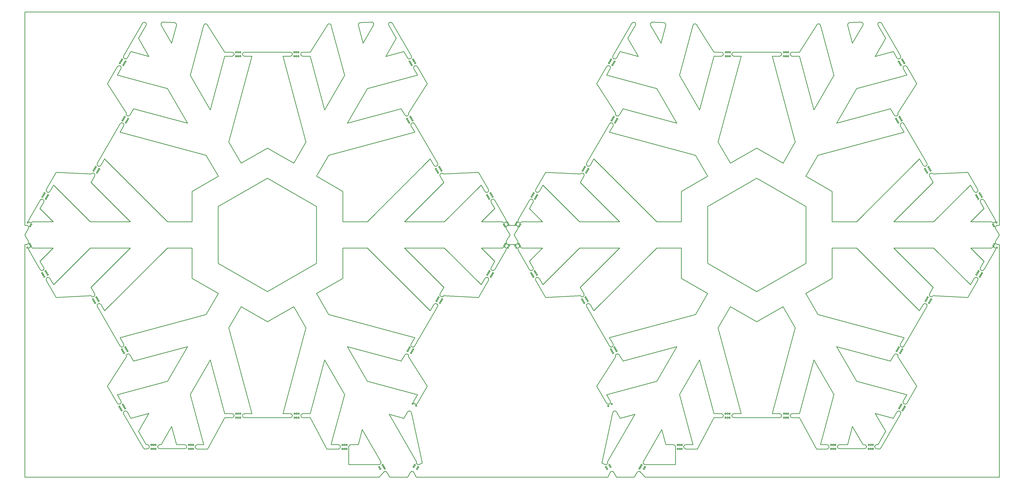
<source format=gbr>
G04 EAGLE Gerber RS-274X export*
G75*
%MOMM*%
%FSLAX34Y34*%
%LPD*%
%IN*%
%IPPOS*%
%AMOC8*
5,1,8,0,0,1.08239X$1,22.5*%
G01*
%ADD10C,0.254000*%


D10*
X-57Y912892D02*
X814Y911390D01*
X3425Y906884D01*
X7778Y899375D01*
X13871Y888862D01*
X14652Y882929D01*
X11009Y878181D01*
X7623Y877149D01*
X0Y877149D01*
X0Y0D01*
X1332434Y0D01*
X1349316Y18270D01*
X1351903Y20685D01*
X1357837Y21467D01*
X1362584Y17823D01*
X1372735Y0D01*
X1439946Y0D01*
X1450097Y17823D01*
X1454845Y21467D01*
X1460779Y20685D01*
X1463365Y18270D01*
X1472434Y0D01*
X2193566Y0D01*
X2202635Y18270D01*
X2205222Y20685D01*
X2211155Y21467D01*
X2215903Y17823D01*
X2226054Y0D01*
X2293265Y0D01*
X2303416Y17823D01*
X2308163Y21467D01*
X2314097Y20685D01*
X2316684Y18270D01*
X2333566Y0D01*
X3666000Y0D01*
X3666000Y877149D01*
X3658377Y877149D01*
X3654991Y878181D01*
X3651348Y882929D01*
X3652129Y888862D01*
X3658222Y899375D01*
X3662575Y906884D01*
X3665186Y911390D01*
X3666057Y912892D01*
X3652129Y936921D01*
X3651348Y942854D01*
X3654991Y947602D01*
X3658377Y948634D01*
X3666000Y948634D01*
X3666000Y1753142D01*
X0Y1753142D01*
X0Y948634D01*
X7623Y948634D01*
X11009Y947602D01*
X14652Y942854D01*
X13871Y936921D01*
X-57Y912892D01*
X1370534Y236791D02*
X1473554Y58453D01*
X1472773Y52520D01*
X1476416Y47772D01*
X1482350Y46991D01*
X1494934Y52891D01*
X1454434Y242891D01*
X1450753Y248642D01*
X1444820Y249423D01*
X1440072Y245780D01*
X1426228Y221814D01*
X1370534Y236791D01*
X622321Y311622D02*
X670681Y131138D01*
X672953Y122651D01*
X648248Y122467D01*
X642719Y120177D01*
X640429Y114648D01*
X642719Y109119D01*
X648434Y105891D01*
X687434Y105891D01*
X751805Y223765D01*
X779479Y223765D01*
X785008Y226056D01*
X787298Y231585D01*
X785008Y237114D01*
X779479Y239404D01*
X751805Y239404D01*
X697544Y441912D01*
X622321Y311622D01*
X2463159Y311622D02*
X2511519Y131138D01*
X2513791Y122651D01*
X2486496Y122467D01*
X2480967Y120177D01*
X2478677Y114648D01*
X2480967Y109119D01*
X2486566Y105891D01*
X2529566Y105891D01*
X2592643Y223765D01*
X2620317Y223765D01*
X2625846Y226056D01*
X2628136Y231585D01*
X2625846Y237114D01*
X2620317Y239404D01*
X2592643Y239404D01*
X2538382Y441912D01*
X2463159Y311622D01*
X1854977Y964166D02*
X1858621Y959418D01*
X1864540Y958633D01*
X1869286Y962252D01*
X1869342Y962280D01*
X1947811Y962280D01*
X1898035Y1012056D01*
X1911858Y1036021D01*
X1912640Y1041954D01*
X1908996Y1046702D01*
X1903063Y1047483D01*
X1898315Y1043840D01*
X1855759Y970099D01*
X1854977Y964166D01*
X2878702Y231585D02*
X2880992Y226056D01*
X2886521Y223765D01*
X2914195Y223765D01*
X2978566Y105891D01*
X3017566Y105891D01*
X3023281Y109119D01*
X3025571Y114648D01*
X3023281Y120177D01*
X3017752Y122467D01*
X2993047Y122651D01*
X2995319Y131138D01*
X3043679Y311622D01*
X2968456Y441912D01*
X2914195Y239404D01*
X2886521Y239404D01*
X2880992Y237114D01*
X2878702Y231585D01*
X3053900Y491475D02*
X3129223Y361011D01*
X3318197Y310375D01*
X3304368Y286409D01*
X3303586Y280476D01*
X3307230Y275728D01*
X3313163Y274947D01*
X3317914Y278590D01*
X3355114Y343022D01*
X3284070Y453285D01*
X3284851Y459219D01*
X3281208Y463966D01*
X3275275Y464748D01*
X3270527Y461104D01*
X3256682Y437139D01*
X3053900Y491475D01*
X3268889Y863503D02*
X3417135Y715257D01*
X3403307Y691291D01*
X3402526Y685358D01*
X3406169Y680610D01*
X3412103Y679829D01*
X3416850Y683472D01*
X3547877Y676881D01*
X3585077Y741313D01*
X3585065Y741313D01*
X3585846Y747246D01*
X3582203Y751994D01*
X3576270Y752775D01*
X3571522Y749132D01*
X3557671Y725167D01*
X3419335Y863503D01*
X3268889Y863503D01*
X1810510Y882929D02*
X1814153Y878181D01*
X1817540Y877149D01*
X1848460Y877149D01*
X1851847Y878181D01*
X1855490Y882929D01*
X1854709Y888862D01*
X1848615Y899375D01*
X1844263Y906884D01*
X1841652Y911390D01*
X1840781Y912892D01*
X1854709Y936921D01*
X1855490Y942854D01*
X1851847Y947602D01*
X1848460Y948634D01*
X1817540Y948634D01*
X1814153Y947602D01*
X1810510Y942854D01*
X1811291Y936921D01*
X1825219Y912892D01*
X1824348Y911390D01*
X1821737Y906884D01*
X1817385Y899375D01*
X1811291Y888862D01*
X1810510Y882929D01*
X1854977Y861617D02*
X1855759Y855683D01*
X1898315Y781943D01*
X1903063Y778299D01*
X1908996Y779081D01*
X1912640Y783828D01*
X1911858Y789762D01*
X1898035Y813726D01*
X1947811Y863503D01*
X1869342Y863503D01*
X1869286Y863530D01*
X1864540Y867149D01*
X1858621Y866365D01*
X1854977Y861617D01*
X1920992Y747246D02*
X1921773Y741313D01*
X1921761Y741313D01*
X1958961Y676881D01*
X2089987Y683472D01*
X2094735Y679829D01*
X2100669Y680610D01*
X2104312Y685358D01*
X2103531Y691291D01*
X2089703Y715257D01*
X2237949Y863503D01*
X2087503Y863503D01*
X1949167Y725167D01*
X1935316Y749132D01*
X1930568Y752775D01*
X1924635Y751994D01*
X1920992Y747246D01*
X2463159Y1514161D02*
X2538382Y1383871D01*
X2592643Y1586379D01*
X2620317Y1586379D01*
X2625846Y1588669D01*
X2628136Y1594198D01*
X2625846Y1599727D01*
X2620317Y1602017D01*
X2592643Y1602017D01*
X2529164Y1701217D01*
X2527546Y1705871D01*
X2523368Y1708661D01*
X2517434Y1707880D01*
X2513791Y1703132D01*
X2511519Y1694645D01*
X2463159Y1514161D01*
X2938181Y691906D02*
X2984054Y612451D01*
X3307814Y525700D01*
X3293985Y501734D01*
X3293203Y495801D01*
X3296847Y491053D01*
X3302780Y490272D01*
X3307528Y493915D01*
X3393393Y642842D01*
X3394174Y648775D01*
X3390531Y653523D01*
X3384597Y654304D01*
X3379850Y650661D01*
X3366005Y626695D01*
X3129197Y863503D01*
X3037252Y863503D01*
X3037252Y749105D01*
X2938181Y691906D01*
X3559027Y863503D02*
X3608803Y813726D01*
X3594979Y789762D01*
X3594198Y783828D01*
X3597841Y779081D01*
X3603775Y778299D01*
X3608523Y781943D01*
X3651079Y855683D01*
X3651860Y861617D01*
X3648217Y866365D01*
X3642298Y867149D01*
X3637552Y863530D01*
X3637496Y863503D01*
X3559027Y863503D01*
X3199069Y1585749D02*
X3267066Y1603968D01*
X3280910Y1580003D01*
X3285658Y1576360D01*
X3291591Y1577141D01*
X3295234Y1581889D01*
X3294453Y1587822D01*
X3223352Y1710961D01*
X3218601Y1714604D01*
X3212668Y1713823D01*
X3209024Y1709075D01*
X3209806Y1703142D01*
X3209811Y1703134D01*
X3238327Y1653745D01*
X3199069Y1585749D01*
X2608228Y1262894D02*
X2654201Y1183265D01*
X2753273Y1240464D01*
X2753565Y1240464D01*
X2852637Y1183265D01*
X2898610Y1262894D01*
X2811932Y1586380D01*
X2839606Y1586379D01*
X2845135Y1588669D01*
X2847425Y1594198D01*
X2845135Y1599727D01*
X2839606Y1602017D01*
X2667232Y1602017D01*
X2661703Y1599727D01*
X2659413Y1594198D01*
X2661703Y1588669D01*
X2667232Y1586379D01*
X2694906Y1586380D01*
X2608228Y1262894D01*
X2211604Y1581889D02*
X2215247Y1577141D01*
X2221180Y1576360D01*
X2225928Y1580003D01*
X2239772Y1603968D01*
X2307769Y1585749D01*
X2268511Y1653745D01*
X2297026Y1703134D01*
X2297032Y1703142D01*
X2297813Y1709075D01*
X2294170Y1713823D01*
X2288237Y1714604D01*
X2283486Y1710961D01*
X2212385Y1587822D01*
X2211604Y1581889D01*
X3095301Y1703142D02*
X3095306Y1703133D01*
X3113525Y1635137D01*
X3152783Y1703134D01*
X3152792Y1703142D01*
X3153573Y1709075D01*
X3149930Y1713823D01*
X3146544Y1714855D01*
X3102719Y1712986D01*
X3100830Y1712719D01*
X3096082Y1709075D01*
X3095301Y1703142D01*
X2938181Y1133876D02*
X3037252Y1076678D01*
X3037252Y962280D01*
X3129197Y962280D01*
X3366005Y1199088D01*
X3379850Y1175121D01*
X3384597Y1171478D01*
X3390531Y1172259D01*
X3394174Y1177007D01*
X3393393Y1182941D01*
X3307528Y1331868D01*
X3302780Y1335511D01*
X3296847Y1334730D01*
X3293203Y1329982D01*
X3293985Y1324048D01*
X3307814Y1300082D01*
X2984054Y1213331D01*
X2938181Y1133876D01*
X1428051Y863503D02*
X1576298Y715257D01*
X1562469Y691291D01*
X1561688Y685358D01*
X1565331Y680610D01*
X1571265Y679829D01*
X1576013Y683472D01*
X1707039Y676881D01*
X1744239Y741313D01*
X1744227Y741313D01*
X1745008Y747246D01*
X1741365Y751994D01*
X1735432Y752775D01*
X1730684Y749132D01*
X1716833Y725167D01*
X1578497Y863503D01*
X1428051Y863503D01*
X1213062Y491475D02*
X1288385Y361011D01*
X1477360Y310375D01*
X1463530Y286409D01*
X1462749Y280476D01*
X1466392Y275728D01*
X1472326Y274947D01*
X1477076Y278590D01*
X1514276Y343022D01*
X1443232Y453285D01*
X1444014Y459219D01*
X1440370Y463966D01*
X1434437Y464748D01*
X1429689Y461104D01*
X1415845Y437139D01*
X1213062Y491475D01*
X1097343Y691906D02*
X1143216Y612451D01*
X1466976Y525700D01*
X1453147Y501734D01*
X1452366Y495801D01*
X1456009Y491053D01*
X1461942Y490272D01*
X1466690Y493915D01*
X1552555Y642842D01*
X1553336Y648775D01*
X1549693Y653523D01*
X1543760Y654304D01*
X1539012Y650661D01*
X1525167Y626695D01*
X1288359Y863503D01*
X1196414Y863503D01*
X1196414Y749105D01*
X1097343Y691906D01*
X310886Y343022D02*
X348086Y278590D01*
X352837Y274947D01*
X358771Y275728D01*
X362414Y280476D01*
X361633Y286409D01*
X347803Y310375D01*
X536777Y361011D01*
X612100Y491475D01*
X409318Y437139D01*
X395473Y461104D01*
X390725Y464748D01*
X384792Y463966D01*
X381149Y459219D01*
X381930Y453285D01*
X310886Y343022D01*
X1358231Y1585749D02*
X1426228Y1603968D01*
X1440072Y1580003D01*
X1444820Y1576360D01*
X1450753Y1577141D01*
X1454397Y1581889D01*
X1453615Y1587822D01*
X1382514Y1710961D01*
X1377764Y1714604D01*
X1371830Y1713823D01*
X1368187Y1709075D01*
X1368968Y1703142D01*
X1368974Y1703134D01*
X1397489Y1653745D01*
X1358231Y1585749D01*
X767390Y1262894D02*
X813363Y1183265D01*
X912435Y1240464D01*
X912727Y1240464D01*
X1011799Y1183265D01*
X1057773Y1262894D01*
X971095Y1586380D01*
X998768Y1586379D01*
X1004297Y1588669D01*
X1006587Y1594198D01*
X1004297Y1599727D01*
X998768Y1602017D01*
X826394Y1602017D01*
X820865Y1599727D01*
X818575Y1594198D01*
X820865Y1588669D01*
X826394Y1586379D01*
X854068Y1586380D01*
X767390Y1262894D01*
X271826Y1177007D02*
X275469Y1172259D01*
X281403Y1171478D01*
X286150Y1175121D01*
X299995Y1199088D01*
X536803Y962280D01*
X628748Y962280D01*
X628748Y1076678D01*
X727819Y1133876D01*
X681946Y1213331D01*
X358186Y1300082D01*
X372015Y1324048D01*
X372797Y1329982D01*
X369153Y1334730D01*
X363220Y1335511D01*
X358472Y1331868D01*
X272607Y1182941D01*
X271826Y1177007D01*
X1037864Y1594198D02*
X1040154Y1588669D01*
X1045683Y1586379D01*
X1073357Y1586379D01*
X1127618Y1383871D01*
X1202841Y1514161D01*
X1154481Y1694645D01*
X1152209Y1703132D01*
X1148566Y1707880D01*
X1142632Y1708661D01*
X1138454Y1705871D01*
X1136836Y1701217D01*
X1073357Y1602017D01*
X1045683Y1602017D01*
X1040154Y1599727D01*
X1037864Y1594198D01*
X1097343Y1133876D02*
X1196414Y1076678D01*
X1196414Y962280D01*
X1288359Y962280D01*
X1525167Y1199088D01*
X1539012Y1175121D01*
X1543760Y1171478D01*
X1549693Y1172259D01*
X1553336Y1177007D01*
X1552555Y1182941D01*
X1466690Y1331868D01*
X1461942Y1335511D01*
X1456009Y1334730D01*
X1452366Y1329982D01*
X1453147Y1324048D01*
X1466976Y1300082D01*
X1143216Y1213331D01*
X1097343Y1133876D01*
X80154Y1078536D02*
X83797Y1073788D01*
X89730Y1073007D01*
X94478Y1076650D01*
X108329Y1100616D01*
X246665Y962280D01*
X397111Y962280D01*
X248865Y1110526D01*
X262693Y1134492D01*
X263474Y1140425D01*
X259831Y1145173D01*
X253897Y1145954D01*
X249150Y1142311D01*
X118123Y1148901D01*
X80923Y1084470D01*
X80935Y1084470D01*
X80154Y1078536D01*
X310886Y1482761D02*
X381930Y1372497D01*
X381149Y1366564D01*
X384792Y1361816D01*
X390725Y1361035D01*
X395473Y1364678D01*
X409318Y1388643D01*
X612100Y1334308D01*
X536777Y1464772D01*
X347803Y1515407D01*
X361633Y1539373D01*
X362414Y1545307D01*
X358771Y1550054D01*
X352837Y1550836D01*
X348086Y1547192D01*
X310886Y1482761D01*
X3197484Y114648D02*
X3199774Y109119D01*
X3205566Y106791D01*
X3217566Y106791D01*
X3223352Y114821D01*
X3294453Y237960D01*
X3295234Y243894D01*
X3291591Y248642D01*
X3285658Y249423D01*
X3280910Y245780D01*
X3267066Y221814D01*
X3199069Y240034D01*
X3238327Y172038D01*
X3209811Y122648D01*
X3205303Y122467D01*
X3199774Y120177D01*
X3197484Y114648D01*
X2326092Y52520D02*
X2329735Y47772D01*
X2335668Y46991D01*
X2447566Y47091D01*
X2447566Y114591D01*
X2445110Y120177D01*
X2439581Y122467D01*
X2411566Y122691D01*
X2396466Y178891D01*
X2326873Y58453D01*
X2326092Y52520D01*
X2112664Y648775D02*
X2113445Y642842D01*
X2199310Y493915D01*
X2204058Y490272D01*
X2209991Y491053D01*
X2213634Y495801D01*
X2212853Y501734D01*
X2199024Y525700D01*
X2522784Y612451D01*
X2568657Y691906D01*
X2469586Y749105D01*
X2469586Y863503D01*
X2377641Y863503D01*
X2140833Y626695D01*
X2126988Y650661D01*
X2122240Y654304D01*
X2116307Y653523D01*
X2112664Y648775D01*
X2151724Y1482761D02*
X2222768Y1372497D01*
X2221986Y1366564D01*
X2225630Y1361816D01*
X2231563Y1361035D01*
X2236311Y1364678D01*
X2250156Y1388643D01*
X2452938Y1334308D01*
X2377615Y1464772D01*
X2188640Y1515407D01*
X2202470Y1539373D01*
X2203251Y1545307D01*
X2199608Y1550054D01*
X2193675Y1550836D01*
X2188924Y1547192D01*
X2151724Y1482761D01*
X512427Y1709075D02*
X513208Y1703142D01*
X513217Y1703134D01*
X552475Y1635137D01*
X570694Y1703133D01*
X570699Y1703142D01*
X569918Y1709075D01*
X565170Y1712719D01*
X563281Y1712986D01*
X519456Y1714855D01*
X516070Y1713823D01*
X512427Y1709075D01*
X14140Y861617D02*
X14921Y855683D01*
X57477Y781943D01*
X62225Y778299D01*
X68159Y779081D01*
X71802Y783828D01*
X71021Y789762D01*
X57197Y813726D01*
X106973Y863503D01*
X28504Y863503D01*
X28448Y863530D01*
X23702Y867149D01*
X17783Y866365D01*
X14140Y861617D01*
X767390Y562888D02*
X854068Y239403D01*
X826394Y239404D01*
X820865Y237114D01*
X818575Y231585D01*
X820865Y226056D01*
X826394Y223765D01*
X998768Y223765D01*
X1004297Y226056D01*
X1006587Y231585D01*
X1004297Y237114D01*
X998768Y239404D01*
X971095Y239403D01*
X1057773Y562888D01*
X1011799Y642517D01*
X912727Y585318D01*
X912435Y585318D01*
X813363Y642517D01*
X767390Y562888D01*
X3268889Y962280D02*
X3419335Y962280D01*
X3557671Y1100616D01*
X3571522Y1076650D01*
X3576270Y1073007D01*
X3582203Y1073788D01*
X3585846Y1078536D01*
X3585065Y1084470D01*
X3585077Y1084470D01*
X3547877Y1148901D01*
X3416850Y1142311D01*
X3412103Y1145954D01*
X3406169Y1145173D01*
X3402526Y1140425D01*
X3403307Y1134492D01*
X3417135Y1110526D01*
X3268889Y962280D01*
X2112664Y1177007D02*
X2116307Y1172259D01*
X2122240Y1171478D01*
X2126988Y1175121D01*
X2140833Y1199088D01*
X2377641Y962280D01*
X2469586Y962280D01*
X2469586Y1076678D01*
X2568657Y1133876D01*
X2522784Y1213331D01*
X2199024Y1300082D01*
X2212853Y1324048D01*
X2213634Y1329982D01*
X2209991Y1334730D01*
X2204058Y1335511D01*
X2199310Y1331868D01*
X2113445Y1182941D01*
X2112664Y1177007D01*
X1213062Y1334308D02*
X1415845Y1388643D01*
X1429689Y1364678D01*
X1434437Y1361035D01*
X1440370Y1361816D01*
X1444014Y1366564D01*
X1443232Y1372497D01*
X1514276Y1482761D01*
X1477076Y1547192D01*
X1472326Y1550836D01*
X1466392Y1550054D01*
X1462749Y1545307D01*
X1463530Y1539373D01*
X1477360Y1515407D01*
X1288385Y1464772D01*
X1213062Y1334308D01*
X2151724Y343022D02*
X2188924Y278590D01*
X2193675Y274947D01*
X2199608Y275728D01*
X2203251Y280476D01*
X2202470Y286409D01*
X2188640Y310375D01*
X2377615Y361011D01*
X2452938Y491475D01*
X2250156Y437139D01*
X2236311Y461104D01*
X2231563Y464748D01*
X2225630Y463966D01*
X2221986Y459219D01*
X2222768Y453285D01*
X2151724Y343022D01*
X80154Y747246D02*
X80935Y741313D01*
X80923Y741313D01*
X118123Y676881D01*
X249150Y683472D01*
X253897Y679829D01*
X259831Y680610D01*
X263474Y685358D01*
X262693Y691291D01*
X248865Y715257D01*
X397111Y863503D01*
X246665Y863503D01*
X108329Y725167D01*
X94478Y749132D01*
X89730Y752775D01*
X83797Y751994D01*
X80154Y747246D01*
X1254464Y1703142D02*
X1254468Y1703133D01*
X1272687Y1635137D01*
X1311945Y1703134D01*
X1311954Y1703142D01*
X1312736Y1709075D01*
X1309092Y1713823D01*
X1305706Y1714855D01*
X1261881Y1712986D01*
X1259993Y1712719D01*
X1255245Y1709075D01*
X1254464Y1703142D01*
X14140Y964166D02*
X17783Y959418D01*
X23702Y958633D01*
X28448Y962252D01*
X28504Y962280D01*
X106973Y962280D01*
X57197Y1012056D01*
X71021Y1036021D01*
X71802Y1041954D01*
X68159Y1046702D01*
X62225Y1047483D01*
X57477Y1043840D01*
X14921Y970099D01*
X14140Y964166D01*
X370766Y1581889D02*
X374409Y1577141D01*
X380342Y1576360D01*
X385090Y1580003D01*
X398934Y1603968D01*
X466931Y1585749D01*
X427673Y1653745D01*
X456189Y1703134D01*
X456194Y1703142D01*
X456976Y1709075D01*
X453332Y1713823D01*
X447399Y1714604D01*
X442648Y1710961D01*
X371547Y1587822D01*
X370766Y1581889D01*
X1718189Y863503D02*
X1767965Y813726D01*
X1754142Y789762D01*
X1753361Y783828D01*
X1757004Y779081D01*
X1762937Y778299D01*
X1767685Y781943D01*
X1810242Y855683D01*
X1811023Y861617D01*
X1807380Y866365D01*
X1801460Y867149D01*
X1796714Y863530D01*
X1796658Y863503D01*
X1718189Y863503D01*
X2878702Y1594198D02*
X2880992Y1588669D01*
X2886521Y1586379D01*
X2914195Y1586379D01*
X2968456Y1383871D01*
X3043679Y1514161D01*
X2995319Y1694645D01*
X2993047Y1703132D01*
X2989403Y1707880D01*
X2983470Y1708661D01*
X2979292Y1705871D01*
X2977673Y1701217D01*
X2914195Y1602017D01*
X2886521Y1602017D01*
X2880992Y1599727D01*
X2878702Y1594198D01*
X1037864Y231585D02*
X1040154Y226056D01*
X1045683Y223765D01*
X1073357Y223765D01*
X1136434Y105891D01*
X1179434Y105891D01*
X1185033Y109119D01*
X1187323Y114648D01*
X1185033Y120177D01*
X1179504Y122467D01*
X1152209Y122651D01*
X1154481Y131138D01*
X1202841Y311622D01*
X1127618Y441912D01*
X1073357Y239404D01*
X1045683Y239404D01*
X1040154Y237114D01*
X1037864Y231585D01*
X1920992Y1078536D02*
X1924635Y1073788D01*
X1930568Y1073007D01*
X1935316Y1076650D01*
X1949167Y1100616D01*
X2087503Y962280D01*
X2237949Y962280D01*
X2089703Y1110526D01*
X2103531Y1134492D01*
X2104312Y1140425D01*
X2100669Y1145173D01*
X2094735Y1145954D01*
X2089987Y1142311D01*
X1958961Y1148901D01*
X1921761Y1084470D01*
X1921773Y1084470D01*
X1920992Y1078536D01*
X2608228Y562888D02*
X2694906Y239403D01*
X2667232Y239404D01*
X2661703Y237114D01*
X2659413Y231585D01*
X2661703Y226056D01*
X2667232Y223765D01*
X2839606Y223765D01*
X2845135Y226056D01*
X2847425Y231585D01*
X2845135Y237114D01*
X2839606Y239404D01*
X2811932Y239403D01*
X2898610Y562888D01*
X2852637Y642517D01*
X2753565Y585318D01*
X2753273Y585318D01*
X2654201Y642517D01*
X2608228Y562888D01*
X622321Y1514161D02*
X697544Y1383871D01*
X751805Y1586379D01*
X779479Y1586379D01*
X785008Y1588669D01*
X787298Y1594198D01*
X785008Y1599727D01*
X779479Y1602017D01*
X751805Y1602017D01*
X688327Y1701217D01*
X686708Y1705871D01*
X682530Y1708661D01*
X676597Y1707880D01*
X672953Y1703132D01*
X670681Y1694645D01*
X622321Y1514161D01*
X3053900Y1334308D02*
X3256682Y1388643D01*
X3270527Y1364678D01*
X3275275Y1361035D01*
X3281208Y1361816D01*
X3284851Y1366564D01*
X3284070Y1372497D01*
X3355114Y1482761D01*
X3317914Y1547192D01*
X3313163Y1550836D01*
X3307230Y1550054D01*
X3303586Y1545307D01*
X3304368Y1539373D01*
X3318197Y1515407D01*
X3129223Y1464772D01*
X3053900Y1334308D01*
X1428051Y962280D02*
X1578497Y962280D01*
X1716833Y1100616D01*
X1730684Y1076650D01*
X1735432Y1073007D01*
X1741365Y1073788D01*
X1745008Y1078536D01*
X1744227Y1084470D01*
X1744239Y1084470D01*
X1707039Y1148901D01*
X1576013Y1142311D01*
X1571265Y1145954D01*
X1565331Y1145173D01*
X1561688Y1140425D01*
X1562469Y1134492D01*
X1576298Y1110526D01*
X1428051Y962280D01*
X370766Y243894D02*
X371547Y237960D01*
X442648Y114821D01*
X448434Y106791D01*
X460434Y106791D01*
X466226Y109119D01*
X468516Y114648D01*
X466226Y120177D01*
X460697Y122467D01*
X456189Y122648D01*
X427673Y172038D01*
X466931Y240034D01*
X398934Y221814D01*
X385090Y245780D01*
X380342Y249423D01*
X374409Y248642D01*
X370766Y243894D01*
X2353265Y1709075D02*
X2354046Y1703142D01*
X2354055Y1703134D01*
X2393313Y1635137D01*
X2411532Y1703133D01*
X2411537Y1703142D01*
X2410755Y1709075D01*
X2406008Y1712719D01*
X2404119Y1712986D01*
X2360294Y1714855D01*
X2356908Y1713823D01*
X2353265Y1709075D01*
X271826Y648775D02*
X272607Y642842D01*
X358472Y493915D01*
X363220Y490272D01*
X369153Y491053D01*
X372797Y495801D01*
X372015Y501734D01*
X358186Y525700D01*
X681946Y612451D01*
X727819Y691906D01*
X628748Y749105D01*
X628748Y863503D01*
X536803Y863503D01*
X299995Y626695D01*
X286150Y650661D01*
X281403Y654304D01*
X275469Y653523D01*
X271826Y648775D01*
X2171066Y52891D02*
X2183650Y46991D01*
X2189584Y47772D01*
X2193227Y52520D01*
X2192446Y58453D01*
X2295466Y236791D01*
X2239772Y221814D01*
X2225928Y245780D01*
X2221180Y249423D01*
X2215247Y248642D01*
X2211566Y242891D01*
X2171066Y52891D01*
X3559027Y962280D02*
X3637496Y962280D01*
X3637552Y962252D01*
X3642298Y958633D01*
X3648217Y959418D01*
X3651860Y964166D01*
X3651079Y970099D01*
X3608523Y1043840D01*
X3603775Y1047483D01*
X3597841Y1046702D01*
X3594198Y1041954D01*
X3594979Y1036021D01*
X3608803Y1012056D01*
X3559027Y962280D01*
X1718189Y962280D02*
X1796658Y962280D01*
X1796714Y962252D01*
X1801460Y958633D01*
X1807380Y959418D01*
X1811023Y964166D01*
X1810242Y970099D01*
X1767685Y1043840D01*
X1762937Y1047483D01*
X1757004Y1046702D01*
X1753361Y1041954D01*
X1754142Y1036021D01*
X1767965Y1012056D01*
X1718189Y962280D01*
X499793Y114648D02*
X502083Y109119D01*
X507612Y106828D01*
X601333Y106828D01*
X606862Y109119D01*
X609152Y114648D01*
X606862Y120177D01*
X601333Y122467D01*
X570694Y122649D01*
X552475Y190645D01*
X513217Y122649D01*
X507612Y122467D01*
X502083Y120177D01*
X499793Y114648D01*
X2568657Y806134D02*
X2753565Y699377D01*
X2938473Y806135D01*
X2938474Y1019649D01*
X2753566Y1126405D01*
X2568658Y1019648D01*
X2568657Y806134D01*
X1218434Y47091D02*
X1330332Y46991D01*
X1336265Y47772D01*
X1339908Y52520D01*
X1339127Y58453D01*
X1269534Y178891D01*
X1254434Y122691D01*
X1226419Y122467D01*
X1220890Y120177D01*
X1218434Y114591D01*
X1218434Y47091D01*
X727526Y1019649D02*
X727527Y806135D01*
X912435Y699377D01*
X1097343Y806134D01*
X1097343Y1019648D01*
X912434Y1126405D01*
X727526Y1019649D01*
X3056848Y114648D02*
X3059138Y109119D01*
X3064667Y106828D01*
X3158388Y106828D01*
X3163917Y109119D01*
X3166207Y114648D01*
X3163917Y120177D01*
X3158388Y122467D01*
X3152783Y122649D01*
X3113525Y190645D01*
X3095306Y122649D01*
X3064667Y122467D01*
X3059138Y120177D01*
X3056848Y114648D01*
X2192749Y31207D02*
X2192687Y30818D01*
X2192566Y30444D01*
X2192387Y30093D01*
X2192156Y29775D01*
X2191877Y29497D01*
X2191559Y29265D01*
X2191208Y29087D01*
X2190834Y28965D01*
X2190446Y28903D01*
X2190052Y28903D01*
X2189663Y28965D01*
X2189289Y29087D01*
X2188938Y29265D01*
X2188620Y29497D01*
X2188342Y29775D01*
X2188111Y30093D01*
X2187932Y30444D01*
X2187810Y30818D01*
X2187749Y31207D01*
X2187749Y31600D01*
X2187810Y31989D01*
X2187932Y32363D01*
X2188111Y32714D01*
X2188342Y33032D01*
X2188620Y33310D01*
X2188938Y33542D01*
X2189289Y33720D01*
X2189663Y33842D01*
X2190052Y33903D01*
X2190446Y33903D01*
X2190834Y33842D01*
X2191208Y33720D01*
X2191559Y33542D01*
X2191877Y33310D01*
X2192156Y33032D01*
X2192387Y32714D01*
X2192566Y32363D01*
X2192687Y31989D01*
X2192749Y31600D01*
X2192749Y31207D01*
X2188999Y37702D02*
X2188937Y37313D01*
X2188816Y36939D01*
X2188637Y36588D01*
X2188406Y36270D01*
X2188127Y35992D01*
X2187809Y35760D01*
X2187458Y35582D01*
X2187084Y35460D01*
X2186696Y35399D01*
X2186302Y35399D01*
X2185913Y35460D01*
X2185539Y35582D01*
X2185188Y35760D01*
X2184870Y35992D01*
X2184592Y36270D01*
X2184361Y36588D01*
X2184182Y36939D01*
X2184060Y37313D01*
X2183999Y37702D01*
X2183999Y38095D01*
X2184060Y38484D01*
X2184182Y38858D01*
X2184361Y39209D01*
X2184592Y39527D01*
X2184870Y39806D01*
X2185188Y40037D01*
X2185539Y40216D01*
X2185913Y40337D01*
X2186302Y40399D01*
X2186696Y40399D01*
X2187084Y40337D01*
X2187458Y40216D01*
X2187809Y40037D01*
X2188127Y39806D01*
X2188406Y39527D01*
X2188637Y39209D01*
X2188816Y38858D01*
X2188937Y38484D01*
X2188999Y38095D01*
X2188999Y37702D01*
X2205739Y38707D02*
X2205678Y38318D01*
X2205556Y37944D01*
X2205377Y37593D01*
X2205146Y37275D01*
X2204868Y36997D01*
X2204549Y36765D01*
X2204199Y36587D01*
X2203825Y36465D01*
X2203436Y36403D01*
X2203042Y36403D01*
X2202654Y36465D01*
X2202280Y36587D01*
X2201929Y36765D01*
X2201611Y36997D01*
X2201332Y37275D01*
X2201101Y37593D01*
X2200922Y37944D01*
X2200801Y38318D01*
X2200739Y38707D01*
X2200739Y39100D01*
X2200801Y39489D01*
X2200922Y39863D01*
X2201101Y40214D01*
X2201332Y40532D01*
X2201611Y40810D01*
X2201929Y41042D01*
X2202280Y41220D01*
X2202654Y41342D01*
X2203042Y41403D01*
X2203436Y41403D01*
X2203825Y41342D01*
X2204199Y41220D01*
X2204549Y41042D01*
X2204868Y40810D01*
X2205146Y40532D01*
X2205377Y40214D01*
X2205556Y39863D01*
X2205678Y39489D01*
X2205739Y39100D01*
X2205739Y38707D01*
X2201989Y45202D02*
X2201928Y44813D01*
X2201806Y44439D01*
X2201627Y44088D01*
X2201396Y43770D01*
X2201118Y43492D01*
X2200799Y43260D01*
X2200449Y43082D01*
X2200075Y42960D01*
X2199686Y42899D01*
X2199292Y42899D01*
X2198904Y42960D01*
X2198530Y43082D01*
X2198179Y43260D01*
X2197861Y43492D01*
X2197582Y43770D01*
X2197351Y44088D01*
X2197172Y44439D01*
X2197051Y44813D01*
X2196989Y45202D01*
X2196989Y45595D01*
X2197051Y45984D01*
X2197172Y46358D01*
X2197351Y46709D01*
X2197582Y47027D01*
X2197861Y47306D01*
X2198179Y47537D01*
X2198530Y47715D01*
X2198904Y47837D01*
X2199292Y47899D01*
X2199686Y47899D01*
X2200075Y47837D01*
X2200449Y47715D01*
X2200799Y47537D01*
X2201118Y47306D01*
X2201396Y47027D01*
X2201627Y46709D01*
X2201806Y46358D01*
X2201928Y45984D01*
X2201989Y45595D01*
X2201989Y45202D01*
X2331570Y31207D02*
X2331509Y30818D01*
X2331387Y30444D01*
X2331208Y30093D01*
X2330977Y29775D01*
X2330699Y29497D01*
X2330380Y29265D01*
X2330030Y29087D01*
X2329656Y28965D01*
X2329267Y28903D01*
X2328873Y28903D01*
X2328485Y28965D01*
X2328110Y29087D01*
X2327760Y29265D01*
X2327441Y29497D01*
X2327163Y29775D01*
X2326932Y30093D01*
X2326753Y30444D01*
X2326632Y30818D01*
X2326570Y31207D01*
X2326570Y31600D01*
X2326632Y31989D01*
X2326753Y32363D01*
X2326932Y32714D01*
X2327163Y33032D01*
X2327441Y33310D01*
X2327760Y33542D01*
X2328110Y33720D01*
X2328485Y33842D01*
X2328873Y33903D01*
X2329267Y33903D01*
X2329656Y33842D01*
X2330030Y33720D01*
X2330380Y33542D01*
X2330699Y33310D01*
X2330977Y33032D01*
X2331208Y32714D01*
X2331387Y32363D01*
X2331509Y31989D01*
X2331570Y31600D01*
X2331570Y31207D01*
X2335320Y37702D02*
X2335259Y37313D01*
X2335137Y36939D01*
X2334958Y36588D01*
X2334727Y36270D01*
X2334449Y35992D01*
X2334130Y35760D01*
X2333780Y35582D01*
X2333406Y35460D01*
X2333017Y35399D01*
X2332623Y35399D01*
X2332235Y35460D01*
X2331860Y35582D01*
X2331510Y35760D01*
X2331191Y35992D01*
X2330913Y36270D01*
X2330682Y36588D01*
X2330503Y36939D01*
X2330382Y37313D01*
X2330320Y37702D01*
X2330320Y38095D01*
X2330382Y38484D01*
X2330503Y38858D01*
X2330682Y39209D01*
X2330913Y39527D01*
X2331191Y39806D01*
X2331510Y40037D01*
X2331860Y40216D01*
X2332235Y40337D01*
X2332623Y40399D01*
X2333017Y40399D01*
X2333406Y40337D01*
X2333780Y40216D01*
X2334130Y40037D01*
X2334449Y39806D01*
X2334727Y39527D01*
X2334958Y39209D01*
X2335137Y38858D01*
X2335259Y38484D01*
X2335320Y38095D01*
X2335320Y37702D01*
X2314830Y32212D02*
X2314768Y31823D01*
X2314647Y31449D01*
X2314468Y31098D01*
X2314237Y30780D01*
X2313958Y30501D01*
X2313640Y30270D01*
X2313289Y30091D01*
X2312915Y29970D01*
X2312526Y29908D01*
X2312133Y29908D01*
X2311744Y29970D01*
X2311370Y30091D01*
X2311019Y30270D01*
X2310701Y30501D01*
X2310423Y30780D01*
X2310192Y31098D01*
X2310013Y31449D01*
X2309891Y31823D01*
X2309830Y32212D01*
X2309830Y32605D01*
X2309891Y32994D01*
X2310013Y33368D01*
X2310192Y33719D01*
X2310423Y34037D01*
X2310701Y34315D01*
X2311019Y34546D01*
X2311370Y34725D01*
X2311744Y34847D01*
X2312133Y34908D01*
X2312526Y34908D01*
X2312915Y34847D01*
X2313289Y34725D01*
X2313640Y34546D01*
X2313958Y34315D01*
X2314237Y34037D01*
X2314468Y33719D01*
X2314647Y33368D01*
X2314768Y32994D01*
X2314830Y32605D01*
X2314830Y32212D01*
X2318580Y38707D02*
X2318518Y38318D01*
X2318397Y37944D01*
X2318218Y37593D01*
X2317987Y37275D01*
X2317708Y36997D01*
X2317390Y36765D01*
X2317039Y36587D01*
X2316665Y36465D01*
X2316276Y36403D01*
X2315883Y36403D01*
X2315494Y36465D01*
X2315120Y36587D01*
X2314769Y36765D01*
X2314451Y36997D01*
X2314173Y37275D01*
X2313942Y37593D01*
X2313763Y37944D01*
X2313641Y38318D01*
X2313580Y38707D01*
X2313580Y39100D01*
X2313641Y39489D01*
X2313763Y39863D01*
X2313942Y40214D01*
X2314173Y40532D01*
X2314451Y40810D01*
X2314769Y41042D01*
X2315120Y41220D01*
X2315494Y41342D01*
X2315883Y41403D01*
X2316276Y41403D01*
X2316665Y41342D01*
X2317039Y41220D01*
X2317390Y41042D01*
X2317708Y40810D01*
X2317987Y40532D01*
X2318218Y40214D01*
X2318397Y39863D01*
X2318518Y39489D01*
X2318580Y39100D01*
X2318580Y38707D01*
X2322330Y45202D02*
X2322268Y44813D01*
X2322147Y44439D01*
X2321968Y44088D01*
X2321737Y43770D01*
X2321458Y43492D01*
X2321140Y43260D01*
X2320789Y43082D01*
X2320415Y42960D01*
X2320026Y42899D01*
X2319633Y42899D01*
X2319244Y42960D01*
X2318870Y43082D01*
X2318519Y43260D01*
X2318201Y43492D01*
X2317923Y43770D01*
X2317692Y44088D01*
X2317513Y44439D01*
X2317391Y44813D01*
X2317330Y45202D01*
X2317330Y45595D01*
X2317391Y45984D01*
X2317513Y46358D01*
X2317692Y46709D01*
X2317923Y47027D01*
X2318201Y47306D01*
X2318519Y47537D01*
X2318870Y47715D01*
X2319244Y47837D01*
X2319633Y47899D01*
X2320026Y47899D01*
X2320415Y47837D01*
X2320789Y47715D01*
X2321140Y47537D01*
X2321458Y47306D01*
X2321737Y47027D01*
X2321968Y46709D01*
X2322147Y46358D01*
X2322268Y45984D01*
X2322330Y45595D01*
X2322330Y45202D01*
X2473622Y121142D02*
X2473560Y120754D01*
X2473439Y120379D01*
X2473260Y120029D01*
X2473029Y119710D01*
X2472751Y119432D01*
X2472432Y119201D01*
X2472082Y119022D01*
X2471707Y118901D01*
X2471319Y118839D01*
X2470925Y118839D01*
X2470537Y118901D01*
X2470162Y119022D01*
X2469812Y119201D01*
X2469493Y119432D01*
X2469215Y119710D01*
X2468984Y120029D01*
X2468805Y120379D01*
X2468684Y120754D01*
X2468622Y121142D01*
X2468622Y121536D01*
X2468684Y121925D01*
X2468805Y122299D01*
X2468984Y122649D01*
X2469215Y122968D01*
X2469493Y123246D01*
X2469812Y123477D01*
X2470162Y123656D01*
X2470537Y123778D01*
X2470925Y123839D01*
X2471319Y123839D01*
X2471707Y123778D01*
X2472082Y123656D01*
X2472432Y123477D01*
X2472751Y123246D01*
X2473029Y122968D01*
X2473260Y122649D01*
X2473439Y122299D01*
X2473560Y121925D01*
X2473622Y121536D01*
X2473622Y121142D01*
X2466122Y121142D02*
X2466060Y120754D01*
X2465939Y120379D01*
X2465760Y120029D01*
X2465529Y119710D01*
X2465251Y119432D01*
X2464932Y119201D01*
X2464582Y119022D01*
X2464207Y118901D01*
X2463819Y118839D01*
X2463425Y118839D01*
X2463037Y118901D01*
X2462662Y119022D01*
X2462312Y119201D01*
X2461993Y119432D01*
X2461715Y119710D01*
X2461484Y120029D01*
X2461305Y120379D01*
X2461184Y120754D01*
X2461122Y121142D01*
X2461122Y121536D01*
X2461184Y121925D01*
X2461305Y122299D01*
X2461484Y122649D01*
X2461715Y122968D01*
X2461993Y123246D01*
X2462312Y123477D01*
X2462662Y123656D01*
X2463037Y123778D01*
X2463425Y123839D01*
X2463819Y123839D01*
X2464207Y123778D01*
X2464582Y123656D01*
X2464932Y123477D01*
X2465251Y123246D01*
X2465529Y122968D01*
X2465760Y122649D01*
X2465939Y122299D01*
X2466060Y121925D01*
X2466122Y121536D01*
X2466122Y121142D01*
X2473622Y106142D02*
X2473560Y105754D01*
X2473439Y105379D01*
X2473260Y105029D01*
X2473029Y104710D01*
X2472751Y104432D01*
X2472432Y104201D01*
X2472082Y104022D01*
X2471707Y103901D01*
X2471319Y103839D01*
X2470925Y103839D01*
X2470537Y103901D01*
X2470162Y104022D01*
X2469812Y104201D01*
X2469493Y104432D01*
X2469215Y104710D01*
X2468984Y105029D01*
X2468805Y105379D01*
X2468684Y105754D01*
X2468622Y106142D01*
X2468622Y106536D01*
X2468684Y106924D01*
X2468805Y107299D01*
X2468984Y107649D01*
X2469215Y107968D01*
X2469493Y108246D01*
X2469812Y108477D01*
X2470162Y108656D01*
X2470537Y108778D01*
X2470925Y108839D01*
X2471319Y108839D01*
X2471707Y108778D01*
X2472082Y108656D01*
X2472432Y108477D01*
X2472751Y108246D01*
X2473029Y107968D01*
X2473260Y107649D01*
X2473439Y107299D01*
X2473560Y106924D01*
X2473622Y106536D01*
X2473622Y106142D01*
X2466122Y106142D02*
X2466060Y105754D01*
X2465939Y105379D01*
X2465760Y105029D01*
X2465529Y104710D01*
X2465251Y104432D01*
X2464932Y104201D01*
X2464582Y104022D01*
X2464207Y103901D01*
X2463819Y103839D01*
X2463425Y103839D01*
X2463037Y103901D01*
X2462662Y104022D01*
X2462312Y104201D01*
X2461993Y104432D01*
X2461715Y104710D01*
X2461484Y105029D01*
X2461305Y105379D01*
X2461184Y105754D01*
X2461122Y106142D01*
X2461122Y106536D01*
X2461184Y106924D01*
X2461305Y107299D01*
X2461484Y107649D01*
X2461715Y107968D01*
X2461993Y108246D01*
X2462312Y108477D01*
X2462662Y108656D01*
X2463037Y108778D01*
X2463425Y108839D01*
X2463819Y108839D01*
X2464207Y108778D01*
X2464582Y108656D01*
X2464932Y108477D01*
X2465251Y108246D01*
X2465529Y107968D01*
X2465760Y107649D01*
X2465939Y107299D01*
X2466060Y106924D01*
X2466122Y106536D01*
X2466122Y106142D01*
X2458309Y121142D02*
X2458247Y120754D01*
X2458126Y120379D01*
X2457947Y120029D01*
X2457716Y119710D01*
X2457438Y119432D01*
X2457119Y119201D01*
X2456769Y119022D01*
X2456394Y118901D01*
X2456006Y118839D01*
X2455612Y118839D01*
X2455223Y118901D01*
X2454849Y119022D01*
X2454499Y119201D01*
X2454180Y119432D01*
X2453902Y119710D01*
X2453671Y120029D01*
X2453492Y120379D01*
X2453370Y120754D01*
X2453309Y121142D01*
X2453309Y121536D01*
X2453370Y121925D01*
X2453492Y122299D01*
X2453671Y122649D01*
X2453902Y122968D01*
X2454180Y123246D01*
X2454499Y123477D01*
X2454849Y123656D01*
X2455223Y123778D01*
X2455612Y123839D01*
X2456006Y123839D01*
X2456394Y123778D01*
X2456769Y123656D01*
X2457119Y123477D01*
X2457438Y123246D01*
X2457716Y122968D01*
X2457947Y122649D01*
X2458126Y122299D01*
X2458247Y121925D01*
X2458309Y121536D01*
X2458309Y121142D01*
X2458309Y106142D02*
X2458247Y105754D01*
X2458126Y105379D01*
X2457947Y105029D01*
X2457716Y104710D01*
X2457438Y104432D01*
X2457119Y104201D01*
X2456769Y104022D01*
X2456394Y103901D01*
X2456006Y103839D01*
X2455612Y103839D01*
X2455223Y103901D01*
X2454849Y104022D01*
X2454499Y104201D01*
X2454180Y104432D01*
X2453902Y104710D01*
X2453671Y105029D01*
X2453492Y105379D01*
X2453370Y105754D01*
X2453309Y106142D01*
X2453309Y106536D01*
X2453370Y106924D01*
X2453492Y107299D01*
X2453671Y107649D01*
X2453902Y107968D01*
X2454180Y108246D01*
X2454499Y108477D01*
X2454849Y108656D01*
X2455223Y108778D01*
X2455612Y108839D01*
X2456006Y108839D01*
X2456394Y108778D01*
X2456769Y108656D01*
X2457119Y108477D01*
X2457438Y108246D01*
X2457716Y107968D01*
X2457947Y107649D01*
X2458126Y107299D01*
X2458247Y106924D01*
X2458309Y106536D01*
X2458309Y106142D01*
X2653740Y238955D02*
X2653679Y238567D01*
X2653557Y238193D01*
X2653378Y237842D01*
X2653147Y237524D01*
X2652869Y237245D01*
X2652550Y237014D01*
X2652200Y236835D01*
X2651826Y236714D01*
X2651437Y236652D01*
X2651043Y236652D01*
X2650655Y236714D01*
X2650280Y236835D01*
X2649930Y237014D01*
X2649611Y237245D01*
X2649333Y237524D01*
X2649102Y237842D01*
X2648923Y238193D01*
X2648802Y238567D01*
X2648740Y238955D01*
X2648740Y239349D01*
X2648802Y239738D01*
X2648923Y240112D01*
X2649102Y240463D01*
X2649333Y240781D01*
X2649611Y241059D01*
X2649930Y241290D01*
X2650280Y241469D01*
X2650655Y241591D01*
X2651043Y241652D01*
X2651437Y241652D01*
X2651826Y241591D01*
X2652200Y241469D01*
X2652550Y241290D01*
X2652869Y241059D01*
X2653147Y240781D01*
X2653378Y240463D01*
X2653557Y240112D01*
X2653679Y239738D01*
X2653740Y239349D01*
X2653740Y238955D01*
X2646240Y238955D02*
X2646179Y238567D01*
X2646057Y238193D01*
X2645878Y237842D01*
X2645647Y237524D01*
X2645369Y237245D01*
X2645050Y237014D01*
X2644700Y236835D01*
X2644326Y236714D01*
X2643937Y236652D01*
X2643543Y236652D01*
X2643155Y236714D01*
X2642780Y236835D01*
X2642430Y237014D01*
X2642111Y237245D01*
X2641833Y237524D01*
X2641602Y237842D01*
X2641423Y238193D01*
X2641302Y238567D01*
X2641240Y238955D01*
X2641240Y239349D01*
X2641302Y239738D01*
X2641423Y240112D01*
X2641602Y240463D01*
X2641833Y240781D01*
X2642111Y241059D01*
X2642430Y241290D01*
X2642780Y241469D01*
X2643155Y241591D01*
X2643543Y241652D01*
X2643937Y241652D01*
X2644326Y241591D01*
X2644700Y241469D01*
X2645050Y241290D01*
X2645369Y241059D01*
X2645647Y240781D01*
X2645878Y240463D01*
X2646057Y240112D01*
X2646179Y239738D01*
X2646240Y239349D01*
X2646240Y238955D01*
X2653740Y223955D02*
X2653679Y223567D01*
X2653557Y223193D01*
X2653378Y222842D01*
X2653147Y222524D01*
X2652869Y222245D01*
X2652550Y222014D01*
X2652200Y221835D01*
X2651826Y221714D01*
X2651437Y221652D01*
X2651043Y221652D01*
X2650655Y221714D01*
X2650280Y221835D01*
X2649930Y222014D01*
X2649611Y222245D01*
X2649333Y222524D01*
X2649102Y222842D01*
X2648923Y223193D01*
X2648802Y223567D01*
X2648740Y223955D01*
X2648740Y224349D01*
X2648802Y224738D01*
X2648923Y225112D01*
X2649102Y225462D01*
X2649333Y225781D01*
X2649611Y226059D01*
X2649930Y226290D01*
X2650280Y226469D01*
X2650655Y226591D01*
X2651043Y226652D01*
X2651437Y226652D01*
X2651826Y226591D01*
X2652200Y226469D01*
X2652550Y226290D01*
X2652869Y226059D01*
X2653147Y225781D01*
X2653378Y225462D01*
X2653557Y225112D01*
X2653679Y224738D01*
X2653740Y224349D01*
X2653740Y223955D01*
X2646240Y223955D02*
X2646179Y223567D01*
X2646057Y223193D01*
X2645878Y222842D01*
X2645647Y222524D01*
X2645369Y222245D01*
X2645050Y222014D01*
X2644700Y221835D01*
X2644326Y221714D01*
X2643937Y221652D01*
X2643543Y221652D01*
X2643155Y221714D01*
X2642780Y221835D01*
X2642430Y222014D01*
X2642111Y222245D01*
X2641833Y222524D01*
X2641602Y222842D01*
X2641423Y223193D01*
X2641302Y223567D01*
X2641240Y223955D01*
X2641240Y224349D01*
X2641302Y224738D01*
X2641423Y225112D01*
X2641602Y225462D01*
X2641833Y225781D01*
X2642111Y226059D01*
X2642430Y226290D01*
X2642780Y226469D01*
X2643155Y226591D01*
X2643543Y226652D01*
X2643937Y226652D01*
X2644326Y226591D01*
X2644700Y226469D01*
X2645050Y226290D01*
X2645369Y226059D01*
X2645647Y225781D01*
X2645878Y225462D01*
X2646057Y225112D01*
X2646179Y224738D01*
X2646240Y224349D01*
X2646240Y223955D01*
X2638427Y238955D02*
X2638365Y238567D01*
X2638244Y238193D01*
X2638065Y237842D01*
X2637834Y237524D01*
X2637556Y237245D01*
X2637237Y237014D01*
X2636887Y236835D01*
X2636512Y236714D01*
X2636124Y236652D01*
X2635730Y236652D01*
X2635342Y236714D01*
X2634967Y236835D01*
X2634617Y237014D01*
X2634298Y237245D01*
X2634020Y237524D01*
X2633789Y237842D01*
X2633610Y238193D01*
X2633489Y238567D01*
X2633427Y238955D01*
X2633427Y239349D01*
X2633489Y239738D01*
X2633610Y240112D01*
X2633789Y240463D01*
X2634020Y240781D01*
X2634298Y241059D01*
X2634617Y241290D01*
X2634967Y241469D01*
X2635342Y241591D01*
X2635730Y241652D01*
X2636124Y241652D01*
X2636512Y241591D01*
X2636887Y241469D01*
X2637237Y241290D01*
X2637556Y241059D01*
X2637834Y240781D01*
X2638065Y240463D01*
X2638244Y240112D01*
X2638365Y239738D01*
X2638427Y239349D01*
X2638427Y238955D01*
X2638427Y223955D02*
X2638365Y223567D01*
X2638244Y223193D01*
X2638065Y222842D01*
X2637834Y222524D01*
X2637556Y222245D01*
X2637237Y222014D01*
X2636887Y221835D01*
X2636512Y221714D01*
X2636124Y221652D01*
X2635730Y221652D01*
X2635342Y221714D01*
X2634967Y221835D01*
X2634617Y222014D01*
X2634298Y222245D01*
X2634020Y222524D01*
X2633789Y222842D01*
X2633610Y223193D01*
X2633489Y223567D01*
X2633427Y223955D01*
X2633427Y224349D01*
X2633489Y224738D01*
X2633610Y225112D01*
X2633789Y225462D01*
X2634020Y225781D01*
X2634298Y226059D01*
X2634617Y226290D01*
X2634967Y226469D01*
X2635342Y226591D01*
X2635730Y226652D01*
X2636124Y226652D01*
X2636512Y226591D01*
X2636887Y226469D01*
X2637237Y226290D01*
X2637556Y226059D01*
X2637834Y225781D01*
X2638065Y225462D01*
X2638244Y225112D01*
X2638365Y224738D01*
X2638427Y224349D01*
X2638427Y223955D01*
X2873740Y238955D02*
X2873679Y238567D01*
X2873557Y238193D01*
X2873378Y237842D01*
X2873147Y237524D01*
X2872869Y237245D01*
X2872550Y237014D01*
X2872200Y236835D01*
X2871826Y236714D01*
X2871437Y236652D01*
X2871043Y236652D01*
X2870655Y236714D01*
X2870280Y236835D01*
X2869930Y237014D01*
X2869611Y237245D01*
X2869333Y237524D01*
X2869102Y237842D01*
X2868923Y238193D01*
X2868802Y238567D01*
X2868740Y238955D01*
X2868740Y239349D01*
X2868802Y239738D01*
X2868923Y240112D01*
X2869102Y240463D01*
X2869333Y240781D01*
X2869611Y241059D01*
X2869930Y241290D01*
X2870280Y241469D01*
X2870655Y241591D01*
X2871043Y241652D01*
X2871437Y241652D01*
X2871826Y241591D01*
X2872200Y241469D01*
X2872550Y241290D01*
X2872869Y241059D01*
X2873147Y240781D01*
X2873378Y240463D01*
X2873557Y240112D01*
X2873679Y239738D01*
X2873740Y239349D01*
X2873740Y238955D01*
X2866240Y238955D02*
X2866179Y238567D01*
X2866057Y238193D01*
X2865878Y237842D01*
X2865647Y237524D01*
X2865369Y237245D01*
X2865050Y237014D01*
X2864700Y236835D01*
X2864326Y236714D01*
X2863937Y236652D01*
X2863543Y236652D01*
X2863155Y236714D01*
X2862780Y236835D01*
X2862430Y237014D01*
X2862111Y237245D01*
X2861833Y237524D01*
X2861602Y237842D01*
X2861423Y238193D01*
X2861302Y238567D01*
X2861240Y238955D01*
X2861240Y239349D01*
X2861302Y239738D01*
X2861423Y240112D01*
X2861602Y240463D01*
X2861833Y240781D01*
X2862111Y241059D01*
X2862430Y241290D01*
X2862780Y241469D01*
X2863155Y241591D01*
X2863543Y241652D01*
X2863937Y241652D01*
X2864326Y241591D01*
X2864700Y241469D01*
X2865050Y241290D01*
X2865369Y241059D01*
X2865647Y240781D01*
X2865878Y240463D01*
X2866057Y240112D01*
X2866179Y239738D01*
X2866240Y239349D01*
X2866240Y238955D01*
X2873740Y223955D02*
X2873679Y223567D01*
X2873557Y223193D01*
X2873378Y222842D01*
X2873147Y222524D01*
X2872869Y222245D01*
X2872550Y222014D01*
X2872200Y221835D01*
X2871826Y221714D01*
X2871437Y221652D01*
X2871043Y221652D01*
X2870655Y221714D01*
X2870280Y221835D01*
X2869930Y222014D01*
X2869611Y222245D01*
X2869333Y222524D01*
X2869102Y222842D01*
X2868923Y223193D01*
X2868802Y223567D01*
X2868740Y223955D01*
X2868740Y224349D01*
X2868802Y224738D01*
X2868923Y225112D01*
X2869102Y225462D01*
X2869333Y225781D01*
X2869611Y226059D01*
X2869930Y226290D01*
X2870280Y226469D01*
X2870655Y226591D01*
X2871043Y226652D01*
X2871437Y226652D01*
X2871826Y226591D01*
X2872200Y226469D01*
X2872550Y226290D01*
X2872869Y226059D01*
X2873147Y225781D01*
X2873378Y225462D01*
X2873557Y225112D01*
X2873679Y224738D01*
X2873740Y224349D01*
X2873740Y223955D01*
X2866240Y223955D02*
X2866179Y223567D01*
X2866057Y223193D01*
X2865878Y222842D01*
X2865647Y222524D01*
X2865369Y222245D01*
X2865050Y222014D01*
X2864700Y221835D01*
X2864326Y221714D01*
X2863937Y221652D01*
X2863543Y221652D01*
X2863155Y221714D01*
X2862780Y221835D01*
X2862430Y222014D01*
X2862111Y222245D01*
X2861833Y222524D01*
X2861602Y222842D01*
X2861423Y223193D01*
X2861302Y223567D01*
X2861240Y223955D01*
X2861240Y224349D01*
X2861302Y224738D01*
X2861423Y225112D01*
X2861602Y225462D01*
X2861833Y225781D01*
X2862111Y226059D01*
X2862430Y226290D01*
X2862780Y226469D01*
X2863155Y226591D01*
X2863543Y226652D01*
X2863937Y226652D01*
X2864326Y226591D01*
X2864700Y226469D01*
X2865050Y226290D01*
X2865369Y226059D01*
X2865647Y225781D01*
X2865878Y225462D01*
X2866057Y225112D01*
X2866179Y224738D01*
X2866240Y224349D01*
X2866240Y223955D01*
X2858427Y238955D02*
X2858365Y238567D01*
X2858244Y238193D01*
X2858065Y237842D01*
X2857834Y237524D01*
X2857556Y237245D01*
X2857237Y237014D01*
X2856887Y236835D01*
X2856512Y236714D01*
X2856124Y236652D01*
X2855730Y236652D01*
X2855342Y236714D01*
X2854967Y236835D01*
X2854617Y237014D01*
X2854298Y237245D01*
X2854020Y237524D01*
X2853789Y237842D01*
X2853610Y238193D01*
X2853489Y238567D01*
X2853427Y238955D01*
X2853427Y239349D01*
X2853489Y239738D01*
X2853610Y240112D01*
X2853789Y240463D01*
X2854020Y240781D01*
X2854298Y241059D01*
X2854617Y241290D01*
X2854967Y241469D01*
X2855342Y241591D01*
X2855730Y241652D01*
X2856124Y241652D01*
X2856512Y241591D01*
X2856887Y241469D01*
X2857237Y241290D01*
X2857556Y241059D01*
X2857834Y240781D01*
X2858065Y240463D01*
X2858244Y240112D01*
X2858365Y239738D01*
X2858427Y239349D01*
X2858427Y238955D01*
X2858427Y223955D02*
X2858365Y223567D01*
X2858244Y223193D01*
X2858065Y222842D01*
X2857834Y222524D01*
X2857556Y222245D01*
X2857237Y222014D01*
X2856887Y221835D01*
X2856512Y221714D01*
X2856124Y221652D01*
X2855730Y221652D01*
X2855342Y221714D01*
X2854967Y221835D01*
X2854617Y222014D01*
X2854298Y222245D01*
X2854020Y222524D01*
X2853789Y222842D01*
X2853610Y223193D01*
X2853489Y223567D01*
X2853427Y223955D01*
X2853427Y224349D01*
X2853489Y224738D01*
X2853610Y225112D01*
X2853789Y225462D01*
X2854020Y225781D01*
X2854298Y226059D01*
X2854617Y226290D01*
X2854967Y226469D01*
X2855342Y226591D01*
X2855730Y226652D01*
X2856124Y226652D01*
X2856512Y226591D01*
X2856887Y226469D01*
X2857237Y226290D01*
X2857556Y226059D01*
X2857834Y225781D01*
X2858065Y225462D01*
X2858244Y225112D01*
X2858365Y224738D01*
X2858427Y224349D01*
X2858427Y223955D01*
X3051240Y121455D02*
X3051179Y121067D01*
X3051057Y120693D01*
X3050878Y120342D01*
X3050647Y120024D01*
X3050369Y119745D01*
X3050050Y119514D01*
X3049700Y119335D01*
X3049326Y119214D01*
X3048937Y119152D01*
X3048543Y119152D01*
X3048155Y119214D01*
X3047780Y119335D01*
X3047430Y119514D01*
X3047111Y119745D01*
X3046833Y120024D01*
X3046602Y120342D01*
X3046423Y120693D01*
X3046302Y121067D01*
X3046240Y121455D01*
X3046240Y121849D01*
X3046302Y122238D01*
X3046423Y122612D01*
X3046602Y122963D01*
X3046833Y123281D01*
X3047111Y123559D01*
X3047430Y123790D01*
X3047780Y123969D01*
X3048155Y124091D01*
X3048543Y124152D01*
X3048937Y124152D01*
X3049326Y124091D01*
X3049700Y123969D01*
X3050050Y123790D01*
X3050369Y123559D01*
X3050647Y123281D01*
X3050878Y122963D01*
X3051057Y122612D01*
X3051179Y122238D01*
X3051240Y121849D01*
X3051240Y121455D01*
X3043740Y121455D02*
X3043679Y121067D01*
X3043557Y120693D01*
X3043378Y120342D01*
X3043147Y120024D01*
X3042869Y119745D01*
X3042550Y119514D01*
X3042200Y119335D01*
X3041826Y119214D01*
X3041437Y119152D01*
X3041043Y119152D01*
X3040655Y119214D01*
X3040280Y119335D01*
X3039930Y119514D01*
X3039611Y119745D01*
X3039333Y120024D01*
X3039102Y120342D01*
X3038923Y120693D01*
X3038802Y121067D01*
X3038740Y121455D01*
X3038740Y121849D01*
X3038802Y122238D01*
X3038923Y122612D01*
X3039102Y122963D01*
X3039333Y123281D01*
X3039611Y123559D01*
X3039930Y123790D01*
X3040280Y123969D01*
X3040655Y124091D01*
X3041043Y124152D01*
X3041437Y124152D01*
X3041826Y124091D01*
X3042200Y123969D01*
X3042550Y123790D01*
X3042869Y123559D01*
X3043147Y123281D01*
X3043378Y122963D01*
X3043557Y122612D01*
X3043679Y122238D01*
X3043740Y121849D01*
X3043740Y121455D01*
X3051240Y106455D02*
X3051179Y106067D01*
X3051057Y105693D01*
X3050878Y105342D01*
X3050647Y105024D01*
X3050369Y104745D01*
X3050050Y104514D01*
X3049700Y104335D01*
X3049326Y104214D01*
X3048937Y104152D01*
X3048543Y104152D01*
X3048155Y104214D01*
X3047780Y104335D01*
X3047430Y104514D01*
X3047111Y104745D01*
X3046833Y105024D01*
X3046602Y105342D01*
X3046423Y105693D01*
X3046302Y106067D01*
X3046240Y106455D01*
X3046240Y106849D01*
X3046302Y107238D01*
X3046423Y107612D01*
X3046602Y107962D01*
X3046833Y108281D01*
X3047111Y108559D01*
X3047430Y108790D01*
X3047780Y108969D01*
X3048155Y109091D01*
X3048543Y109152D01*
X3048937Y109152D01*
X3049326Y109091D01*
X3049700Y108969D01*
X3050050Y108790D01*
X3050369Y108559D01*
X3050647Y108281D01*
X3050878Y107962D01*
X3051057Y107612D01*
X3051179Y107238D01*
X3051240Y106849D01*
X3051240Y106455D01*
X3043740Y106455D02*
X3043679Y106067D01*
X3043557Y105693D01*
X3043378Y105342D01*
X3043147Y105024D01*
X3042869Y104745D01*
X3042550Y104514D01*
X3042200Y104335D01*
X3041826Y104214D01*
X3041437Y104152D01*
X3041043Y104152D01*
X3040655Y104214D01*
X3040280Y104335D01*
X3039930Y104514D01*
X3039611Y104745D01*
X3039333Y105024D01*
X3039102Y105342D01*
X3038923Y105693D01*
X3038802Y106067D01*
X3038740Y106455D01*
X3038740Y106849D01*
X3038802Y107238D01*
X3038923Y107612D01*
X3039102Y107962D01*
X3039333Y108281D01*
X3039611Y108559D01*
X3039930Y108790D01*
X3040280Y108969D01*
X3040655Y109091D01*
X3041043Y109152D01*
X3041437Y109152D01*
X3041826Y109091D01*
X3042200Y108969D01*
X3042550Y108790D01*
X3042869Y108559D01*
X3043147Y108281D01*
X3043378Y107962D01*
X3043557Y107612D01*
X3043679Y107238D01*
X3043740Y106849D01*
X3043740Y106455D01*
X3035927Y121455D02*
X3035865Y121067D01*
X3035744Y120693D01*
X3035565Y120342D01*
X3035334Y120024D01*
X3035056Y119745D01*
X3034737Y119514D01*
X3034387Y119335D01*
X3034012Y119214D01*
X3033624Y119152D01*
X3033230Y119152D01*
X3032842Y119214D01*
X3032467Y119335D01*
X3032117Y119514D01*
X3031798Y119745D01*
X3031520Y120024D01*
X3031289Y120342D01*
X3031110Y120693D01*
X3030989Y121067D01*
X3030927Y121455D01*
X3030927Y121849D01*
X3030989Y122238D01*
X3031110Y122612D01*
X3031289Y122963D01*
X3031520Y123281D01*
X3031798Y123559D01*
X3032117Y123790D01*
X3032467Y123969D01*
X3032842Y124091D01*
X3033230Y124152D01*
X3033624Y124152D01*
X3034012Y124091D01*
X3034387Y123969D01*
X3034737Y123790D01*
X3035056Y123559D01*
X3035334Y123281D01*
X3035565Y122963D01*
X3035744Y122612D01*
X3035865Y122238D01*
X3035927Y121849D01*
X3035927Y121455D01*
X3035927Y106455D02*
X3035865Y106067D01*
X3035744Y105693D01*
X3035565Y105342D01*
X3035334Y105024D01*
X3035056Y104745D01*
X3034737Y104514D01*
X3034387Y104335D01*
X3034012Y104214D01*
X3033624Y104152D01*
X3033230Y104152D01*
X3032842Y104214D01*
X3032467Y104335D01*
X3032117Y104514D01*
X3031798Y104745D01*
X3031520Y105024D01*
X3031289Y105342D01*
X3031110Y105693D01*
X3030989Y106067D01*
X3030927Y106455D01*
X3030927Y106849D01*
X3030989Y107238D01*
X3031110Y107612D01*
X3031289Y107962D01*
X3031520Y108281D01*
X3031798Y108559D01*
X3032117Y108790D01*
X3032467Y108969D01*
X3032842Y109091D01*
X3033230Y109152D01*
X3033624Y109152D01*
X3034012Y109091D01*
X3034387Y108969D01*
X3034737Y108790D01*
X3035056Y108559D01*
X3035334Y108281D01*
X3035565Y107962D01*
X3035744Y107612D01*
X3035865Y107238D01*
X3035927Y106849D01*
X3035927Y106455D01*
X3192490Y121455D02*
X3192429Y121067D01*
X3192307Y120693D01*
X3192128Y120342D01*
X3191897Y120024D01*
X3191619Y119745D01*
X3191300Y119514D01*
X3190950Y119335D01*
X3190576Y119214D01*
X3190187Y119152D01*
X3189793Y119152D01*
X3189405Y119214D01*
X3189030Y119335D01*
X3188680Y119514D01*
X3188361Y119745D01*
X3188083Y120024D01*
X3187852Y120342D01*
X3187673Y120693D01*
X3187552Y121067D01*
X3187490Y121455D01*
X3187490Y121849D01*
X3187552Y122238D01*
X3187673Y122612D01*
X3187852Y122963D01*
X3188083Y123281D01*
X3188361Y123559D01*
X3188680Y123790D01*
X3189030Y123969D01*
X3189405Y124091D01*
X3189793Y124152D01*
X3190187Y124152D01*
X3190576Y124091D01*
X3190950Y123969D01*
X3191300Y123790D01*
X3191619Y123559D01*
X3191897Y123281D01*
X3192128Y122963D01*
X3192307Y122612D01*
X3192429Y122238D01*
X3192490Y121849D01*
X3192490Y121455D01*
X3184990Y121455D02*
X3184929Y121067D01*
X3184807Y120693D01*
X3184628Y120342D01*
X3184397Y120024D01*
X3184119Y119745D01*
X3183800Y119514D01*
X3183450Y119335D01*
X3183076Y119214D01*
X3182687Y119152D01*
X3182293Y119152D01*
X3181905Y119214D01*
X3181530Y119335D01*
X3181180Y119514D01*
X3180861Y119745D01*
X3180583Y120024D01*
X3180352Y120342D01*
X3180173Y120693D01*
X3180052Y121067D01*
X3179990Y121455D01*
X3179990Y121849D01*
X3180052Y122238D01*
X3180173Y122612D01*
X3180352Y122963D01*
X3180583Y123281D01*
X3180861Y123559D01*
X3181180Y123790D01*
X3181530Y123969D01*
X3181905Y124091D01*
X3182293Y124152D01*
X3182687Y124152D01*
X3183076Y124091D01*
X3183450Y123969D01*
X3183800Y123790D01*
X3184119Y123559D01*
X3184397Y123281D01*
X3184628Y122963D01*
X3184807Y122612D01*
X3184929Y122238D01*
X3184990Y121849D01*
X3184990Y121455D01*
X3192490Y106455D02*
X3192429Y106067D01*
X3192307Y105693D01*
X3192128Y105342D01*
X3191897Y105024D01*
X3191619Y104745D01*
X3191300Y104514D01*
X3190950Y104335D01*
X3190576Y104214D01*
X3190187Y104152D01*
X3189793Y104152D01*
X3189405Y104214D01*
X3189030Y104335D01*
X3188680Y104514D01*
X3188361Y104745D01*
X3188083Y105024D01*
X3187852Y105342D01*
X3187673Y105693D01*
X3187552Y106067D01*
X3187490Y106455D01*
X3187490Y106849D01*
X3187552Y107238D01*
X3187673Y107612D01*
X3187852Y107962D01*
X3188083Y108281D01*
X3188361Y108559D01*
X3188680Y108790D01*
X3189030Y108969D01*
X3189405Y109091D01*
X3189793Y109152D01*
X3190187Y109152D01*
X3190576Y109091D01*
X3190950Y108969D01*
X3191300Y108790D01*
X3191619Y108559D01*
X3191897Y108281D01*
X3192128Y107962D01*
X3192307Y107612D01*
X3192429Y107238D01*
X3192490Y106849D01*
X3192490Y106455D01*
X3184990Y106455D02*
X3184929Y106067D01*
X3184807Y105693D01*
X3184628Y105342D01*
X3184397Y105024D01*
X3184119Y104745D01*
X3183800Y104514D01*
X3183450Y104335D01*
X3183076Y104214D01*
X3182687Y104152D01*
X3182293Y104152D01*
X3181905Y104214D01*
X3181530Y104335D01*
X3181180Y104514D01*
X3180861Y104745D01*
X3180583Y105024D01*
X3180352Y105342D01*
X3180173Y105693D01*
X3180052Y106067D01*
X3179990Y106455D01*
X3179990Y106849D01*
X3180052Y107238D01*
X3180173Y107612D01*
X3180352Y107962D01*
X3180583Y108281D01*
X3180861Y108559D01*
X3181180Y108790D01*
X3181530Y108969D01*
X3181905Y109091D01*
X3182293Y109152D01*
X3182687Y109152D01*
X3183076Y109091D01*
X3183450Y108969D01*
X3183800Y108790D01*
X3184119Y108559D01*
X3184397Y108281D01*
X3184628Y107962D01*
X3184807Y107612D01*
X3184929Y107238D01*
X3184990Y106849D01*
X3184990Y106455D01*
X3177177Y121455D02*
X3177115Y121067D01*
X3176994Y120693D01*
X3176815Y120342D01*
X3176584Y120024D01*
X3176306Y119745D01*
X3175987Y119514D01*
X3175637Y119335D01*
X3175262Y119214D01*
X3174874Y119152D01*
X3174480Y119152D01*
X3174092Y119214D01*
X3173717Y119335D01*
X3173367Y119514D01*
X3173048Y119745D01*
X3172770Y120024D01*
X3172539Y120342D01*
X3172360Y120693D01*
X3172239Y121067D01*
X3172177Y121455D01*
X3172177Y121849D01*
X3172239Y122238D01*
X3172360Y122612D01*
X3172539Y122963D01*
X3172770Y123281D01*
X3173048Y123559D01*
X3173367Y123790D01*
X3173717Y123969D01*
X3174092Y124091D01*
X3174480Y124152D01*
X3174874Y124152D01*
X3175262Y124091D01*
X3175637Y123969D01*
X3175987Y123790D01*
X3176306Y123559D01*
X3176584Y123281D01*
X3176815Y122963D01*
X3176994Y122612D01*
X3177115Y122238D01*
X3177177Y121849D01*
X3177177Y121455D01*
X3177177Y106455D02*
X3177115Y106067D01*
X3176994Y105693D01*
X3176815Y105342D01*
X3176584Y105024D01*
X3176306Y104745D01*
X3175987Y104514D01*
X3175637Y104335D01*
X3175262Y104214D01*
X3174874Y104152D01*
X3174480Y104152D01*
X3174092Y104214D01*
X3173717Y104335D01*
X3173367Y104514D01*
X3173048Y104745D01*
X3172770Y105024D01*
X3172539Y105342D01*
X3172360Y105693D01*
X3172239Y106067D01*
X3172177Y106455D01*
X3172177Y106849D01*
X3172239Y107238D01*
X3172360Y107612D01*
X3172539Y107962D01*
X3172770Y108281D01*
X3173048Y108559D01*
X3173367Y108790D01*
X3173717Y108969D01*
X3174092Y109091D01*
X3174480Y109152D01*
X3174874Y109152D01*
X3175262Y109091D01*
X3175637Y108969D01*
X3175987Y108790D01*
X3176306Y108559D01*
X3176584Y108281D01*
X3176815Y107962D01*
X3176994Y107612D01*
X3177115Y107238D01*
X3177177Y106849D01*
X3177177Y106455D01*
X2654990Y1601455D02*
X2654929Y1601067D01*
X2654807Y1600693D01*
X2654628Y1600342D01*
X2654397Y1600024D01*
X2654119Y1599745D01*
X2653800Y1599514D01*
X2653450Y1599335D01*
X2653076Y1599214D01*
X2652687Y1599152D01*
X2652293Y1599152D01*
X2651905Y1599214D01*
X2651530Y1599335D01*
X2651180Y1599514D01*
X2650861Y1599745D01*
X2650583Y1600024D01*
X2650352Y1600342D01*
X2650173Y1600693D01*
X2650052Y1601067D01*
X2649990Y1601455D01*
X2649990Y1601849D01*
X2650052Y1602238D01*
X2650173Y1602612D01*
X2650352Y1602963D01*
X2650583Y1603281D01*
X2650861Y1603559D01*
X2651180Y1603790D01*
X2651530Y1603969D01*
X2651905Y1604091D01*
X2652293Y1604152D01*
X2652687Y1604152D01*
X2653076Y1604091D01*
X2653450Y1603969D01*
X2653800Y1603790D01*
X2654119Y1603559D01*
X2654397Y1603281D01*
X2654628Y1602963D01*
X2654807Y1602612D01*
X2654929Y1602238D01*
X2654990Y1601849D01*
X2654990Y1601455D01*
X2647490Y1601455D02*
X2647429Y1601067D01*
X2647307Y1600693D01*
X2647128Y1600342D01*
X2646897Y1600024D01*
X2646619Y1599745D01*
X2646300Y1599514D01*
X2645950Y1599335D01*
X2645576Y1599214D01*
X2645187Y1599152D01*
X2644793Y1599152D01*
X2644405Y1599214D01*
X2644030Y1599335D01*
X2643680Y1599514D01*
X2643361Y1599745D01*
X2643083Y1600024D01*
X2642852Y1600342D01*
X2642673Y1600693D01*
X2642552Y1601067D01*
X2642490Y1601455D01*
X2642490Y1601849D01*
X2642552Y1602238D01*
X2642673Y1602612D01*
X2642852Y1602963D01*
X2643083Y1603281D01*
X2643361Y1603559D01*
X2643680Y1603790D01*
X2644030Y1603969D01*
X2644405Y1604091D01*
X2644793Y1604152D01*
X2645187Y1604152D01*
X2645576Y1604091D01*
X2645950Y1603969D01*
X2646300Y1603790D01*
X2646619Y1603559D01*
X2646897Y1603281D01*
X2647128Y1602963D01*
X2647307Y1602612D01*
X2647429Y1602238D01*
X2647490Y1601849D01*
X2647490Y1601455D01*
X2654990Y1586455D02*
X2654929Y1586067D01*
X2654807Y1585693D01*
X2654628Y1585342D01*
X2654397Y1585024D01*
X2654119Y1584745D01*
X2653800Y1584514D01*
X2653450Y1584335D01*
X2653076Y1584214D01*
X2652687Y1584152D01*
X2652293Y1584152D01*
X2651905Y1584214D01*
X2651530Y1584335D01*
X2651180Y1584514D01*
X2650861Y1584745D01*
X2650583Y1585024D01*
X2650352Y1585342D01*
X2650173Y1585693D01*
X2650052Y1586067D01*
X2649990Y1586455D01*
X2649990Y1586849D01*
X2650052Y1587238D01*
X2650173Y1587612D01*
X2650352Y1587962D01*
X2650583Y1588281D01*
X2650861Y1588559D01*
X2651180Y1588790D01*
X2651530Y1588969D01*
X2651905Y1589091D01*
X2652293Y1589152D01*
X2652687Y1589152D01*
X2653076Y1589091D01*
X2653450Y1588969D01*
X2653800Y1588790D01*
X2654119Y1588559D01*
X2654397Y1588281D01*
X2654628Y1587962D01*
X2654807Y1587612D01*
X2654929Y1587238D01*
X2654990Y1586849D01*
X2654990Y1586455D01*
X2647490Y1586455D02*
X2647429Y1586067D01*
X2647307Y1585693D01*
X2647128Y1585342D01*
X2646897Y1585024D01*
X2646619Y1584745D01*
X2646300Y1584514D01*
X2645950Y1584335D01*
X2645576Y1584214D01*
X2645187Y1584152D01*
X2644793Y1584152D01*
X2644405Y1584214D01*
X2644030Y1584335D01*
X2643680Y1584514D01*
X2643361Y1584745D01*
X2643083Y1585024D01*
X2642852Y1585342D01*
X2642673Y1585693D01*
X2642552Y1586067D01*
X2642490Y1586455D01*
X2642490Y1586849D01*
X2642552Y1587238D01*
X2642673Y1587612D01*
X2642852Y1587962D01*
X2643083Y1588281D01*
X2643361Y1588559D01*
X2643680Y1588790D01*
X2644030Y1588969D01*
X2644405Y1589091D01*
X2644793Y1589152D01*
X2645187Y1589152D01*
X2645576Y1589091D01*
X2645950Y1588969D01*
X2646300Y1588790D01*
X2646619Y1588559D01*
X2646897Y1588281D01*
X2647128Y1587962D01*
X2647307Y1587612D01*
X2647429Y1587238D01*
X2647490Y1586849D01*
X2647490Y1586455D01*
X2639677Y1601455D02*
X2639615Y1601067D01*
X2639494Y1600693D01*
X2639315Y1600342D01*
X2639084Y1600024D01*
X2638806Y1599745D01*
X2638487Y1599514D01*
X2638137Y1599335D01*
X2637762Y1599214D01*
X2637374Y1599152D01*
X2636980Y1599152D01*
X2636592Y1599214D01*
X2636217Y1599335D01*
X2635867Y1599514D01*
X2635548Y1599745D01*
X2635270Y1600024D01*
X2635039Y1600342D01*
X2634860Y1600693D01*
X2634739Y1601067D01*
X2634677Y1601455D01*
X2634677Y1601849D01*
X2634739Y1602238D01*
X2634860Y1602612D01*
X2635039Y1602963D01*
X2635270Y1603281D01*
X2635548Y1603559D01*
X2635867Y1603790D01*
X2636217Y1603969D01*
X2636592Y1604091D01*
X2636980Y1604152D01*
X2637374Y1604152D01*
X2637762Y1604091D01*
X2638137Y1603969D01*
X2638487Y1603790D01*
X2638806Y1603559D01*
X2639084Y1603281D01*
X2639315Y1602963D01*
X2639494Y1602612D01*
X2639615Y1602238D01*
X2639677Y1601849D01*
X2639677Y1601455D01*
X2639677Y1586455D02*
X2639615Y1586067D01*
X2639494Y1585693D01*
X2639315Y1585342D01*
X2639084Y1585024D01*
X2638806Y1584745D01*
X2638487Y1584514D01*
X2638137Y1584335D01*
X2637762Y1584214D01*
X2637374Y1584152D01*
X2636980Y1584152D01*
X2636592Y1584214D01*
X2636217Y1584335D01*
X2635867Y1584514D01*
X2635548Y1584745D01*
X2635270Y1585024D01*
X2635039Y1585342D01*
X2634860Y1585693D01*
X2634739Y1586067D01*
X2634677Y1586455D01*
X2634677Y1586849D01*
X2634739Y1587238D01*
X2634860Y1587612D01*
X2635039Y1587962D01*
X2635270Y1588281D01*
X2635548Y1588559D01*
X2635867Y1588790D01*
X2636217Y1588969D01*
X2636592Y1589091D01*
X2636980Y1589152D01*
X2637374Y1589152D01*
X2637762Y1589091D01*
X2638137Y1588969D01*
X2638487Y1588790D01*
X2638806Y1588559D01*
X2639084Y1588281D01*
X2639315Y1587962D01*
X2639494Y1587612D01*
X2639615Y1587238D01*
X2639677Y1586849D01*
X2639677Y1586455D01*
X2873740Y1601455D02*
X2873679Y1601067D01*
X2873557Y1600693D01*
X2873378Y1600342D01*
X2873147Y1600024D01*
X2872869Y1599745D01*
X2872550Y1599514D01*
X2872200Y1599335D01*
X2871826Y1599214D01*
X2871437Y1599152D01*
X2871043Y1599152D01*
X2870655Y1599214D01*
X2870280Y1599335D01*
X2869930Y1599514D01*
X2869611Y1599745D01*
X2869333Y1600024D01*
X2869102Y1600342D01*
X2868923Y1600693D01*
X2868802Y1601067D01*
X2868740Y1601455D01*
X2868740Y1601849D01*
X2868802Y1602238D01*
X2868923Y1602612D01*
X2869102Y1602963D01*
X2869333Y1603281D01*
X2869611Y1603559D01*
X2869930Y1603790D01*
X2870280Y1603969D01*
X2870655Y1604091D01*
X2871043Y1604152D01*
X2871437Y1604152D01*
X2871826Y1604091D01*
X2872200Y1603969D01*
X2872550Y1603790D01*
X2872869Y1603559D01*
X2873147Y1603281D01*
X2873378Y1602963D01*
X2873557Y1602612D01*
X2873679Y1602238D01*
X2873740Y1601849D01*
X2873740Y1601455D01*
X2866240Y1601455D02*
X2866179Y1601067D01*
X2866057Y1600693D01*
X2865878Y1600342D01*
X2865647Y1600024D01*
X2865369Y1599745D01*
X2865050Y1599514D01*
X2864700Y1599335D01*
X2864326Y1599214D01*
X2863937Y1599152D01*
X2863543Y1599152D01*
X2863155Y1599214D01*
X2862780Y1599335D01*
X2862430Y1599514D01*
X2862111Y1599745D01*
X2861833Y1600024D01*
X2861602Y1600342D01*
X2861423Y1600693D01*
X2861302Y1601067D01*
X2861240Y1601455D01*
X2861240Y1601849D01*
X2861302Y1602238D01*
X2861423Y1602612D01*
X2861602Y1602963D01*
X2861833Y1603281D01*
X2862111Y1603559D01*
X2862430Y1603790D01*
X2862780Y1603969D01*
X2863155Y1604091D01*
X2863543Y1604152D01*
X2863937Y1604152D01*
X2864326Y1604091D01*
X2864700Y1603969D01*
X2865050Y1603790D01*
X2865369Y1603559D01*
X2865647Y1603281D01*
X2865878Y1602963D01*
X2866057Y1602612D01*
X2866179Y1602238D01*
X2866240Y1601849D01*
X2866240Y1601455D01*
X2873740Y1586455D02*
X2873679Y1586067D01*
X2873557Y1585693D01*
X2873378Y1585342D01*
X2873147Y1585024D01*
X2872869Y1584745D01*
X2872550Y1584514D01*
X2872200Y1584335D01*
X2871826Y1584214D01*
X2871437Y1584152D01*
X2871043Y1584152D01*
X2870655Y1584214D01*
X2870280Y1584335D01*
X2869930Y1584514D01*
X2869611Y1584745D01*
X2869333Y1585024D01*
X2869102Y1585342D01*
X2868923Y1585693D01*
X2868802Y1586067D01*
X2868740Y1586455D01*
X2868740Y1586849D01*
X2868802Y1587238D01*
X2868923Y1587612D01*
X2869102Y1587962D01*
X2869333Y1588281D01*
X2869611Y1588559D01*
X2869930Y1588790D01*
X2870280Y1588969D01*
X2870655Y1589091D01*
X2871043Y1589152D01*
X2871437Y1589152D01*
X2871826Y1589091D01*
X2872200Y1588969D01*
X2872550Y1588790D01*
X2872869Y1588559D01*
X2873147Y1588281D01*
X2873378Y1587962D01*
X2873557Y1587612D01*
X2873679Y1587238D01*
X2873740Y1586849D01*
X2873740Y1586455D01*
X2866240Y1586455D02*
X2866179Y1586067D01*
X2866057Y1585693D01*
X2865878Y1585342D01*
X2865647Y1585024D01*
X2865369Y1584745D01*
X2865050Y1584514D01*
X2864700Y1584335D01*
X2864326Y1584214D01*
X2863937Y1584152D01*
X2863543Y1584152D01*
X2863155Y1584214D01*
X2862780Y1584335D01*
X2862430Y1584514D01*
X2862111Y1584745D01*
X2861833Y1585024D01*
X2861602Y1585342D01*
X2861423Y1585693D01*
X2861302Y1586067D01*
X2861240Y1586455D01*
X2861240Y1586849D01*
X2861302Y1587238D01*
X2861423Y1587612D01*
X2861602Y1587962D01*
X2861833Y1588281D01*
X2862111Y1588559D01*
X2862430Y1588790D01*
X2862780Y1588969D01*
X2863155Y1589091D01*
X2863543Y1589152D01*
X2863937Y1589152D01*
X2864326Y1589091D01*
X2864700Y1588969D01*
X2865050Y1588790D01*
X2865369Y1588559D01*
X2865647Y1588281D01*
X2865878Y1587962D01*
X2866057Y1587612D01*
X2866179Y1587238D01*
X2866240Y1586849D01*
X2866240Y1586455D01*
X2858427Y1601455D02*
X2858365Y1601067D01*
X2858244Y1600693D01*
X2858065Y1600342D01*
X2857834Y1600024D01*
X2857556Y1599745D01*
X2857237Y1599514D01*
X2856887Y1599335D01*
X2856512Y1599214D01*
X2856124Y1599152D01*
X2855730Y1599152D01*
X2855342Y1599214D01*
X2854967Y1599335D01*
X2854617Y1599514D01*
X2854298Y1599745D01*
X2854020Y1600024D01*
X2853789Y1600342D01*
X2853610Y1600693D01*
X2853489Y1601067D01*
X2853427Y1601455D01*
X2853427Y1601849D01*
X2853489Y1602238D01*
X2853610Y1602612D01*
X2853789Y1602963D01*
X2854020Y1603281D01*
X2854298Y1603559D01*
X2854617Y1603790D01*
X2854967Y1603969D01*
X2855342Y1604091D01*
X2855730Y1604152D01*
X2856124Y1604152D01*
X2856512Y1604091D01*
X2856887Y1603969D01*
X2857237Y1603790D01*
X2857556Y1603559D01*
X2857834Y1603281D01*
X2858065Y1602963D01*
X2858244Y1602612D01*
X2858365Y1602238D01*
X2858427Y1601849D01*
X2858427Y1601455D01*
X2858427Y1586455D02*
X2858365Y1586067D01*
X2858244Y1585693D01*
X2858065Y1585342D01*
X2857834Y1585024D01*
X2857556Y1584745D01*
X2857237Y1584514D01*
X2856887Y1584335D01*
X2856512Y1584214D01*
X2856124Y1584152D01*
X2855730Y1584152D01*
X2855342Y1584214D01*
X2854967Y1584335D01*
X2854617Y1584514D01*
X2854298Y1584745D01*
X2854020Y1585024D01*
X2853789Y1585342D01*
X2853610Y1585693D01*
X2853489Y1586067D01*
X2853427Y1586455D01*
X2853427Y1586849D01*
X2853489Y1587238D01*
X2853610Y1587612D01*
X2853789Y1587962D01*
X2854020Y1588281D01*
X2854298Y1588559D01*
X2854617Y1588790D01*
X2854967Y1588969D01*
X2855342Y1589091D01*
X2855730Y1589152D01*
X2856124Y1589152D01*
X2856512Y1589091D01*
X2856887Y1588969D01*
X2857237Y1588790D01*
X2857556Y1588559D01*
X2857834Y1588281D01*
X2858065Y1587962D01*
X2858244Y1587612D01*
X2858365Y1587238D01*
X2858427Y1586849D01*
X2858427Y1586455D01*
X3299570Y272650D02*
X3299509Y272261D01*
X3299387Y271887D01*
X3299208Y271537D01*
X3298977Y271218D01*
X3298699Y270940D01*
X3298380Y270709D01*
X3298030Y270530D01*
X3297655Y270408D01*
X3297267Y270347D01*
X3296873Y270347D01*
X3296485Y270408D01*
X3296110Y270530D01*
X3295760Y270709D01*
X3295441Y270940D01*
X3295163Y271218D01*
X3294932Y271537D01*
X3294753Y271887D01*
X3294632Y272261D01*
X3294570Y272650D01*
X3294570Y273044D01*
X3294632Y273432D01*
X3294753Y273807D01*
X3294932Y274157D01*
X3295163Y274476D01*
X3295441Y274754D01*
X3295760Y274985D01*
X3296110Y275164D01*
X3296485Y275285D01*
X3296873Y275347D01*
X3297267Y275347D01*
X3297655Y275285D01*
X3298030Y275164D01*
X3298380Y274985D01*
X3298699Y274754D01*
X3298977Y274476D01*
X3299208Y274157D01*
X3299387Y273807D01*
X3299509Y273432D01*
X3299570Y273044D01*
X3299570Y272650D01*
X3295820Y266155D02*
X3295759Y265766D01*
X3295637Y265392D01*
X3295458Y265041D01*
X3295227Y264723D01*
X3294949Y264445D01*
X3294630Y264214D01*
X3294280Y264035D01*
X3293905Y263913D01*
X3293517Y263852D01*
X3293123Y263852D01*
X3292735Y263913D01*
X3292360Y264035D01*
X3292010Y264214D01*
X3291691Y264445D01*
X3291413Y264723D01*
X3291182Y265041D01*
X3291003Y265392D01*
X3290882Y265766D01*
X3290820Y266155D01*
X3290820Y266548D01*
X3290882Y266937D01*
X3291003Y267311D01*
X3291182Y267662D01*
X3291413Y267980D01*
X3291691Y268259D01*
X3292010Y268490D01*
X3292360Y268669D01*
X3292735Y268790D01*
X3293123Y268852D01*
X3293517Y268852D01*
X3293905Y268790D01*
X3294280Y268669D01*
X3294630Y268490D01*
X3294949Y268259D01*
X3295227Y267980D01*
X3295458Y267662D01*
X3295637Y267311D01*
X3295759Y266937D01*
X3295820Y266548D01*
X3295820Y266155D01*
X3312560Y265150D02*
X3312499Y264761D01*
X3312377Y264387D01*
X3312199Y264037D01*
X3311967Y263718D01*
X3311689Y263440D01*
X3311371Y263209D01*
X3311020Y263030D01*
X3310646Y262908D01*
X3310257Y262847D01*
X3309864Y262847D01*
X3309475Y262908D01*
X3309101Y263030D01*
X3308750Y263209D01*
X3308432Y263440D01*
X3308154Y263718D01*
X3307922Y264037D01*
X3307744Y264387D01*
X3307622Y264761D01*
X3307560Y265150D01*
X3307560Y265544D01*
X3307622Y265932D01*
X3307744Y266307D01*
X3307922Y266657D01*
X3308154Y266976D01*
X3308432Y267254D01*
X3308750Y267485D01*
X3309101Y267664D01*
X3309475Y267785D01*
X3309864Y267847D01*
X3310257Y267847D01*
X3310646Y267785D01*
X3311020Y267664D01*
X3311371Y267485D01*
X3311689Y267254D01*
X3311967Y266976D01*
X3312199Y266657D01*
X3312377Y266307D01*
X3312499Y265932D01*
X3312560Y265544D01*
X3312560Y265150D01*
X3308810Y258655D02*
X3308749Y258266D01*
X3308627Y257892D01*
X3308449Y257541D01*
X3308217Y257223D01*
X3307939Y256945D01*
X3307621Y256714D01*
X3307270Y256535D01*
X3306896Y256413D01*
X3306507Y256352D01*
X3306114Y256352D01*
X3305725Y256413D01*
X3305351Y256535D01*
X3305000Y256714D01*
X3304682Y256945D01*
X3304404Y257223D01*
X3304172Y257541D01*
X3303994Y257892D01*
X3303872Y258266D01*
X3303810Y258655D01*
X3303810Y259048D01*
X3303872Y259437D01*
X3303994Y259811D01*
X3304172Y260162D01*
X3304404Y260480D01*
X3304682Y260759D01*
X3305000Y260990D01*
X3305351Y261169D01*
X3305725Y261290D01*
X3306114Y261352D01*
X3306507Y261352D01*
X3306896Y261290D01*
X3307270Y261169D01*
X3307621Y260990D01*
X3307939Y260759D01*
X3308217Y260480D01*
X3308449Y260162D01*
X3308627Y259811D01*
X3308749Y259437D01*
X3308810Y259048D01*
X3308810Y258655D01*
X3291914Y259389D02*
X3291852Y259000D01*
X3291730Y258626D01*
X3291552Y258275D01*
X3291320Y257957D01*
X3291042Y257678D01*
X3290724Y257447D01*
X3290373Y257268D01*
X3289999Y257147D01*
X3289610Y257085D01*
X3289217Y257085D01*
X3288828Y257147D01*
X3288454Y257268D01*
X3288103Y257447D01*
X3287785Y257678D01*
X3287507Y257957D01*
X3287275Y258275D01*
X3287097Y258626D01*
X3286975Y259000D01*
X3286914Y259389D01*
X3286914Y259782D01*
X3286975Y260171D01*
X3287097Y260545D01*
X3287275Y260896D01*
X3287507Y261214D01*
X3287785Y261492D01*
X3288103Y261724D01*
X3288454Y261902D01*
X3288828Y262024D01*
X3289217Y262085D01*
X3289610Y262085D01*
X3289999Y262024D01*
X3290373Y261902D01*
X3290724Y261724D01*
X3291042Y261492D01*
X3291320Y261214D01*
X3291552Y260896D01*
X3291730Y260545D01*
X3291852Y260171D01*
X3291914Y259782D01*
X3291914Y259389D01*
X3304904Y251889D02*
X3304842Y251500D01*
X3304721Y251126D01*
X3304542Y250775D01*
X3304311Y250457D01*
X3304033Y250178D01*
X3303714Y249947D01*
X3303364Y249769D01*
X3302989Y249647D01*
X3302601Y249585D01*
X3302207Y249585D01*
X3301819Y249647D01*
X3301444Y249769D01*
X3301094Y249947D01*
X3300775Y250178D01*
X3300497Y250457D01*
X3300266Y250775D01*
X3300087Y251126D01*
X3299965Y251500D01*
X3299904Y251889D01*
X3299904Y252282D01*
X3299965Y252671D01*
X3300087Y253045D01*
X3300266Y253396D01*
X3300497Y253714D01*
X3300775Y253992D01*
X3301094Y254224D01*
X3301444Y254402D01*
X3301819Y254524D01*
X3302207Y254585D01*
X3302601Y254585D01*
X3302989Y254524D01*
X3303364Y254402D01*
X3303714Y254224D01*
X3304033Y253992D01*
X3304311Y253714D01*
X3304542Y253396D01*
X3304721Y253045D01*
X3304842Y252671D01*
X3304904Y252282D01*
X3304904Y251889D01*
X3290247Y488575D02*
X3290185Y488186D01*
X3290064Y487812D01*
X3289885Y487461D01*
X3289654Y487143D01*
X3289376Y486864D01*
X3289057Y486633D01*
X3288707Y486454D01*
X3288332Y486333D01*
X3287944Y486271D01*
X3287550Y486271D01*
X3287162Y486333D01*
X3286787Y486454D01*
X3286437Y486633D01*
X3286118Y486864D01*
X3285840Y487143D01*
X3285609Y487461D01*
X3285430Y487812D01*
X3285309Y488186D01*
X3285247Y488575D01*
X3285247Y488968D01*
X3285309Y489357D01*
X3285430Y489731D01*
X3285609Y490082D01*
X3285840Y490400D01*
X3286118Y490678D01*
X3286437Y490909D01*
X3286787Y491088D01*
X3287162Y491210D01*
X3287550Y491271D01*
X3287944Y491271D01*
X3288332Y491210D01*
X3288707Y491088D01*
X3289057Y490909D01*
X3289376Y490678D01*
X3289654Y490400D01*
X3289885Y490082D01*
X3290064Y489731D01*
X3290185Y489357D01*
X3290247Y488968D01*
X3290247Y488575D01*
X3286497Y482079D02*
X3286435Y481691D01*
X3286314Y481316D01*
X3286135Y480966D01*
X3285904Y480647D01*
X3285626Y480369D01*
X3285307Y480138D01*
X3284957Y479959D01*
X3284582Y479838D01*
X3284194Y479776D01*
X3283800Y479776D01*
X3283412Y479838D01*
X3283037Y479959D01*
X3282687Y480138D01*
X3282368Y480369D01*
X3282090Y480647D01*
X3281859Y480966D01*
X3281680Y481316D01*
X3281559Y481691D01*
X3281497Y482079D01*
X3281497Y482473D01*
X3281559Y482861D01*
X3281680Y483236D01*
X3281859Y483586D01*
X3282090Y483905D01*
X3282368Y484183D01*
X3282687Y484414D01*
X3283037Y484593D01*
X3283412Y484715D01*
X3283800Y484776D01*
X3284194Y484776D01*
X3284582Y484715D01*
X3284957Y484593D01*
X3285307Y484414D01*
X3285626Y484183D01*
X3285904Y483905D01*
X3286135Y483586D01*
X3286314Y483236D01*
X3286435Y482861D01*
X3286497Y482473D01*
X3286497Y482079D01*
X3303237Y481075D02*
X3303176Y480686D01*
X3303054Y480312D01*
X3302876Y479961D01*
X3302644Y479643D01*
X3302366Y479364D01*
X3302048Y479133D01*
X3301697Y478954D01*
X3301323Y478833D01*
X3300934Y478771D01*
X3300541Y478771D01*
X3300152Y478833D01*
X3299778Y478954D01*
X3299427Y479133D01*
X3299109Y479364D01*
X3298830Y479643D01*
X3298599Y479961D01*
X3298421Y480312D01*
X3298299Y480686D01*
X3298237Y481075D01*
X3298237Y481468D01*
X3298299Y481857D01*
X3298421Y482231D01*
X3298599Y482582D01*
X3298830Y482900D01*
X3299109Y483178D01*
X3299427Y483409D01*
X3299778Y483588D01*
X3300152Y483710D01*
X3300541Y483771D01*
X3300934Y483771D01*
X3301323Y483710D01*
X3301697Y483588D01*
X3302048Y483409D01*
X3302366Y483178D01*
X3302644Y482900D01*
X3302876Y482582D01*
X3303054Y482231D01*
X3303176Y481857D01*
X3303237Y481468D01*
X3303237Y481075D01*
X3299487Y474579D02*
X3299426Y474191D01*
X3299304Y473816D01*
X3299126Y473466D01*
X3298894Y473147D01*
X3298616Y472869D01*
X3298298Y472638D01*
X3297947Y472459D01*
X3297573Y472338D01*
X3297184Y472276D01*
X3296791Y472276D01*
X3296402Y472338D01*
X3296028Y472459D01*
X3295677Y472638D01*
X3295359Y472869D01*
X3295080Y473147D01*
X3294849Y473466D01*
X3294671Y473816D01*
X3294549Y474191D01*
X3294487Y474579D01*
X3294487Y474973D01*
X3294549Y475361D01*
X3294671Y475736D01*
X3294849Y476086D01*
X3295080Y476405D01*
X3295359Y476683D01*
X3295677Y476914D01*
X3296028Y477093D01*
X3296402Y477215D01*
X3296791Y477276D01*
X3297184Y477276D01*
X3297573Y477215D01*
X3297947Y477093D01*
X3298298Y476914D01*
X3298616Y476683D01*
X3298894Y476405D01*
X3299126Y476086D01*
X3299304Y475736D01*
X3299426Y475361D01*
X3299487Y474973D01*
X3299487Y474579D01*
X3282590Y475313D02*
X3282529Y474924D01*
X3282407Y474550D01*
X3282229Y474199D01*
X3281997Y473881D01*
X3281719Y473603D01*
X3281401Y473372D01*
X3281050Y473193D01*
X3280676Y473071D01*
X3280287Y473010D01*
X3279894Y473010D01*
X3279505Y473071D01*
X3279131Y473193D01*
X3278780Y473372D01*
X3278462Y473603D01*
X3278183Y473881D01*
X3277952Y474199D01*
X3277774Y474550D01*
X3277652Y474924D01*
X3277590Y475313D01*
X3277590Y475706D01*
X3277652Y476095D01*
X3277774Y476469D01*
X3277952Y476820D01*
X3278183Y477138D01*
X3278462Y477417D01*
X3278780Y477648D01*
X3279131Y477827D01*
X3279505Y477948D01*
X3279894Y478010D01*
X3280287Y478010D01*
X3280676Y477948D01*
X3281050Y477827D01*
X3281401Y477648D01*
X3281719Y477417D01*
X3281997Y477138D01*
X3282229Y476820D01*
X3282407Y476469D01*
X3282529Y476095D01*
X3282590Y475706D01*
X3282590Y475313D01*
X3295581Y467813D02*
X3295519Y467424D01*
X3295398Y467050D01*
X3295219Y466699D01*
X3294988Y466381D01*
X3294709Y466103D01*
X3294391Y465872D01*
X3294040Y465693D01*
X3293666Y465571D01*
X3293278Y465510D01*
X3292884Y465510D01*
X3292495Y465571D01*
X3292121Y465693D01*
X3291771Y465872D01*
X3291452Y466103D01*
X3291174Y466381D01*
X3290943Y466699D01*
X3290764Y467050D01*
X3290642Y467424D01*
X3290581Y467813D01*
X3290581Y468206D01*
X3290642Y468595D01*
X3290764Y468969D01*
X3290943Y469320D01*
X3291174Y469638D01*
X3291452Y469917D01*
X3291771Y470148D01*
X3292121Y470327D01*
X3292495Y470448D01*
X3292884Y470510D01*
X3293278Y470510D01*
X3293666Y470448D01*
X3294040Y470327D01*
X3294391Y470148D01*
X3294709Y469917D01*
X3294988Y469638D01*
X3295219Y469320D01*
X3295398Y468969D01*
X3295519Y468595D01*
X3295581Y468206D01*
X3295581Y467813D01*
X3398997Y677325D02*
X3398935Y676936D01*
X3398814Y676562D01*
X3398635Y676211D01*
X3398404Y675893D01*
X3398126Y675614D01*
X3397807Y675383D01*
X3397457Y675204D01*
X3397082Y675083D01*
X3396694Y675021D01*
X3396300Y675021D01*
X3395912Y675083D01*
X3395537Y675204D01*
X3395187Y675383D01*
X3394868Y675614D01*
X3394590Y675893D01*
X3394359Y676211D01*
X3394180Y676562D01*
X3394059Y676936D01*
X3393997Y677325D01*
X3393997Y677718D01*
X3394059Y678107D01*
X3394180Y678481D01*
X3394359Y678832D01*
X3394590Y679150D01*
X3394868Y679428D01*
X3395187Y679659D01*
X3395537Y679838D01*
X3395912Y679960D01*
X3396300Y680021D01*
X3396694Y680021D01*
X3397082Y679960D01*
X3397457Y679838D01*
X3397807Y679659D01*
X3398126Y679428D01*
X3398404Y679150D01*
X3398635Y678832D01*
X3398814Y678481D01*
X3398935Y678107D01*
X3398997Y677718D01*
X3398997Y677325D01*
X3395247Y670829D02*
X3395185Y670441D01*
X3395064Y670066D01*
X3394885Y669716D01*
X3394654Y669397D01*
X3394376Y669119D01*
X3394057Y668888D01*
X3393707Y668709D01*
X3393332Y668588D01*
X3392944Y668526D01*
X3392550Y668526D01*
X3392162Y668588D01*
X3391787Y668709D01*
X3391437Y668888D01*
X3391118Y669119D01*
X3390840Y669397D01*
X3390609Y669716D01*
X3390430Y670066D01*
X3390309Y670441D01*
X3390247Y670829D01*
X3390247Y671223D01*
X3390309Y671611D01*
X3390430Y671986D01*
X3390609Y672336D01*
X3390840Y672655D01*
X3391118Y672933D01*
X3391437Y673164D01*
X3391787Y673343D01*
X3392162Y673465D01*
X3392550Y673526D01*
X3392944Y673526D01*
X3393332Y673465D01*
X3393707Y673343D01*
X3394057Y673164D01*
X3394376Y672933D01*
X3394654Y672655D01*
X3394885Y672336D01*
X3395064Y671986D01*
X3395185Y671611D01*
X3395247Y671223D01*
X3395247Y670829D01*
X3411987Y669825D02*
X3411926Y669436D01*
X3411804Y669062D01*
X3411626Y668711D01*
X3411394Y668393D01*
X3411116Y668114D01*
X3410798Y667883D01*
X3410447Y667704D01*
X3410073Y667583D01*
X3409684Y667521D01*
X3409291Y667521D01*
X3408902Y667583D01*
X3408528Y667704D01*
X3408177Y667883D01*
X3407859Y668114D01*
X3407580Y668393D01*
X3407349Y668711D01*
X3407171Y669062D01*
X3407049Y669436D01*
X3406987Y669825D01*
X3406987Y670218D01*
X3407049Y670607D01*
X3407171Y670981D01*
X3407349Y671332D01*
X3407580Y671650D01*
X3407859Y671928D01*
X3408177Y672159D01*
X3408528Y672338D01*
X3408902Y672460D01*
X3409291Y672521D01*
X3409684Y672521D01*
X3410073Y672460D01*
X3410447Y672338D01*
X3410798Y672159D01*
X3411116Y671928D01*
X3411394Y671650D01*
X3411626Y671332D01*
X3411804Y670981D01*
X3411926Y670607D01*
X3411987Y670218D01*
X3411987Y669825D01*
X3408237Y663329D02*
X3408176Y662941D01*
X3408054Y662566D01*
X3407876Y662216D01*
X3407644Y661897D01*
X3407366Y661619D01*
X3407048Y661388D01*
X3406697Y661209D01*
X3406323Y661088D01*
X3405934Y661026D01*
X3405541Y661026D01*
X3405152Y661088D01*
X3404778Y661209D01*
X3404427Y661388D01*
X3404109Y661619D01*
X3403830Y661897D01*
X3403599Y662216D01*
X3403421Y662566D01*
X3403299Y662941D01*
X3403237Y663329D01*
X3403237Y663723D01*
X3403299Y664111D01*
X3403421Y664486D01*
X3403599Y664836D01*
X3403830Y665155D01*
X3404109Y665433D01*
X3404427Y665664D01*
X3404778Y665843D01*
X3405152Y665965D01*
X3405541Y666026D01*
X3405934Y666026D01*
X3406323Y665965D01*
X3406697Y665843D01*
X3407048Y665664D01*
X3407366Y665433D01*
X3407644Y665155D01*
X3407876Y664836D01*
X3408054Y664486D01*
X3408176Y664111D01*
X3408237Y663723D01*
X3408237Y663329D01*
X3391340Y664063D02*
X3391279Y663674D01*
X3391157Y663300D01*
X3390979Y662949D01*
X3390747Y662631D01*
X3390469Y662353D01*
X3390151Y662122D01*
X3389800Y661943D01*
X3389426Y661821D01*
X3389037Y661760D01*
X3388644Y661760D01*
X3388255Y661821D01*
X3387881Y661943D01*
X3387530Y662122D01*
X3387212Y662353D01*
X3386933Y662631D01*
X3386702Y662949D01*
X3386524Y663300D01*
X3386402Y663674D01*
X3386340Y664063D01*
X3386340Y664456D01*
X3386402Y664845D01*
X3386524Y665219D01*
X3386702Y665570D01*
X3386933Y665888D01*
X3387212Y666167D01*
X3387530Y666398D01*
X3387881Y666577D01*
X3388255Y666698D01*
X3388644Y666760D01*
X3389037Y666760D01*
X3389426Y666698D01*
X3389800Y666577D01*
X3390151Y666398D01*
X3390469Y666167D01*
X3390747Y665888D01*
X3390979Y665570D01*
X3391157Y665219D01*
X3391279Y664845D01*
X3391340Y664456D01*
X3391340Y664063D01*
X3404331Y656563D02*
X3404269Y656174D01*
X3404148Y655800D01*
X3403969Y655449D01*
X3403738Y655131D01*
X3403459Y654853D01*
X3403141Y654622D01*
X3402790Y654443D01*
X3402416Y654321D01*
X3402028Y654260D01*
X3401634Y654260D01*
X3401245Y654321D01*
X3400871Y654443D01*
X3400521Y654622D01*
X3400202Y654853D01*
X3399924Y655131D01*
X3399693Y655449D01*
X3399514Y655800D01*
X3399392Y656174D01*
X3399331Y656563D01*
X3399331Y656956D01*
X3399392Y657345D01*
X3399514Y657719D01*
X3399693Y658070D01*
X3399924Y658388D01*
X3400202Y658667D01*
X3400521Y658898D01*
X3400871Y659077D01*
X3401245Y659198D01*
X3401634Y659260D01*
X3402028Y659260D01*
X3402416Y659198D01*
X3402790Y659077D01*
X3403141Y658898D01*
X3403459Y658667D01*
X3403738Y658388D01*
X3403969Y658070D01*
X3404148Y657719D01*
X3404269Y657345D01*
X3404331Y656956D01*
X3404331Y656563D01*
X3590247Y776075D02*
X3590185Y775686D01*
X3590064Y775312D01*
X3589885Y774961D01*
X3589654Y774643D01*
X3589376Y774364D01*
X3589057Y774133D01*
X3588707Y773954D01*
X3588332Y773833D01*
X3587944Y773771D01*
X3587550Y773771D01*
X3587162Y773833D01*
X3586787Y773954D01*
X3586437Y774133D01*
X3586118Y774364D01*
X3585840Y774643D01*
X3585609Y774961D01*
X3585430Y775312D01*
X3585309Y775686D01*
X3585247Y776075D01*
X3585247Y776468D01*
X3585309Y776857D01*
X3585430Y777231D01*
X3585609Y777582D01*
X3585840Y777900D01*
X3586118Y778178D01*
X3586437Y778409D01*
X3586787Y778588D01*
X3587162Y778710D01*
X3587550Y778771D01*
X3587944Y778771D01*
X3588332Y778710D01*
X3588707Y778588D01*
X3589057Y778409D01*
X3589376Y778178D01*
X3589654Y777900D01*
X3589885Y777582D01*
X3590064Y777231D01*
X3590185Y776857D01*
X3590247Y776468D01*
X3590247Y776075D01*
X3586497Y769579D02*
X3586435Y769191D01*
X3586314Y768816D01*
X3586135Y768466D01*
X3585904Y768147D01*
X3585626Y767869D01*
X3585307Y767638D01*
X3584957Y767459D01*
X3584582Y767338D01*
X3584194Y767276D01*
X3583800Y767276D01*
X3583412Y767338D01*
X3583037Y767459D01*
X3582687Y767638D01*
X3582368Y767869D01*
X3582090Y768147D01*
X3581859Y768466D01*
X3581680Y768816D01*
X3581559Y769191D01*
X3581497Y769579D01*
X3581497Y769973D01*
X3581559Y770361D01*
X3581680Y770736D01*
X3581859Y771086D01*
X3582090Y771405D01*
X3582368Y771683D01*
X3582687Y771914D01*
X3583037Y772093D01*
X3583412Y772215D01*
X3583800Y772276D01*
X3584194Y772276D01*
X3584582Y772215D01*
X3584957Y772093D01*
X3585307Y771914D01*
X3585626Y771683D01*
X3585904Y771405D01*
X3586135Y771086D01*
X3586314Y770736D01*
X3586435Y770361D01*
X3586497Y769973D01*
X3586497Y769579D01*
X3603237Y768575D02*
X3603176Y768186D01*
X3603054Y767812D01*
X3602876Y767461D01*
X3602644Y767143D01*
X3602366Y766864D01*
X3602048Y766633D01*
X3601697Y766454D01*
X3601323Y766333D01*
X3600934Y766271D01*
X3600541Y766271D01*
X3600152Y766333D01*
X3599778Y766454D01*
X3599427Y766633D01*
X3599109Y766864D01*
X3598830Y767143D01*
X3598599Y767461D01*
X3598421Y767812D01*
X3598299Y768186D01*
X3598237Y768575D01*
X3598237Y768968D01*
X3598299Y769357D01*
X3598421Y769731D01*
X3598599Y770082D01*
X3598830Y770400D01*
X3599109Y770678D01*
X3599427Y770909D01*
X3599778Y771088D01*
X3600152Y771210D01*
X3600541Y771271D01*
X3600934Y771271D01*
X3601323Y771210D01*
X3601697Y771088D01*
X3602048Y770909D01*
X3602366Y770678D01*
X3602644Y770400D01*
X3602876Y770082D01*
X3603054Y769731D01*
X3603176Y769357D01*
X3603237Y768968D01*
X3603237Y768575D01*
X3599487Y762079D02*
X3599426Y761691D01*
X3599304Y761316D01*
X3599126Y760966D01*
X3598894Y760647D01*
X3598616Y760369D01*
X3598298Y760138D01*
X3597947Y759959D01*
X3597573Y759838D01*
X3597184Y759776D01*
X3596791Y759776D01*
X3596402Y759838D01*
X3596028Y759959D01*
X3595677Y760138D01*
X3595359Y760369D01*
X3595080Y760647D01*
X3594849Y760966D01*
X3594671Y761316D01*
X3594549Y761691D01*
X3594487Y762079D01*
X3594487Y762473D01*
X3594549Y762861D01*
X3594671Y763236D01*
X3594849Y763586D01*
X3595080Y763905D01*
X3595359Y764183D01*
X3595677Y764414D01*
X3596028Y764593D01*
X3596402Y764715D01*
X3596791Y764776D01*
X3597184Y764776D01*
X3597573Y764715D01*
X3597947Y764593D01*
X3598298Y764414D01*
X3598616Y764183D01*
X3598894Y763905D01*
X3599126Y763586D01*
X3599304Y763236D01*
X3599426Y762861D01*
X3599487Y762473D01*
X3599487Y762079D01*
X3582590Y762813D02*
X3582529Y762424D01*
X3582407Y762050D01*
X3582229Y761699D01*
X3581997Y761381D01*
X3581719Y761103D01*
X3581401Y760872D01*
X3581050Y760693D01*
X3580676Y760571D01*
X3580287Y760510D01*
X3579894Y760510D01*
X3579505Y760571D01*
X3579131Y760693D01*
X3578780Y760872D01*
X3578462Y761103D01*
X3578183Y761381D01*
X3577952Y761699D01*
X3577774Y762050D01*
X3577652Y762424D01*
X3577590Y762813D01*
X3577590Y763206D01*
X3577652Y763595D01*
X3577774Y763969D01*
X3577952Y764320D01*
X3578183Y764638D01*
X3578462Y764917D01*
X3578780Y765148D01*
X3579131Y765327D01*
X3579505Y765448D01*
X3579894Y765510D01*
X3580287Y765510D01*
X3580676Y765448D01*
X3581050Y765327D01*
X3581401Y765148D01*
X3581719Y764917D01*
X3581997Y764638D01*
X3582229Y764320D01*
X3582407Y763969D01*
X3582529Y763595D01*
X3582590Y763206D01*
X3582590Y762813D01*
X3595581Y755313D02*
X3595519Y754924D01*
X3595398Y754550D01*
X3595219Y754199D01*
X3594988Y753881D01*
X3594709Y753603D01*
X3594391Y753372D01*
X3594040Y753193D01*
X3593666Y753071D01*
X3593278Y753010D01*
X3592884Y753010D01*
X3592495Y753071D01*
X3592121Y753193D01*
X3591771Y753372D01*
X3591452Y753603D01*
X3591174Y753881D01*
X3590943Y754199D01*
X3590764Y754550D01*
X3590642Y754924D01*
X3590581Y755313D01*
X3590581Y755706D01*
X3590642Y756095D01*
X3590764Y756469D01*
X3590943Y756820D01*
X3591174Y757138D01*
X3591452Y757417D01*
X3591771Y757648D01*
X3592121Y757827D01*
X3592495Y757948D01*
X3592884Y758010D01*
X3593278Y758010D01*
X3593666Y757948D01*
X3594040Y757827D01*
X3594391Y757648D01*
X3594709Y757417D01*
X3594988Y757138D01*
X3595219Y756820D01*
X3595398Y756469D01*
X3595519Y756095D01*
X3595581Y755706D01*
X3595581Y755313D01*
X1916497Y1069825D02*
X1916435Y1069436D01*
X1916314Y1069062D01*
X1916135Y1068711D01*
X1915904Y1068393D01*
X1915626Y1068114D01*
X1915307Y1067883D01*
X1914957Y1067704D01*
X1914582Y1067583D01*
X1914194Y1067521D01*
X1913800Y1067521D01*
X1913412Y1067583D01*
X1913037Y1067704D01*
X1912687Y1067883D01*
X1912368Y1068114D01*
X1912090Y1068393D01*
X1911859Y1068711D01*
X1911680Y1069062D01*
X1911559Y1069436D01*
X1911497Y1069825D01*
X1911497Y1070218D01*
X1911559Y1070607D01*
X1911680Y1070981D01*
X1911859Y1071332D01*
X1912090Y1071650D01*
X1912368Y1071928D01*
X1912687Y1072159D01*
X1913037Y1072338D01*
X1913412Y1072460D01*
X1913800Y1072521D01*
X1914194Y1072521D01*
X1914582Y1072460D01*
X1914957Y1072338D01*
X1915307Y1072159D01*
X1915626Y1071928D01*
X1915904Y1071650D01*
X1916135Y1071332D01*
X1916314Y1070981D01*
X1916435Y1070607D01*
X1916497Y1070218D01*
X1916497Y1069825D01*
X1912747Y1063329D02*
X1912685Y1062941D01*
X1912564Y1062566D01*
X1912385Y1062216D01*
X1912154Y1061897D01*
X1911876Y1061619D01*
X1911557Y1061388D01*
X1911207Y1061209D01*
X1910832Y1061088D01*
X1910444Y1061026D01*
X1910050Y1061026D01*
X1909662Y1061088D01*
X1909287Y1061209D01*
X1908937Y1061388D01*
X1908618Y1061619D01*
X1908340Y1061897D01*
X1908109Y1062216D01*
X1907930Y1062566D01*
X1907809Y1062941D01*
X1907747Y1063329D01*
X1907747Y1063723D01*
X1907809Y1064111D01*
X1907930Y1064486D01*
X1908109Y1064836D01*
X1908340Y1065155D01*
X1908618Y1065433D01*
X1908937Y1065664D01*
X1909287Y1065843D01*
X1909662Y1065965D01*
X1910050Y1066026D01*
X1910444Y1066026D01*
X1910832Y1065965D01*
X1911207Y1065843D01*
X1911557Y1065664D01*
X1911876Y1065433D01*
X1912154Y1065155D01*
X1912385Y1064836D01*
X1912564Y1064486D01*
X1912685Y1064111D01*
X1912747Y1063723D01*
X1912747Y1063329D01*
X1929487Y1062325D02*
X1929426Y1061936D01*
X1929304Y1061562D01*
X1929126Y1061211D01*
X1928894Y1060893D01*
X1928616Y1060614D01*
X1928298Y1060383D01*
X1927947Y1060204D01*
X1927573Y1060083D01*
X1927184Y1060021D01*
X1926791Y1060021D01*
X1926402Y1060083D01*
X1926028Y1060204D01*
X1925677Y1060383D01*
X1925359Y1060614D01*
X1925080Y1060893D01*
X1924849Y1061211D01*
X1924671Y1061562D01*
X1924549Y1061936D01*
X1924487Y1062325D01*
X1924487Y1062718D01*
X1924549Y1063107D01*
X1924671Y1063481D01*
X1924849Y1063832D01*
X1925080Y1064150D01*
X1925359Y1064428D01*
X1925677Y1064659D01*
X1926028Y1064838D01*
X1926402Y1064960D01*
X1926791Y1065021D01*
X1927184Y1065021D01*
X1927573Y1064960D01*
X1927947Y1064838D01*
X1928298Y1064659D01*
X1928616Y1064428D01*
X1928894Y1064150D01*
X1929126Y1063832D01*
X1929304Y1063481D01*
X1929426Y1063107D01*
X1929487Y1062718D01*
X1929487Y1062325D01*
X1925737Y1055829D02*
X1925676Y1055441D01*
X1925554Y1055066D01*
X1925376Y1054716D01*
X1925144Y1054397D01*
X1924866Y1054119D01*
X1924548Y1053888D01*
X1924197Y1053709D01*
X1923823Y1053588D01*
X1923434Y1053526D01*
X1923041Y1053526D01*
X1922652Y1053588D01*
X1922278Y1053709D01*
X1921927Y1053888D01*
X1921609Y1054119D01*
X1921330Y1054397D01*
X1921099Y1054716D01*
X1920921Y1055066D01*
X1920799Y1055441D01*
X1920737Y1055829D01*
X1920737Y1056223D01*
X1920799Y1056611D01*
X1920921Y1056986D01*
X1921099Y1057336D01*
X1921330Y1057655D01*
X1921609Y1057933D01*
X1921927Y1058164D01*
X1922278Y1058343D01*
X1922652Y1058465D01*
X1923041Y1058526D01*
X1923434Y1058526D01*
X1923823Y1058465D01*
X1924197Y1058343D01*
X1924548Y1058164D01*
X1924866Y1057933D01*
X1925144Y1057655D01*
X1925376Y1057336D01*
X1925554Y1056986D01*
X1925676Y1056611D01*
X1925737Y1056223D01*
X1925737Y1055829D01*
X1908840Y1056563D02*
X1908779Y1056174D01*
X1908657Y1055800D01*
X1908479Y1055449D01*
X1908247Y1055131D01*
X1907969Y1054853D01*
X1907651Y1054622D01*
X1907300Y1054443D01*
X1906926Y1054321D01*
X1906537Y1054260D01*
X1906144Y1054260D01*
X1905755Y1054321D01*
X1905381Y1054443D01*
X1905030Y1054622D01*
X1904712Y1054853D01*
X1904433Y1055131D01*
X1904202Y1055449D01*
X1904024Y1055800D01*
X1903902Y1056174D01*
X1903840Y1056563D01*
X1903840Y1056956D01*
X1903902Y1057345D01*
X1904024Y1057719D01*
X1904202Y1058070D01*
X1904433Y1058388D01*
X1904712Y1058667D01*
X1905030Y1058898D01*
X1905381Y1059077D01*
X1905755Y1059198D01*
X1906144Y1059260D01*
X1906537Y1059260D01*
X1906926Y1059198D01*
X1907300Y1059077D01*
X1907651Y1058898D01*
X1907969Y1058667D01*
X1908247Y1058388D01*
X1908479Y1058070D01*
X1908657Y1057719D01*
X1908779Y1057345D01*
X1908840Y1056956D01*
X1908840Y1056563D01*
X1921831Y1049063D02*
X1921769Y1048674D01*
X1921648Y1048300D01*
X1921469Y1047949D01*
X1921238Y1047631D01*
X1920959Y1047353D01*
X1920641Y1047122D01*
X1920290Y1046943D01*
X1919916Y1046821D01*
X1919528Y1046760D01*
X1919134Y1046760D01*
X1918745Y1046821D01*
X1918371Y1046943D01*
X1918021Y1047122D01*
X1917702Y1047353D01*
X1917424Y1047631D01*
X1917193Y1047949D01*
X1917014Y1048300D01*
X1916892Y1048674D01*
X1916831Y1049063D01*
X1916831Y1049456D01*
X1916892Y1049845D01*
X1917014Y1050219D01*
X1917193Y1050570D01*
X1917424Y1050888D01*
X1917702Y1051167D01*
X1918021Y1051398D01*
X1918371Y1051577D01*
X1918745Y1051698D01*
X1919134Y1051760D01*
X1919528Y1051760D01*
X1919916Y1051698D01*
X1920290Y1051577D01*
X1920641Y1051398D01*
X1920959Y1051167D01*
X1921238Y1050888D01*
X1921469Y1050570D01*
X1921648Y1050219D01*
X1921769Y1049845D01*
X1921831Y1049456D01*
X1921831Y1049063D01*
X2108997Y1168575D02*
X2108935Y1168186D01*
X2108814Y1167812D01*
X2108635Y1167461D01*
X2108404Y1167143D01*
X2108126Y1166864D01*
X2107807Y1166633D01*
X2107457Y1166454D01*
X2107082Y1166333D01*
X2106694Y1166271D01*
X2106300Y1166271D01*
X2105912Y1166333D01*
X2105537Y1166454D01*
X2105187Y1166633D01*
X2104868Y1166864D01*
X2104590Y1167143D01*
X2104359Y1167461D01*
X2104180Y1167812D01*
X2104059Y1168186D01*
X2103997Y1168575D01*
X2103997Y1168968D01*
X2104059Y1169357D01*
X2104180Y1169731D01*
X2104359Y1170082D01*
X2104590Y1170400D01*
X2104868Y1170678D01*
X2105187Y1170909D01*
X2105537Y1171088D01*
X2105912Y1171210D01*
X2106300Y1171271D01*
X2106694Y1171271D01*
X2107082Y1171210D01*
X2107457Y1171088D01*
X2107807Y1170909D01*
X2108126Y1170678D01*
X2108404Y1170400D01*
X2108635Y1170082D01*
X2108814Y1169731D01*
X2108935Y1169357D01*
X2108997Y1168968D01*
X2108997Y1168575D01*
X2105247Y1162079D02*
X2105185Y1161691D01*
X2105064Y1161316D01*
X2104885Y1160966D01*
X2104654Y1160647D01*
X2104376Y1160369D01*
X2104057Y1160138D01*
X2103707Y1159959D01*
X2103332Y1159838D01*
X2102944Y1159776D01*
X2102550Y1159776D01*
X2102162Y1159838D01*
X2101787Y1159959D01*
X2101437Y1160138D01*
X2101118Y1160369D01*
X2100840Y1160647D01*
X2100609Y1160966D01*
X2100430Y1161316D01*
X2100309Y1161691D01*
X2100247Y1162079D01*
X2100247Y1162473D01*
X2100309Y1162861D01*
X2100430Y1163236D01*
X2100609Y1163586D01*
X2100840Y1163905D01*
X2101118Y1164183D01*
X2101437Y1164414D01*
X2101787Y1164593D01*
X2102162Y1164715D01*
X2102550Y1164776D01*
X2102944Y1164776D01*
X2103332Y1164715D01*
X2103707Y1164593D01*
X2104057Y1164414D01*
X2104376Y1164183D01*
X2104654Y1163905D01*
X2104885Y1163586D01*
X2105064Y1163236D01*
X2105185Y1162861D01*
X2105247Y1162473D01*
X2105247Y1162079D01*
X2121987Y1161075D02*
X2121926Y1160686D01*
X2121804Y1160312D01*
X2121626Y1159961D01*
X2121394Y1159643D01*
X2121116Y1159364D01*
X2120798Y1159133D01*
X2120447Y1158954D01*
X2120073Y1158833D01*
X2119684Y1158771D01*
X2119291Y1158771D01*
X2118902Y1158833D01*
X2118528Y1158954D01*
X2118177Y1159133D01*
X2117859Y1159364D01*
X2117580Y1159643D01*
X2117349Y1159961D01*
X2117171Y1160312D01*
X2117049Y1160686D01*
X2116987Y1161075D01*
X2116987Y1161468D01*
X2117049Y1161857D01*
X2117171Y1162231D01*
X2117349Y1162582D01*
X2117580Y1162900D01*
X2117859Y1163178D01*
X2118177Y1163409D01*
X2118528Y1163588D01*
X2118902Y1163710D01*
X2119291Y1163771D01*
X2119684Y1163771D01*
X2120073Y1163710D01*
X2120447Y1163588D01*
X2120798Y1163409D01*
X2121116Y1163178D01*
X2121394Y1162900D01*
X2121626Y1162582D01*
X2121804Y1162231D01*
X2121926Y1161857D01*
X2121987Y1161468D01*
X2121987Y1161075D01*
X2118237Y1154579D02*
X2118176Y1154191D01*
X2118054Y1153816D01*
X2117876Y1153466D01*
X2117644Y1153147D01*
X2117366Y1152869D01*
X2117048Y1152638D01*
X2116697Y1152459D01*
X2116323Y1152338D01*
X2115934Y1152276D01*
X2115541Y1152276D01*
X2115152Y1152338D01*
X2114778Y1152459D01*
X2114427Y1152638D01*
X2114109Y1152869D01*
X2113830Y1153147D01*
X2113599Y1153466D01*
X2113421Y1153816D01*
X2113299Y1154191D01*
X2113237Y1154579D01*
X2113237Y1154973D01*
X2113299Y1155361D01*
X2113421Y1155736D01*
X2113599Y1156086D01*
X2113830Y1156405D01*
X2114109Y1156683D01*
X2114427Y1156914D01*
X2114778Y1157093D01*
X2115152Y1157215D01*
X2115541Y1157276D01*
X2115934Y1157276D01*
X2116323Y1157215D01*
X2116697Y1157093D01*
X2117048Y1156914D01*
X2117366Y1156683D01*
X2117644Y1156405D01*
X2117876Y1156086D01*
X2118054Y1155736D01*
X2118176Y1155361D01*
X2118237Y1154973D01*
X2118237Y1154579D01*
X2101340Y1155313D02*
X2101279Y1154924D01*
X2101157Y1154550D01*
X2100979Y1154199D01*
X2100747Y1153881D01*
X2100469Y1153603D01*
X2100151Y1153372D01*
X2099800Y1153193D01*
X2099426Y1153071D01*
X2099037Y1153010D01*
X2098644Y1153010D01*
X2098255Y1153071D01*
X2097881Y1153193D01*
X2097530Y1153372D01*
X2097212Y1153603D01*
X2096933Y1153881D01*
X2096702Y1154199D01*
X2096524Y1154550D01*
X2096402Y1154924D01*
X2096340Y1155313D01*
X2096340Y1155706D01*
X2096402Y1156095D01*
X2096524Y1156469D01*
X2096702Y1156820D01*
X2096933Y1157138D01*
X2097212Y1157417D01*
X2097530Y1157648D01*
X2097881Y1157827D01*
X2098255Y1157948D01*
X2098644Y1158010D01*
X2099037Y1158010D01*
X2099426Y1157948D01*
X2099800Y1157827D01*
X2100151Y1157648D01*
X2100469Y1157417D01*
X2100747Y1157138D01*
X2100979Y1156820D01*
X2101157Y1156469D01*
X2101279Y1156095D01*
X2101340Y1155706D01*
X2101340Y1155313D01*
X2114331Y1147813D02*
X2114269Y1147424D01*
X2114148Y1147050D01*
X2113969Y1146699D01*
X2113738Y1146381D01*
X2113459Y1146103D01*
X2113141Y1145872D01*
X2112790Y1145693D01*
X2112416Y1145571D01*
X2112028Y1145510D01*
X2111634Y1145510D01*
X2111245Y1145571D01*
X2110871Y1145693D01*
X2110521Y1145872D01*
X2110202Y1146103D01*
X2109924Y1146381D01*
X2109693Y1146699D01*
X2109514Y1147050D01*
X2109392Y1147424D01*
X2109331Y1147813D01*
X2109331Y1148206D01*
X2109392Y1148595D01*
X2109514Y1148969D01*
X2109693Y1149320D01*
X2109924Y1149638D01*
X2110202Y1149917D01*
X2110521Y1150148D01*
X2110871Y1150327D01*
X2111245Y1150448D01*
X2111634Y1150510D01*
X2112028Y1150510D01*
X2112416Y1150448D01*
X2112790Y1150327D01*
X2113141Y1150148D01*
X2113459Y1149917D01*
X2113738Y1149638D01*
X2113969Y1149320D01*
X2114148Y1148969D01*
X2114269Y1148595D01*
X2114331Y1148206D01*
X2114331Y1147813D01*
X2217747Y1357325D02*
X2217685Y1356936D01*
X2217564Y1356562D01*
X2217385Y1356211D01*
X2217154Y1355893D01*
X2216876Y1355614D01*
X2216557Y1355383D01*
X2216207Y1355204D01*
X2215832Y1355083D01*
X2215444Y1355021D01*
X2215050Y1355021D01*
X2214662Y1355083D01*
X2214287Y1355204D01*
X2213937Y1355383D01*
X2213618Y1355614D01*
X2213340Y1355893D01*
X2213109Y1356211D01*
X2212930Y1356562D01*
X2212809Y1356936D01*
X2212747Y1357325D01*
X2212747Y1357718D01*
X2212809Y1358107D01*
X2212930Y1358481D01*
X2213109Y1358832D01*
X2213340Y1359150D01*
X2213618Y1359428D01*
X2213937Y1359659D01*
X2214287Y1359838D01*
X2214662Y1359960D01*
X2215050Y1360021D01*
X2215444Y1360021D01*
X2215832Y1359960D01*
X2216207Y1359838D01*
X2216557Y1359659D01*
X2216876Y1359428D01*
X2217154Y1359150D01*
X2217385Y1358832D01*
X2217564Y1358481D01*
X2217685Y1358107D01*
X2217747Y1357718D01*
X2217747Y1357325D01*
X2213997Y1350829D02*
X2213935Y1350441D01*
X2213814Y1350066D01*
X2213635Y1349716D01*
X2213404Y1349397D01*
X2213126Y1349119D01*
X2212807Y1348888D01*
X2212457Y1348709D01*
X2212082Y1348588D01*
X2211694Y1348526D01*
X2211300Y1348526D01*
X2210912Y1348588D01*
X2210537Y1348709D01*
X2210187Y1348888D01*
X2209868Y1349119D01*
X2209590Y1349397D01*
X2209359Y1349716D01*
X2209180Y1350066D01*
X2209059Y1350441D01*
X2208997Y1350829D01*
X2208997Y1351223D01*
X2209059Y1351611D01*
X2209180Y1351986D01*
X2209359Y1352336D01*
X2209590Y1352655D01*
X2209868Y1352933D01*
X2210187Y1353164D01*
X2210537Y1353343D01*
X2210912Y1353465D01*
X2211300Y1353526D01*
X2211694Y1353526D01*
X2212082Y1353465D01*
X2212457Y1353343D01*
X2212807Y1353164D01*
X2213126Y1352933D01*
X2213404Y1352655D01*
X2213635Y1352336D01*
X2213814Y1351986D01*
X2213935Y1351611D01*
X2213997Y1351223D01*
X2213997Y1350829D01*
X2230737Y1349825D02*
X2230676Y1349436D01*
X2230554Y1349062D01*
X2230376Y1348711D01*
X2230144Y1348393D01*
X2229866Y1348114D01*
X2229548Y1347883D01*
X2229197Y1347704D01*
X2228823Y1347583D01*
X2228434Y1347521D01*
X2228041Y1347521D01*
X2227652Y1347583D01*
X2227278Y1347704D01*
X2226927Y1347883D01*
X2226609Y1348114D01*
X2226330Y1348393D01*
X2226099Y1348711D01*
X2225921Y1349062D01*
X2225799Y1349436D01*
X2225737Y1349825D01*
X2225737Y1350218D01*
X2225799Y1350607D01*
X2225921Y1350981D01*
X2226099Y1351332D01*
X2226330Y1351650D01*
X2226609Y1351928D01*
X2226927Y1352159D01*
X2227278Y1352338D01*
X2227652Y1352460D01*
X2228041Y1352521D01*
X2228434Y1352521D01*
X2228823Y1352460D01*
X2229197Y1352338D01*
X2229548Y1352159D01*
X2229866Y1351928D01*
X2230144Y1351650D01*
X2230376Y1351332D01*
X2230554Y1350981D01*
X2230676Y1350607D01*
X2230737Y1350218D01*
X2230737Y1349825D01*
X2226987Y1343329D02*
X2226926Y1342941D01*
X2226804Y1342566D01*
X2226626Y1342216D01*
X2226394Y1341897D01*
X2226116Y1341619D01*
X2225798Y1341388D01*
X2225447Y1341209D01*
X2225073Y1341088D01*
X2224684Y1341026D01*
X2224291Y1341026D01*
X2223902Y1341088D01*
X2223528Y1341209D01*
X2223177Y1341388D01*
X2222859Y1341619D01*
X2222580Y1341897D01*
X2222349Y1342216D01*
X2222171Y1342566D01*
X2222049Y1342941D01*
X2221987Y1343329D01*
X2221987Y1343723D01*
X2222049Y1344111D01*
X2222171Y1344486D01*
X2222349Y1344836D01*
X2222580Y1345155D01*
X2222859Y1345433D01*
X2223177Y1345664D01*
X2223528Y1345843D01*
X2223902Y1345965D01*
X2224291Y1346026D01*
X2224684Y1346026D01*
X2225073Y1345965D01*
X2225447Y1345843D01*
X2225798Y1345664D01*
X2226116Y1345433D01*
X2226394Y1345155D01*
X2226626Y1344836D01*
X2226804Y1344486D01*
X2226926Y1344111D01*
X2226987Y1343723D01*
X2226987Y1343329D01*
X2210090Y1344063D02*
X2210029Y1343674D01*
X2209907Y1343300D01*
X2209729Y1342949D01*
X2209497Y1342631D01*
X2209219Y1342353D01*
X2208901Y1342122D01*
X2208550Y1341943D01*
X2208176Y1341821D01*
X2207787Y1341760D01*
X2207394Y1341760D01*
X2207005Y1341821D01*
X2206631Y1341943D01*
X2206280Y1342122D01*
X2205962Y1342353D01*
X2205683Y1342631D01*
X2205452Y1342949D01*
X2205274Y1343300D01*
X2205152Y1343674D01*
X2205090Y1344063D01*
X2205090Y1344456D01*
X2205152Y1344845D01*
X2205274Y1345219D01*
X2205452Y1345570D01*
X2205683Y1345888D01*
X2205962Y1346167D01*
X2206280Y1346398D01*
X2206631Y1346577D01*
X2207005Y1346698D01*
X2207394Y1346760D01*
X2207787Y1346760D01*
X2208176Y1346698D01*
X2208550Y1346577D01*
X2208901Y1346398D01*
X2209219Y1346167D01*
X2209497Y1345888D01*
X2209729Y1345570D01*
X2209907Y1345219D01*
X2210029Y1344845D01*
X2210090Y1344456D01*
X2210090Y1344063D01*
X2223081Y1336563D02*
X2223019Y1336174D01*
X2222898Y1335800D01*
X2222719Y1335449D01*
X2222488Y1335131D01*
X2222209Y1334853D01*
X2221891Y1334622D01*
X2221540Y1334443D01*
X2221166Y1334321D01*
X2220778Y1334260D01*
X2220384Y1334260D01*
X2219995Y1334321D01*
X2219621Y1334443D01*
X2219271Y1334622D01*
X2218952Y1334853D01*
X2218674Y1335131D01*
X2218443Y1335449D01*
X2218264Y1335800D01*
X2218142Y1336174D01*
X2218081Y1336563D01*
X2218081Y1336956D01*
X2218142Y1337345D01*
X2218264Y1337719D01*
X2218443Y1338070D01*
X2218674Y1338388D01*
X2218952Y1338667D01*
X2219271Y1338898D01*
X2219621Y1339077D01*
X2219995Y1339198D01*
X2220384Y1339260D01*
X2220778Y1339260D01*
X2221166Y1339198D01*
X2221540Y1339077D01*
X2221891Y1338898D01*
X2222209Y1338667D01*
X2222488Y1338388D01*
X2222719Y1338070D01*
X2222898Y1337719D01*
X2223019Y1337345D01*
X2223081Y1336956D01*
X2223081Y1336563D01*
X3649959Y878517D02*
X3649898Y878128D01*
X3649776Y877754D01*
X3649598Y877403D01*
X3649366Y877085D01*
X3649088Y876807D01*
X3648770Y876576D01*
X3648419Y876397D01*
X3648045Y876275D01*
X3647656Y876214D01*
X3647263Y876214D01*
X3646874Y876275D01*
X3646500Y876397D01*
X3646149Y876576D01*
X3645831Y876807D01*
X3645553Y877085D01*
X3645321Y877403D01*
X3645143Y877754D01*
X3645021Y878128D01*
X3644959Y878517D01*
X3644959Y878911D01*
X3645021Y879299D01*
X3645143Y879673D01*
X3645321Y880024D01*
X3645553Y880342D01*
X3645831Y880621D01*
X3646149Y880852D01*
X3646500Y881031D01*
X3646874Y881152D01*
X3647263Y881214D01*
X3647656Y881214D01*
X3648045Y881152D01*
X3648419Y881031D01*
X3648770Y880852D01*
X3649088Y880621D01*
X3649366Y880342D01*
X3649598Y880024D01*
X3649776Y879673D01*
X3649898Y879299D01*
X3649959Y878911D01*
X3649959Y878517D01*
X3646209Y872022D02*
X3646148Y871633D01*
X3646026Y871259D01*
X3645848Y870908D01*
X3645616Y870590D01*
X3645338Y870312D01*
X3645020Y870080D01*
X3644669Y869902D01*
X3644295Y869780D01*
X3643906Y869719D01*
X3643513Y869719D01*
X3643124Y869780D01*
X3642750Y869902D01*
X3642399Y870080D01*
X3642081Y870312D01*
X3641803Y870590D01*
X3641571Y870908D01*
X3641393Y871259D01*
X3641271Y871633D01*
X3641209Y872022D01*
X3641209Y872415D01*
X3641271Y872804D01*
X3641393Y873178D01*
X3641571Y873529D01*
X3641803Y873847D01*
X3642081Y874125D01*
X3642399Y874357D01*
X3642750Y874535D01*
X3643124Y874657D01*
X3643513Y874719D01*
X3643906Y874719D01*
X3644295Y874657D01*
X3644669Y874535D01*
X3645020Y874357D01*
X3645338Y874125D01*
X3645616Y873847D01*
X3645848Y873529D01*
X3646026Y873178D01*
X3646148Y872804D01*
X3646209Y872415D01*
X3646209Y872022D01*
X3659200Y864522D02*
X3659138Y864133D01*
X3659017Y863759D01*
X3658838Y863408D01*
X3658607Y863090D01*
X3658329Y862812D01*
X3658010Y862580D01*
X3657660Y862402D01*
X3657285Y862280D01*
X3656897Y862219D01*
X3656503Y862219D01*
X3656114Y862280D01*
X3655740Y862402D01*
X3655390Y862580D01*
X3655071Y862812D01*
X3654793Y863090D01*
X3654562Y863408D01*
X3654383Y863759D01*
X3654261Y864133D01*
X3654200Y864522D01*
X3654200Y864915D01*
X3654261Y865304D01*
X3654383Y865678D01*
X3654562Y866029D01*
X3654793Y866347D01*
X3655071Y866625D01*
X3655390Y866857D01*
X3655740Y867035D01*
X3656114Y867157D01*
X3656503Y867219D01*
X3656897Y867219D01*
X3657285Y867157D01*
X3657660Y867035D01*
X3658010Y866857D01*
X3658329Y866625D01*
X3658607Y866347D01*
X3658838Y866029D01*
X3659017Y865678D01*
X3659138Y865304D01*
X3659200Y864915D01*
X3659200Y864522D01*
X1853226Y959820D02*
X1853164Y959431D01*
X1853043Y959057D01*
X1852864Y958706D01*
X1852633Y958388D01*
X1852354Y958110D01*
X1852036Y957879D01*
X1851685Y957700D01*
X1851311Y957578D01*
X1850922Y957517D01*
X1850529Y957517D01*
X1850140Y957578D01*
X1849766Y957700D01*
X1849415Y957879D01*
X1849097Y958110D01*
X1848819Y958388D01*
X1848588Y958706D01*
X1848409Y959057D01*
X1848287Y959431D01*
X1848226Y959820D01*
X1848226Y960213D01*
X1848287Y960602D01*
X1848409Y960976D01*
X1848588Y961327D01*
X1848819Y961645D01*
X1849097Y961924D01*
X1849415Y962155D01*
X1849766Y962334D01*
X1850140Y962455D01*
X1850529Y962517D01*
X1850922Y962517D01*
X1851311Y962455D01*
X1851685Y962334D01*
X1852036Y962155D01*
X1852354Y961924D01*
X1852633Y961645D01*
X1852864Y961327D01*
X1853043Y960976D01*
X1853164Y960602D01*
X1853226Y960213D01*
X1853226Y959820D01*
X1866216Y952320D02*
X1866155Y951931D01*
X1866033Y951557D01*
X1865854Y951206D01*
X1865623Y950888D01*
X1865345Y950610D01*
X1865026Y950379D01*
X1864676Y950200D01*
X1864302Y950078D01*
X1863913Y950017D01*
X1863519Y950017D01*
X1863131Y950078D01*
X1862756Y950200D01*
X1862406Y950379D01*
X1862087Y950610D01*
X1861809Y950888D01*
X1861578Y951206D01*
X1861399Y951557D01*
X1861278Y951931D01*
X1861216Y952320D01*
X1861216Y952713D01*
X1861278Y953102D01*
X1861399Y953476D01*
X1861578Y953827D01*
X1861809Y954145D01*
X1862087Y954424D01*
X1862406Y954655D01*
X1862756Y954834D01*
X1863131Y954955D01*
X1863519Y955017D01*
X1863913Y955017D01*
X1864302Y954955D01*
X1864676Y954834D01*
X1865026Y954655D01*
X1865345Y954424D01*
X1865623Y954145D01*
X1865854Y953827D01*
X1866033Y953476D01*
X1866155Y953102D01*
X1866216Y952713D01*
X1866216Y952320D01*
X1849319Y953054D02*
X1849258Y952665D01*
X1849136Y952291D01*
X1848957Y951940D01*
X1848726Y951622D01*
X1848448Y951343D01*
X1848129Y951112D01*
X1847779Y950933D01*
X1847405Y950812D01*
X1847016Y950750D01*
X1846622Y950750D01*
X1846234Y950812D01*
X1845859Y950933D01*
X1845509Y951112D01*
X1845190Y951343D01*
X1844912Y951622D01*
X1844681Y951940D01*
X1844502Y952291D01*
X1844381Y952665D01*
X1844319Y953054D01*
X1844319Y953447D01*
X1844381Y953836D01*
X1844502Y954210D01*
X1844681Y954561D01*
X1844912Y954879D01*
X1845190Y955157D01*
X1845509Y955389D01*
X1845859Y955567D01*
X1846234Y955689D01*
X1846622Y955750D01*
X1847016Y955750D01*
X1847405Y955689D01*
X1847779Y955567D01*
X1848129Y955389D01*
X1848448Y955157D01*
X1848726Y954879D01*
X1848957Y954561D01*
X1849136Y954210D01*
X1849258Y953836D01*
X1849319Y953447D01*
X1849319Y953054D01*
X1862310Y945554D02*
X1862248Y945165D01*
X1862126Y944791D01*
X1861948Y944440D01*
X1861716Y944122D01*
X1861438Y943843D01*
X1861120Y943612D01*
X1860769Y943434D01*
X1860395Y943312D01*
X1860006Y943250D01*
X1859613Y943250D01*
X1859224Y943312D01*
X1858850Y943434D01*
X1858499Y943612D01*
X1858181Y943843D01*
X1857903Y944122D01*
X1857671Y944440D01*
X1857493Y944791D01*
X1857371Y945165D01*
X1857310Y945554D01*
X1857310Y945947D01*
X1857371Y946336D01*
X1857493Y946710D01*
X1857671Y947061D01*
X1857903Y947379D01*
X1858181Y947657D01*
X1858499Y947889D01*
X1858850Y948067D01*
X1859224Y948189D01*
X1859613Y948250D01*
X1860006Y948250D01*
X1860395Y948189D01*
X1860769Y948067D01*
X1861120Y947889D01*
X1861438Y947657D01*
X1861716Y947379D01*
X1861948Y947061D01*
X1862126Y946710D01*
X1862248Y946336D01*
X1862310Y945947D01*
X1862310Y945554D01*
X2207885Y1573785D02*
X2207824Y1573396D01*
X2207702Y1573022D01*
X2207523Y1572672D01*
X2207292Y1572353D01*
X2207014Y1572075D01*
X2206695Y1571844D01*
X2206345Y1571665D01*
X2205970Y1571543D01*
X2205582Y1571482D01*
X2205188Y1571482D01*
X2204800Y1571543D01*
X2204425Y1571665D01*
X2204075Y1571844D01*
X2203756Y1572075D01*
X2203478Y1572353D01*
X2203247Y1572672D01*
X2203068Y1573022D01*
X2202947Y1573396D01*
X2202885Y1573785D01*
X2202885Y1574179D01*
X2202947Y1574567D01*
X2203068Y1574942D01*
X2203247Y1575292D01*
X2203478Y1575611D01*
X2203756Y1575889D01*
X2204075Y1576120D01*
X2204425Y1576299D01*
X2204800Y1576420D01*
X2205188Y1576482D01*
X2205582Y1576482D01*
X2205970Y1576420D01*
X2206345Y1576299D01*
X2206695Y1576120D01*
X2207014Y1575889D01*
X2207292Y1575611D01*
X2207523Y1575292D01*
X2207702Y1574942D01*
X2207824Y1574567D01*
X2207885Y1574179D01*
X2207885Y1573785D01*
X2204135Y1567290D02*
X2204074Y1566901D01*
X2203952Y1566527D01*
X2203773Y1566176D01*
X2203542Y1565858D01*
X2203264Y1565580D01*
X2202945Y1565349D01*
X2202595Y1565170D01*
X2202220Y1565048D01*
X2201832Y1564987D01*
X2201438Y1564987D01*
X2201050Y1565048D01*
X2200675Y1565170D01*
X2200325Y1565349D01*
X2200006Y1565580D01*
X2199728Y1565858D01*
X2199497Y1566176D01*
X2199318Y1566527D01*
X2199197Y1566901D01*
X2199135Y1567290D01*
X2199135Y1567683D01*
X2199197Y1568072D01*
X2199318Y1568446D01*
X2199497Y1568797D01*
X2199728Y1569115D01*
X2200006Y1569394D01*
X2200325Y1569625D01*
X2200675Y1569804D01*
X2201050Y1569925D01*
X2201438Y1569987D01*
X2201832Y1569987D01*
X2202220Y1569925D01*
X2202595Y1569804D01*
X2202945Y1569625D01*
X2203264Y1569394D01*
X2203542Y1569115D01*
X2203773Y1568797D01*
X2203952Y1568446D01*
X2204074Y1568072D01*
X2204135Y1567683D01*
X2204135Y1567290D01*
X2220875Y1566285D02*
X2220814Y1565896D01*
X2220692Y1565522D01*
X2220514Y1565172D01*
X2220282Y1564853D01*
X2220004Y1564575D01*
X2219686Y1564344D01*
X2219335Y1564165D01*
X2218961Y1564043D01*
X2218572Y1563982D01*
X2218179Y1563982D01*
X2217790Y1564043D01*
X2217416Y1564165D01*
X2217065Y1564344D01*
X2216747Y1564575D01*
X2216469Y1564853D01*
X2216237Y1565172D01*
X2216059Y1565522D01*
X2215937Y1565896D01*
X2215875Y1566285D01*
X2215875Y1566679D01*
X2215937Y1567067D01*
X2216059Y1567442D01*
X2216237Y1567792D01*
X2216469Y1568111D01*
X2216747Y1568389D01*
X2217065Y1568620D01*
X2217416Y1568799D01*
X2217790Y1568920D01*
X2218179Y1568982D01*
X2218572Y1568982D01*
X2218961Y1568920D01*
X2219335Y1568799D01*
X2219686Y1568620D01*
X2220004Y1568389D01*
X2220282Y1568111D01*
X2220514Y1567792D01*
X2220692Y1567442D01*
X2220814Y1567067D01*
X2220875Y1566679D01*
X2220875Y1566285D01*
X2217125Y1559790D02*
X2217064Y1559401D01*
X2216942Y1559027D01*
X2216764Y1558676D01*
X2216532Y1558358D01*
X2216254Y1558080D01*
X2215936Y1557849D01*
X2215585Y1557670D01*
X2215211Y1557548D01*
X2214822Y1557487D01*
X2214429Y1557487D01*
X2214040Y1557548D01*
X2213666Y1557670D01*
X2213315Y1557849D01*
X2212997Y1558080D01*
X2212719Y1558358D01*
X2212487Y1558676D01*
X2212309Y1559027D01*
X2212187Y1559401D01*
X2212125Y1559790D01*
X2212125Y1560183D01*
X2212187Y1560572D01*
X2212309Y1560946D01*
X2212487Y1561297D01*
X2212719Y1561615D01*
X2212997Y1561894D01*
X2213315Y1562125D01*
X2213666Y1562304D01*
X2214040Y1562425D01*
X2214429Y1562487D01*
X2214822Y1562487D01*
X2215211Y1562425D01*
X2215585Y1562304D01*
X2215936Y1562125D01*
X2216254Y1561894D01*
X2216532Y1561615D01*
X2216764Y1561297D01*
X2216942Y1560946D01*
X2217064Y1560572D01*
X2217125Y1560183D01*
X2217125Y1559790D01*
X2200229Y1560524D02*
X2200167Y1560135D01*
X2200045Y1559761D01*
X2199867Y1559410D01*
X2199635Y1559092D01*
X2199357Y1558813D01*
X2199039Y1558582D01*
X2198688Y1558403D01*
X2198314Y1558282D01*
X2197925Y1558220D01*
X2197532Y1558220D01*
X2197143Y1558282D01*
X2196769Y1558403D01*
X2196418Y1558582D01*
X2196100Y1558813D01*
X2195822Y1559092D01*
X2195590Y1559410D01*
X2195412Y1559761D01*
X2195290Y1560135D01*
X2195229Y1560524D01*
X2195229Y1560917D01*
X2195290Y1561306D01*
X2195412Y1561680D01*
X2195590Y1562031D01*
X2195822Y1562349D01*
X2196100Y1562627D01*
X2196418Y1562859D01*
X2196769Y1563037D01*
X2197143Y1563159D01*
X2197532Y1563220D01*
X2197925Y1563220D01*
X2198314Y1563159D01*
X2198688Y1563037D01*
X2199039Y1562859D01*
X2199357Y1562627D01*
X2199635Y1562349D01*
X2199867Y1562031D01*
X2200045Y1561680D01*
X2200167Y1561306D01*
X2200229Y1560917D01*
X2200229Y1560524D01*
X2213219Y1553024D02*
X2213157Y1552635D01*
X2213036Y1552261D01*
X2212857Y1551910D01*
X2212626Y1551592D01*
X2212348Y1551313D01*
X2212029Y1551082D01*
X2211679Y1550904D01*
X2211304Y1550782D01*
X2210916Y1550720D01*
X2210522Y1550720D01*
X2210134Y1550782D01*
X2209759Y1550904D01*
X2209409Y1551082D01*
X2209090Y1551313D01*
X2208812Y1551592D01*
X2208581Y1551910D01*
X2208402Y1552261D01*
X2208280Y1552635D01*
X2208219Y1553024D01*
X2208219Y1553417D01*
X2208280Y1553806D01*
X2208402Y1554180D01*
X2208581Y1554531D01*
X2208812Y1554849D01*
X2209090Y1555127D01*
X2209409Y1555359D01*
X2209759Y1555537D01*
X2210134Y1555659D01*
X2210522Y1555720D01*
X2210916Y1555720D01*
X2211304Y1555659D01*
X2211679Y1555537D01*
X2212029Y1555359D01*
X2212348Y1555127D01*
X2212626Y1554849D01*
X2212857Y1554531D01*
X2213036Y1554180D01*
X2213157Y1553806D01*
X2213219Y1553417D01*
X2213219Y1553024D01*
X2210431Y275650D02*
X2210370Y275261D01*
X2210248Y274887D01*
X2210070Y274537D01*
X2209838Y274218D01*
X2209560Y273940D01*
X2209242Y273709D01*
X2208891Y273530D01*
X2208517Y273408D01*
X2208128Y273347D01*
X2207735Y273347D01*
X2207346Y273408D01*
X2206972Y273530D01*
X2206621Y273709D01*
X2206303Y273940D01*
X2206024Y274218D01*
X2205793Y274537D01*
X2205614Y274887D01*
X2205493Y275261D01*
X2205431Y275650D01*
X2205431Y276044D01*
X2205493Y276432D01*
X2205614Y276807D01*
X2205793Y277157D01*
X2206024Y277476D01*
X2206303Y277754D01*
X2206621Y277985D01*
X2206972Y278164D01*
X2207346Y278285D01*
X2207735Y278347D01*
X2208128Y278347D01*
X2208517Y278285D01*
X2208891Y278164D01*
X2209242Y277985D01*
X2209560Y277754D01*
X2209838Y277476D01*
X2210070Y277157D01*
X2210248Y276807D01*
X2210370Y276432D01*
X2210431Y276044D01*
X2210431Y275650D01*
X2197441Y268150D02*
X2197379Y267761D01*
X2197258Y267387D01*
X2197079Y267037D01*
X2196848Y266718D01*
X2196570Y266440D01*
X2196251Y266209D01*
X2195901Y266030D01*
X2195526Y265908D01*
X2195138Y265847D01*
X2194744Y265847D01*
X2194356Y265908D01*
X2193981Y266030D01*
X2193631Y266209D01*
X2193312Y266440D01*
X2193034Y266718D01*
X2192803Y267037D01*
X2192624Y267387D01*
X2192502Y267761D01*
X2192441Y268150D01*
X2192441Y268544D01*
X2192502Y268932D01*
X2192624Y269307D01*
X2192803Y269657D01*
X2193034Y269976D01*
X2193312Y270254D01*
X2193631Y270485D01*
X2193981Y270664D01*
X2194356Y270785D01*
X2194744Y270847D01*
X2195138Y270847D01*
X2195526Y270785D01*
X2195901Y270664D01*
X2196251Y270485D01*
X2196570Y270254D01*
X2196848Y269976D01*
X2197079Y269657D01*
X2197258Y269307D01*
X2197379Y268932D01*
X2197441Y268544D01*
X2197441Y268150D01*
X2220754Y488575D02*
X2220693Y488186D01*
X2220571Y487812D01*
X2220393Y487461D01*
X2220161Y487143D01*
X2219883Y486864D01*
X2219565Y486633D01*
X2219214Y486454D01*
X2218840Y486333D01*
X2218451Y486271D01*
X2218058Y486271D01*
X2217669Y486333D01*
X2217295Y486454D01*
X2216944Y486633D01*
X2216626Y486864D01*
X2216348Y487143D01*
X2216116Y487461D01*
X2215938Y487812D01*
X2215816Y488186D01*
X2215754Y488575D01*
X2215754Y488968D01*
X2215816Y489357D01*
X2215938Y489731D01*
X2216116Y490082D01*
X2216348Y490400D01*
X2216626Y490678D01*
X2216944Y490909D01*
X2217295Y491088D01*
X2217669Y491210D01*
X2218058Y491271D01*
X2218451Y491271D01*
X2218840Y491210D01*
X2219214Y491088D01*
X2219565Y490909D01*
X2219883Y490678D01*
X2220161Y490400D01*
X2220393Y490082D01*
X2220571Y489731D01*
X2220693Y489357D01*
X2220754Y488968D01*
X2220754Y488575D01*
X2224504Y482079D02*
X2224443Y481691D01*
X2224321Y481316D01*
X2224143Y480966D01*
X2223911Y480647D01*
X2223633Y480369D01*
X2223315Y480138D01*
X2222964Y479959D01*
X2222590Y479838D01*
X2222201Y479776D01*
X2221808Y479776D01*
X2221419Y479838D01*
X2221045Y479959D01*
X2220694Y480138D01*
X2220376Y480369D01*
X2220098Y480647D01*
X2219866Y480966D01*
X2219688Y481316D01*
X2219566Y481691D01*
X2219504Y482079D01*
X2219504Y482473D01*
X2219566Y482861D01*
X2219688Y483236D01*
X2219866Y483586D01*
X2220098Y483905D01*
X2220376Y484183D01*
X2220694Y484414D01*
X2221045Y484593D01*
X2221419Y484715D01*
X2221808Y484776D01*
X2222201Y484776D01*
X2222590Y484715D01*
X2222964Y484593D01*
X2223315Y484414D01*
X2223633Y484183D01*
X2223911Y483905D01*
X2224143Y483586D01*
X2224321Y483236D01*
X2224443Y482861D01*
X2224504Y482473D01*
X2224504Y482079D01*
X2207764Y481075D02*
X2207702Y480686D01*
X2207581Y480312D01*
X2207402Y479961D01*
X2207171Y479643D01*
X2206893Y479364D01*
X2206574Y479133D01*
X2206224Y478954D01*
X2205849Y478833D01*
X2205461Y478771D01*
X2205067Y478771D01*
X2204679Y478833D01*
X2204304Y478954D01*
X2203954Y479133D01*
X2203635Y479364D01*
X2203357Y479643D01*
X2203126Y479961D01*
X2202947Y480312D01*
X2202826Y480686D01*
X2202764Y481075D01*
X2202764Y481468D01*
X2202826Y481857D01*
X2202947Y482231D01*
X2203126Y482582D01*
X2203357Y482900D01*
X2203635Y483178D01*
X2203954Y483409D01*
X2204304Y483588D01*
X2204679Y483710D01*
X2205067Y483771D01*
X2205461Y483771D01*
X2205849Y483710D01*
X2206224Y483588D01*
X2206574Y483409D01*
X2206893Y483178D01*
X2207171Y482900D01*
X2207402Y482582D01*
X2207581Y482231D01*
X2207702Y481857D01*
X2207764Y481468D01*
X2207764Y481075D01*
X2211514Y474579D02*
X2211452Y474191D01*
X2211331Y473816D01*
X2211152Y473466D01*
X2210921Y473147D01*
X2210643Y472869D01*
X2210324Y472638D01*
X2209974Y472459D01*
X2209599Y472338D01*
X2209211Y472276D01*
X2208817Y472276D01*
X2208429Y472338D01*
X2208054Y472459D01*
X2207704Y472638D01*
X2207385Y472869D01*
X2207107Y473147D01*
X2206876Y473466D01*
X2206697Y473816D01*
X2206576Y474191D01*
X2206514Y474579D01*
X2206514Y474973D01*
X2206576Y475361D01*
X2206697Y475736D01*
X2206876Y476086D01*
X2207107Y476405D01*
X2207385Y476683D01*
X2207704Y476914D01*
X2208054Y477093D01*
X2208429Y477215D01*
X2208817Y477276D01*
X2209211Y477276D01*
X2209599Y477215D01*
X2209974Y477093D01*
X2210324Y476914D01*
X2210643Y476683D01*
X2210921Y476405D01*
X2211152Y476086D01*
X2211331Y475736D01*
X2211452Y475361D01*
X2211514Y474973D01*
X2211514Y474579D01*
X2228411Y475313D02*
X2228349Y474924D01*
X2228228Y474550D01*
X2228049Y474199D01*
X2227818Y473881D01*
X2227540Y473603D01*
X2227221Y473372D01*
X2226871Y473193D01*
X2226496Y473071D01*
X2226108Y473010D01*
X2225714Y473010D01*
X2225326Y473071D01*
X2224951Y473193D01*
X2224601Y473372D01*
X2224282Y473603D01*
X2224004Y473881D01*
X2223773Y474199D01*
X2223594Y474550D01*
X2223473Y474924D01*
X2223411Y475313D01*
X2223411Y475706D01*
X2223473Y476095D01*
X2223594Y476469D01*
X2223773Y476820D01*
X2224004Y477138D01*
X2224282Y477417D01*
X2224601Y477648D01*
X2224951Y477827D01*
X2225326Y477948D01*
X2225714Y478010D01*
X2226108Y478010D01*
X2226496Y477948D01*
X2226871Y477827D01*
X2227221Y477648D01*
X2227540Y477417D01*
X2227818Y477138D01*
X2228049Y476820D01*
X2228228Y476469D01*
X2228349Y476095D01*
X2228411Y475706D01*
X2228411Y475313D01*
X2215421Y467813D02*
X2215359Y467424D01*
X2215237Y467050D01*
X2215059Y466699D01*
X2214828Y466381D01*
X2214549Y466103D01*
X2214231Y465872D01*
X2213880Y465693D01*
X2213506Y465571D01*
X2213117Y465510D01*
X2212724Y465510D01*
X2212335Y465571D01*
X2211961Y465693D01*
X2211610Y465872D01*
X2211292Y466103D01*
X2211014Y466381D01*
X2210782Y466699D01*
X2210604Y467050D01*
X2210482Y467424D01*
X2210421Y467813D01*
X2210421Y468206D01*
X2210482Y468595D01*
X2210604Y468969D01*
X2210782Y469320D01*
X2211014Y469638D01*
X2211292Y469917D01*
X2211610Y470148D01*
X2211961Y470327D01*
X2212335Y470448D01*
X2212724Y470510D01*
X2213117Y470510D01*
X2213506Y470448D01*
X2213880Y470327D01*
X2214231Y470148D01*
X2214549Y469917D01*
X2214828Y469638D01*
X2215059Y469320D01*
X2215237Y468969D01*
X2215359Y468595D01*
X2215421Y468206D01*
X2215421Y467813D01*
X2112004Y677325D02*
X2111943Y676936D01*
X2111821Y676562D01*
X2111643Y676211D01*
X2111411Y675893D01*
X2111133Y675614D01*
X2110815Y675383D01*
X2110464Y675204D01*
X2110090Y675083D01*
X2109701Y675021D01*
X2109308Y675021D01*
X2108919Y675083D01*
X2108545Y675204D01*
X2108194Y675383D01*
X2107876Y675614D01*
X2107598Y675893D01*
X2107366Y676211D01*
X2107188Y676562D01*
X2107066Y676936D01*
X2107004Y677325D01*
X2107004Y677718D01*
X2107066Y678107D01*
X2107188Y678481D01*
X2107366Y678832D01*
X2107598Y679150D01*
X2107876Y679428D01*
X2108194Y679659D01*
X2108545Y679838D01*
X2108919Y679960D01*
X2109308Y680021D01*
X2109701Y680021D01*
X2110090Y679960D01*
X2110464Y679838D01*
X2110815Y679659D01*
X2111133Y679428D01*
X2111411Y679150D01*
X2111643Y678832D01*
X2111821Y678481D01*
X2111943Y678107D01*
X2112004Y677718D01*
X2112004Y677325D01*
X2115754Y670829D02*
X2115693Y670441D01*
X2115571Y670066D01*
X2115393Y669716D01*
X2115161Y669397D01*
X2114883Y669119D01*
X2114565Y668888D01*
X2114214Y668709D01*
X2113840Y668588D01*
X2113451Y668526D01*
X2113058Y668526D01*
X2112669Y668588D01*
X2112295Y668709D01*
X2111944Y668888D01*
X2111626Y669119D01*
X2111348Y669397D01*
X2111116Y669716D01*
X2110938Y670066D01*
X2110816Y670441D01*
X2110754Y670829D01*
X2110754Y671223D01*
X2110816Y671611D01*
X2110938Y671986D01*
X2111116Y672336D01*
X2111348Y672655D01*
X2111626Y672933D01*
X2111944Y673164D01*
X2112295Y673343D01*
X2112669Y673465D01*
X2113058Y673526D01*
X2113451Y673526D01*
X2113840Y673465D01*
X2114214Y673343D01*
X2114565Y673164D01*
X2114883Y672933D01*
X2115161Y672655D01*
X2115393Y672336D01*
X2115571Y671986D01*
X2115693Y671611D01*
X2115754Y671223D01*
X2115754Y670829D01*
X2099014Y669825D02*
X2098952Y669436D01*
X2098831Y669062D01*
X2098652Y668711D01*
X2098421Y668393D01*
X2098143Y668114D01*
X2097824Y667883D01*
X2097474Y667704D01*
X2097099Y667583D01*
X2096711Y667521D01*
X2096317Y667521D01*
X2095929Y667583D01*
X2095554Y667704D01*
X2095204Y667883D01*
X2094885Y668114D01*
X2094607Y668393D01*
X2094376Y668711D01*
X2094197Y669062D01*
X2094076Y669436D01*
X2094014Y669825D01*
X2094014Y670218D01*
X2094076Y670607D01*
X2094197Y670981D01*
X2094376Y671332D01*
X2094607Y671650D01*
X2094885Y671928D01*
X2095204Y672159D01*
X2095554Y672338D01*
X2095929Y672460D01*
X2096317Y672521D01*
X2096711Y672521D01*
X2097099Y672460D01*
X2097474Y672338D01*
X2097824Y672159D01*
X2098143Y671928D01*
X2098421Y671650D01*
X2098652Y671332D01*
X2098831Y670981D01*
X2098952Y670607D01*
X2099014Y670218D01*
X2099014Y669825D01*
X2102764Y663329D02*
X2102702Y662941D01*
X2102581Y662566D01*
X2102402Y662216D01*
X2102171Y661897D01*
X2101893Y661619D01*
X2101574Y661388D01*
X2101224Y661209D01*
X2100849Y661088D01*
X2100461Y661026D01*
X2100067Y661026D01*
X2099679Y661088D01*
X2099304Y661209D01*
X2098954Y661388D01*
X2098635Y661619D01*
X2098357Y661897D01*
X2098126Y662216D01*
X2097947Y662566D01*
X2097826Y662941D01*
X2097764Y663329D01*
X2097764Y663723D01*
X2097826Y664111D01*
X2097947Y664486D01*
X2098126Y664836D01*
X2098357Y665155D01*
X2098635Y665433D01*
X2098954Y665664D01*
X2099304Y665843D01*
X2099679Y665965D01*
X2100067Y666026D01*
X2100461Y666026D01*
X2100849Y665965D01*
X2101224Y665843D01*
X2101574Y665664D01*
X2101893Y665433D01*
X2102171Y665155D01*
X2102402Y664836D01*
X2102581Y664486D01*
X2102702Y664111D01*
X2102764Y663723D01*
X2102764Y663329D01*
X2119661Y664063D02*
X2119599Y663674D01*
X2119478Y663300D01*
X2119299Y662949D01*
X2119068Y662631D01*
X2118790Y662353D01*
X2118471Y662122D01*
X2118121Y661943D01*
X2117746Y661821D01*
X2117358Y661760D01*
X2116964Y661760D01*
X2116576Y661821D01*
X2116201Y661943D01*
X2115851Y662122D01*
X2115532Y662353D01*
X2115254Y662631D01*
X2115023Y662949D01*
X2114844Y663300D01*
X2114723Y663674D01*
X2114661Y664063D01*
X2114661Y664456D01*
X2114723Y664845D01*
X2114844Y665219D01*
X2115023Y665570D01*
X2115254Y665888D01*
X2115532Y666167D01*
X2115851Y666398D01*
X2116201Y666577D01*
X2116576Y666698D01*
X2116964Y666760D01*
X2117358Y666760D01*
X2117746Y666698D01*
X2118121Y666577D01*
X2118471Y666398D01*
X2118790Y666167D01*
X2119068Y665888D01*
X2119299Y665570D01*
X2119478Y665219D01*
X2119599Y664845D01*
X2119661Y664456D01*
X2119661Y664063D01*
X2106671Y656563D02*
X2106609Y656174D01*
X2106487Y655800D01*
X2106309Y655449D01*
X2106078Y655131D01*
X2105799Y654853D01*
X2105481Y654622D01*
X2105130Y654443D01*
X2104756Y654321D01*
X2104367Y654260D01*
X2103974Y654260D01*
X2103585Y654321D01*
X2103211Y654443D01*
X2102860Y654622D01*
X2102542Y654853D01*
X2102264Y655131D01*
X2102032Y655449D01*
X2101854Y655800D01*
X2101732Y656174D01*
X2101671Y656563D01*
X2101671Y656956D01*
X2101732Y657345D01*
X2101854Y657719D01*
X2102032Y658070D01*
X2102264Y658388D01*
X2102542Y658667D01*
X2102860Y658898D01*
X2103211Y659077D01*
X2103585Y659198D01*
X2103974Y659260D01*
X2104367Y659260D01*
X2104756Y659198D01*
X2105130Y659077D01*
X2105481Y658898D01*
X2105799Y658667D01*
X2106078Y658388D01*
X2106309Y658070D01*
X2106487Y657719D01*
X2106609Y657345D01*
X2106671Y656956D01*
X2106671Y656563D01*
X1920754Y776075D02*
X1920693Y775686D01*
X1920571Y775312D01*
X1920393Y774961D01*
X1920161Y774643D01*
X1919883Y774364D01*
X1919565Y774133D01*
X1919214Y773954D01*
X1918840Y773833D01*
X1918451Y773771D01*
X1918058Y773771D01*
X1917669Y773833D01*
X1917295Y773954D01*
X1916944Y774133D01*
X1916626Y774364D01*
X1916348Y774643D01*
X1916116Y774961D01*
X1915938Y775312D01*
X1915816Y775686D01*
X1915754Y776075D01*
X1915754Y776468D01*
X1915816Y776857D01*
X1915938Y777231D01*
X1916116Y777582D01*
X1916348Y777900D01*
X1916626Y778178D01*
X1916944Y778409D01*
X1917295Y778588D01*
X1917669Y778710D01*
X1918058Y778771D01*
X1918451Y778771D01*
X1918840Y778710D01*
X1919214Y778588D01*
X1919565Y778409D01*
X1919883Y778178D01*
X1920161Y777900D01*
X1920393Y777582D01*
X1920571Y777231D01*
X1920693Y776857D01*
X1920754Y776468D01*
X1920754Y776075D01*
X1924504Y769579D02*
X1924443Y769191D01*
X1924321Y768816D01*
X1924143Y768466D01*
X1923911Y768147D01*
X1923633Y767869D01*
X1923315Y767638D01*
X1922964Y767459D01*
X1922590Y767338D01*
X1922201Y767276D01*
X1921808Y767276D01*
X1921419Y767338D01*
X1921045Y767459D01*
X1920694Y767638D01*
X1920376Y767869D01*
X1920098Y768147D01*
X1919866Y768466D01*
X1919688Y768816D01*
X1919566Y769191D01*
X1919504Y769579D01*
X1919504Y769973D01*
X1919566Y770361D01*
X1919688Y770736D01*
X1919866Y771086D01*
X1920098Y771405D01*
X1920376Y771683D01*
X1920694Y771914D01*
X1921045Y772093D01*
X1921419Y772215D01*
X1921808Y772276D01*
X1922201Y772276D01*
X1922590Y772215D01*
X1922964Y772093D01*
X1923315Y771914D01*
X1923633Y771683D01*
X1923911Y771405D01*
X1924143Y771086D01*
X1924321Y770736D01*
X1924443Y770361D01*
X1924504Y769973D01*
X1924504Y769579D01*
X1907764Y768575D02*
X1907702Y768186D01*
X1907581Y767812D01*
X1907402Y767461D01*
X1907171Y767143D01*
X1906893Y766864D01*
X1906574Y766633D01*
X1906224Y766454D01*
X1905849Y766333D01*
X1905461Y766271D01*
X1905067Y766271D01*
X1904679Y766333D01*
X1904304Y766454D01*
X1903954Y766633D01*
X1903635Y766864D01*
X1903357Y767143D01*
X1903126Y767461D01*
X1902947Y767812D01*
X1902826Y768186D01*
X1902764Y768575D01*
X1902764Y768968D01*
X1902826Y769357D01*
X1902947Y769731D01*
X1903126Y770082D01*
X1903357Y770400D01*
X1903635Y770678D01*
X1903954Y770909D01*
X1904304Y771088D01*
X1904679Y771210D01*
X1905067Y771271D01*
X1905461Y771271D01*
X1905849Y771210D01*
X1906224Y771088D01*
X1906574Y770909D01*
X1906893Y770678D01*
X1907171Y770400D01*
X1907402Y770082D01*
X1907581Y769731D01*
X1907702Y769357D01*
X1907764Y768968D01*
X1907764Y768575D01*
X1911514Y762079D02*
X1911452Y761691D01*
X1911331Y761316D01*
X1911152Y760966D01*
X1910921Y760647D01*
X1910643Y760369D01*
X1910324Y760138D01*
X1909974Y759959D01*
X1909599Y759838D01*
X1909211Y759776D01*
X1908817Y759776D01*
X1908429Y759838D01*
X1908054Y759959D01*
X1907704Y760138D01*
X1907385Y760369D01*
X1907107Y760647D01*
X1906876Y760966D01*
X1906697Y761316D01*
X1906576Y761691D01*
X1906514Y762079D01*
X1906514Y762473D01*
X1906576Y762861D01*
X1906697Y763236D01*
X1906876Y763586D01*
X1907107Y763905D01*
X1907385Y764183D01*
X1907704Y764414D01*
X1908054Y764593D01*
X1908429Y764715D01*
X1908817Y764776D01*
X1909211Y764776D01*
X1909599Y764715D01*
X1909974Y764593D01*
X1910324Y764414D01*
X1910643Y764183D01*
X1910921Y763905D01*
X1911152Y763586D01*
X1911331Y763236D01*
X1911452Y762861D01*
X1911514Y762473D01*
X1911514Y762079D01*
X1928411Y762813D02*
X1928349Y762424D01*
X1928228Y762050D01*
X1928049Y761699D01*
X1927818Y761381D01*
X1927540Y761103D01*
X1927221Y760872D01*
X1926871Y760693D01*
X1926496Y760571D01*
X1926108Y760510D01*
X1925714Y760510D01*
X1925326Y760571D01*
X1924951Y760693D01*
X1924601Y760872D01*
X1924282Y761103D01*
X1924004Y761381D01*
X1923773Y761699D01*
X1923594Y762050D01*
X1923473Y762424D01*
X1923411Y762813D01*
X1923411Y763206D01*
X1923473Y763595D01*
X1923594Y763969D01*
X1923773Y764320D01*
X1924004Y764638D01*
X1924282Y764917D01*
X1924601Y765148D01*
X1924951Y765327D01*
X1925326Y765448D01*
X1925714Y765510D01*
X1926108Y765510D01*
X1926496Y765448D01*
X1926871Y765327D01*
X1927221Y765148D01*
X1927540Y764917D01*
X1927818Y764638D01*
X1928049Y764320D01*
X1928228Y763969D01*
X1928349Y763595D01*
X1928411Y763206D01*
X1928411Y762813D01*
X1915421Y755313D02*
X1915359Y754924D01*
X1915237Y754550D01*
X1915059Y754199D01*
X1914828Y753881D01*
X1914549Y753603D01*
X1914231Y753372D01*
X1913880Y753193D01*
X1913506Y753071D01*
X1913117Y753010D01*
X1912724Y753010D01*
X1912335Y753071D01*
X1911961Y753193D01*
X1911610Y753372D01*
X1911292Y753603D01*
X1911014Y753881D01*
X1910782Y754199D01*
X1910604Y754550D01*
X1910482Y754924D01*
X1910421Y755313D01*
X1910421Y755706D01*
X1910482Y756095D01*
X1910604Y756469D01*
X1910782Y756820D01*
X1911014Y757138D01*
X1911292Y757417D01*
X1911610Y757648D01*
X1911961Y757827D01*
X1912335Y757948D01*
X1912724Y758010D01*
X1913117Y758010D01*
X1913506Y757948D01*
X1913880Y757827D01*
X1914231Y757648D01*
X1914549Y757417D01*
X1914828Y757138D01*
X1915059Y756820D01*
X1915237Y756469D01*
X1915359Y756095D01*
X1915421Y755706D01*
X1915421Y755313D01*
X3594504Y1069825D02*
X3594443Y1069436D01*
X3594321Y1069062D01*
X3594143Y1068711D01*
X3593911Y1068393D01*
X3593633Y1068114D01*
X3593315Y1067883D01*
X3592964Y1067704D01*
X3592590Y1067583D01*
X3592201Y1067521D01*
X3591808Y1067521D01*
X3591419Y1067583D01*
X3591045Y1067704D01*
X3590694Y1067883D01*
X3590376Y1068114D01*
X3590098Y1068393D01*
X3589866Y1068711D01*
X3589688Y1069062D01*
X3589566Y1069436D01*
X3589504Y1069825D01*
X3589504Y1070218D01*
X3589566Y1070607D01*
X3589688Y1070981D01*
X3589866Y1071332D01*
X3590098Y1071650D01*
X3590376Y1071928D01*
X3590694Y1072159D01*
X3591045Y1072338D01*
X3591419Y1072460D01*
X3591808Y1072521D01*
X3592201Y1072521D01*
X3592590Y1072460D01*
X3592964Y1072338D01*
X3593315Y1072159D01*
X3593633Y1071928D01*
X3593911Y1071650D01*
X3594143Y1071332D01*
X3594321Y1070981D01*
X3594443Y1070607D01*
X3594504Y1070218D01*
X3594504Y1069825D01*
X3598254Y1063329D02*
X3598193Y1062941D01*
X3598071Y1062566D01*
X3597893Y1062216D01*
X3597661Y1061897D01*
X3597383Y1061619D01*
X3597065Y1061388D01*
X3596714Y1061209D01*
X3596340Y1061088D01*
X3595951Y1061026D01*
X3595558Y1061026D01*
X3595169Y1061088D01*
X3594795Y1061209D01*
X3594444Y1061388D01*
X3594126Y1061619D01*
X3593848Y1061897D01*
X3593616Y1062216D01*
X3593438Y1062566D01*
X3593316Y1062941D01*
X3593254Y1063329D01*
X3593254Y1063723D01*
X3593316Y1064111D01*
X3593438Y1064486D01*
X3593616Y1064836D01*
X3593848Y1065155D01*
X3594126Y1065433D01*
X3594444Y1065664D01*
X3594795Y1065843D01*
X3595169Y1065965D01*
X3595558Y1066026D01*
X3595951Y1066026D01*
X3596340Y1065965D01*
X3596714Y1065843D01*
X3597065Y1065664D01*
X3597383Y1065433D01*
X3597661Y1065155D01*
X3597893Y1064836D01*
X3598071Y1064486D01*
X3598193Y1064111D01*
X3598254Y1063723D01*
X3598254Y1063329D01*
X3581514Y1062325D02*
X3581452Y1061936D01*
X3581331Y1061562D01*
X3581152Y1061211D01*
X3580921Y1060893D01*
X3580643Y1060614D01*
X3580324Y1060383D01*
X3579974Y1060204D01*
X3579599Y1060083D01*
X3579211Y1060021D01*
X3578817Y1060021D01*
X3578429Y1060083D01*
X3578054Y1060204D01*
X3577704Y1060383D01*
X3577385Y1060614D01*
X3577107Y1060893D01*
X3576876Y1061211D01*
X3576697Y1061562D01*
X3576576Y1061936D01*
X3576514Y1062325D01*
X3576514Y1062718D01*
X3576576Y1063107D01*
X3576697Y1063481D01*
X3576876Y1063832D01*
X3577107Y1064150D01*
X3577385Y1064428D01*
X3577704Y1064659D01*
X3578054Y1064838D01*
X3578429Y1064960D01*
X3578817Y1065021D01*
X3579211Y1065021D01*
X3579599Y1064960D01*
X3579974Y1064838D01*
X3580324Y1064659D01*
X3580643Y1064428D01*
X3580921Y1064150D01*
X3581152Y1063832D01*
X3581331Y1063481D01*
X3581452Y1063107D01*
X3581514Y1062718D01*
X3581514Y1062325D01*
X3585264Y1055829D02*
X3585202Y1055441D01*
X3585081Y1055066D01*
X3584902Y1054716D01*
X3584671Y1054397D01*
X3584393Y1054119D01*
X3584074Y1053888D01*
X3583724Y1053709D01*
X3583349Y1053588D01*
X3582961Y1053526D01*
X3582567Y1053526D01*
X3582179Y1053588D01*
X3581804Y1053709D01*
X3581454Y1053888D01*
X3581135Y1054119D01*
X3580857Y1054397D01*
X3580626Y1054716D01*
X3580447Y1055066D01*
X3580326Y1055441D01*
X3580264Y1055829D01*
X3580264Y1056223D01*
X3580326Y1056611D01*
X3580447Y1056986D01*
X3580626Y1057336D01*
X3580857Y1057655D01*
X3581135Y1057933D01*
X3581454Y1058164D01*
X3581804Y1058343D01*
X3582179Y1058465D01*
X3582567Y1058526D01*
X3582961Y1058526D01*
X3583349Y1058465D01*
X3583724Y1058343D01*
X3584074Y1058164D01*
X3584393Y1057933D01*
X3584671Y1057655D01*
X3584902Y1057336D01*
X3585081Y1056986D01*
X3585202Y1056611D01*
X3585264Y1056223D01*
X3585264Y1055829D01*
X3602161Y1056563D02*
X3602099Y1056174D01*
X3601978Y1055800D01*
X3601799Y1055449D01*
X3601568Y1055131D01*
X3601290Y1054853D01*
X3600971Y1054622D01*
X3600621Y1054443D01*
X3600246Y1054321D01*
X3599858Y1054260D01*
X3599464Y1054260D01*
X3599076Y1054321D01*
X3598701Y1054443D01*
X3598351Y1054622D01*
X3598032Y1054853D01*
X3597754Y1055131D01*
X3597523Y1055449D01*
X3597344Y1055800D01*
X3597223Y1056174D01*
X3597161Y1056563D01*
X3597161Y1056956D01*
X3597223Y1057345D01*
X3597344Y1057719D01*
X3597523Y1058070D01*
X3597754Y1058388D01*
X3598032Y1058667D01*
X3598351Y1058898D01*
X3598701Y1059077D01*
X3599076Y1059198D01*
X3599464Y1059260D01*
X3599858Y1059260D01*
X3600246Y1059198D01*
X3600621Y1059077D01*
X3600971Y1058898D01*
X3601290Y1058667D01*
X3601568Y1058388D01*
X3601799Y1058070D01*
X3601978Y1057719D01*
X3602099Y1057345D01*
X3602161Y1056956D01*
X3602161Y1056563D01*
X3589171Y1049063D02*
X3589109Y1048674D01*
X3588987Y1048300D01*
X3588809Y1047949D01*
X3588578Y1047631D01*
X3588299Y1047353D01*
X3587981Y1047122D01*
X3587630Y1046943D01*
X3587256Y1046821D01*
X3586867Y1046760D01*
X3586474Y1046760D01*
X3586085Y1046821D01*
X3585711Y1046943D01*
X3585360Y1047122D01*
X3585042Y1047353D01*
X3584764Y1047631D01*
X3584532Y1047949D01*
X3584354Y1048300D01*
X3584232Y1048674D01*
X3584171Y1049063D01*
X3584171Y1049456D01*
X3584232Y1049845D01*
X3584354Y1050219D01*
X3584532Y1050570D01*
X3584764Y1050888D01*
X3585042Y1051167D01*
X3585360Y1051398D01*
X3585711Y1051577D01*
X3586085Y1051698D01*
X3586474Y1051760D01*
X3586867Y1051760D01*
X3587256Y1051698D01*
X3587630Y1051577D01*
X3587981Y1051398D01*
X3588299Y1051167D01*
X3588578Y1050888D01*
X3588809Y1050570D01*
X3588987Y1050219D01*
X3589109Y1049845D01*
X3589171Y1049456D01*
X3589171Y1049063D01*
X3402004Y1168575D02*
X3401943Y1168186D01*
X3401821Y1167812D01*
X3401643Y1167461D01*
X3401411Y1167143D01*
X3401133Y1166864D01*
X3400815Y1166633D01*
X3400464Y1166454D01*
X3400090Y1166333D01*
X3399701Y1166271D01*
X3399308Y1166271D01*
X3398919Y1166333D01*
X3398545Y1166454D01*
X3398194Y1166633D01*
X3397876Y1166864D01*
X3397598Y1167143D01*
X3397366Y1167461D01*
X3397188Y1167812D01*
X3397066Y1168186D01*
X3397004Y1168575D01*
X3397004Y1168968D01*
X3397066Y1169357D01*
X3397188Y1169731D01*
X3397366Y1170082D01*
X3397598Y1170400D01*
X3397876Y1170678D01*
X3398194Y1170909D01*
X3398545Y1171088D01*
X3398919Y1171210D01*
X3399308Y1171271D01*
X3399701Y1171271D01*
X3400090Y1171210D01*
X3400464Y1171088D01*
X3400815Y1170909D01*
X3401133Y1170678D01*
X3401411Y1170400D01*
X3401643Y1170082D01*
X3401821Y1169731D01*
X3401943Y1169357D01*
X3402004Y1168968D01*
X3402004Y1168575D01*
X3405754Y1162079D02*
X3405693Y1161691D01*
X3405571Y1161316D01*
X3405393Y1160966D01*
X3405161Y1160647D01*
X3404883Y1160369D01*
X3404565Y1160138D01*
X3404214Y1159959D01*
X3403840Y1159838D01*
X3403451Y1159776D01*
X3403058Y1159776D01*
X3402669Y1159838D01*
X3402295Y1159959D01*
X3401944Y1160138D01*
X3401626Y1160369D01*
X3401348Y1160647D01*
X3401116Y1160966D01*
X3400938Y1161316D01*
X3400816Y1161691D01*
X3400754Y1162079D01*
X3400754Y1162473D01*
X3400816Y1162861D01*
X3400938Y1163236D01*
X3401116Y1163586D01*
X3401348Y1163905D01*
X3401626Y1164183D01*
X3401944Y1164414D01*
X3402295Y1164593D01*
X3402669Y1164715D01*
X3403058Y1164776D01*
X3403451Y1164776D01*
X3403840Y1164715D01*
X3404214Y1164593D01*
X3404565Y1164414D01*
X3404883Y1164183D01*
X3405161Y1163905D01*
X3405393Y1163586D01*
X3405571Y1163236D01*
X3405693Y1162861D01*
X3405754Y1162473D01*
X3405754Y1162079D01*
X3389014Y1161075D02*
X3388952Y1160686D01*
X3388831Y1160312D01*
X3388652Y1159961D01*
X3388421Y1159643D01*
X3388143Y1159364D01*
X3387824Y1159133D01*
X3387474Y1158954D01*
X3387099Y1158833D01*
X3386711Y1158771D01*
X3386317Y1158771D01*
X3385929Y1158833D01*
X3385554Y1158954D01*
X3385204Y1159133D01*
X3384885Y1159364D01*
X3384607Y1159643D01*
X3384376Y1159961D01*
X3384197Y1160312D01*
X3384076Y1160686D01*
X3384014Y1161075D01*
X3384014Y1161468D01*
X3384076Y1161857D01*
X3384197Y1162231D01*
X3384376Y1162582D01*
X3384607Y1162900D01*
X3384885Y1163178D01*
X3385204Y1163409D01*
X3385554Y1163588D01*
X3385929Y1163710D01*
X3386317Y1163771D01*
X3386711Y1163771D01*
X3387099Y1163710D01*
X3387474Y1163588D01*
X3387824Y1163409D01*
X3388143Y1163178D01*
X3388421Y1162900D01*
X3388652Y1162582D01*
X3388831Y1162231D01*
X3388952Y1161857D01*
X3389014Y1161468D01*
X3389014Y1161075D01*
X3392764Y1154579D02*
X3392702Y1154191D01*
X3392581Y1153816D01*
X3392402Y1153466D01*
X3392171Y1153147D01*
X3391893Y1152869D01*
X3391574Y1152638D01*
X3391224Y1152459D01*
X3390849Y1152338D01*
X3390461Y1152276D01*
X3390067Y1152276D01*
X3389679Y1152338D01*
X3389304Y1152459D01*
X3388954Y1152638D01*
X3388635Y1152869D01*
X3388357Y1153147D01*
X3388126Y1153466D01*
X3387947Y1153816D01*
X3387826Y1154191D01*
X3387764Y1154579D01*
X3387764Y1154973D01*
X3387826Y1155361D01*
X3387947Y1155736D01*
X3388126Y1156086D01*
X3388357Y1156405D01*
X3388635Y1156683D01*
X3388954Y1156914D01*
X3389304Y1157093D01*
X3389679Y1157215D01*
X3390067Y1157276D01*
X3390461Y1157276D01*
X3390849Y1157215D01*
X3391224Y1157093D01*
X3391574Y1156914D01*
X3391893Y1156683D01*
X3392171Y1156405D01*
X3392402Y1156086D01*
X3392581Y1155736D01*
X3392702Y1155361D01*
X3392764Y1154973D01*
X3392764Y1154579D01*
X3409661Y1155313D02*
X3409599Y1154924D01*
X3409478Y1154550D01*
X3409299Y1154199D01*
X3409068Y1153881D01*
X3408790Y1153603D01*
X3408471Y1153372D01*
X3408121Y1153193D01*
X3407746Y1153071D01*
X3407358Y1153010D01*
X3406964Y1153010D01*
X3406576Y1153071D01*
X3406201Y1153193D01*
X3405851Y1153372D01*
X3405532Y1153603D01*
X3405254Y1153881D01*
X3405023Y1154199D01*
X3404844Y1154550D01*
X3404723Y1154924D01*
X3404661Y1155313D01*
X3404661Y1155706D01*
X3404723Y1156095D01*
X3404844Y1156469D01*
X3405023Y1156820D01*
X3405254Y1157138D01*
X3405532Y1157417D01*
X3405851Y1157648D01*
X3406201Y1157827D01*
X3406576Y1157948D01*
X3406964Y1158010D01*
X3407358Y1158010D01*
X3407746Y1157948D01*
X3408121Y1157827D01*
X3408471Y1157648D01*
X3408790Y1157417D01*
X3409068Y1157138D01*
X3409299Y1156820D01*
X3409478Y1156469D01*
X3409599Y1156095D01*
X3409661Y1155706D01*
X3409661Y1155313D01*
X3396671Y1147813D02*
X3396609Y1147424D01*
X3396487Y1147050D01*
X3396309Y1146699D01*
X3396078Y1146381D01*
X3395799Y1146103D01*
X3395481Y1145872D01*
X3395130Y1145693D01*
X3394756Y1145571D01*
X3394367Y1145510D01*
X3393974Y1145510D01*
X3393585Y1145571D01*
X3393211Y1145693D01*
X3392860Y1145872D01*
X3392542Y1146103D01*
X3392264Y1146381D01*
X3392032Y1146699D01*
X3391854Y1147050D01*
X3391732Y1147424D01*
X3391671Y1147813D01*
X3391671Y1148206D01*
X3391732Y1148595D01*
X3391854Y1148969D01*
X3392032Y1149320D01*
X3392264Y1149638D01*
X3392542Y1149917D01*
X3392860Y1150148D01*
X3393211Y1150327D01*
X3393585Y1150448D01*
X3393974Y1150510D01*
X3394367Y1150510D01*
X3394756Y1150448D01*
X3395130Y1150327D01*
X3395481Y1150148D01*
X3395799Y1149917D01*
X3396078Y1149638D01*
X3396309Y1149320D01*
X3396487Y1148969D01*
X3396609Y1148595D01*
X3396671Y1148206D01*
X3396671Y1147813D01*
X3293254Y1357325D02*
X3293193Y1356936D01*
X3293071Y1356562D01*
X3292893Y1356211D01*
X3292661Y1355893D01*
X3292383Y1355614D01*
X3292065Y1355383D01*
X3291714Y1355204D01*
X3291340Y1355083D01*
X3290951Y1355021D01*
X3290558Y1355021D01*
X3290169Y1355083D01*
X3289795Y1355204D01*
X3289444Y1355383D01*
X3289126Y1355614D01*
X3288848Y1355893D01*
X3288616Y1356211D01*
X3288438Y1356562D01*
X3288316Y1356936D01*
X3288254Y1357325D01*
X3288254Y1357718D01*
X3288316Y1358107D01*
X3288438Y1358481D01*
X3288616Y1358832D01*
X3288848Y1359150D01*
X3289126Y1359428D01*
X3289444Y1359659D01*
X3289795Y1359838D01*
X3290169Y1359960D01*
X3290558Y1360021D01*
X3290951Y1360021D01*
X3291340Y1359960D01*
X3291714Y1359838D01*
X3292065Y1359659D01*
X3292383Y1359428D01*
X3292661Y1359150D01*
X3292893Y1358832D01*
X3293071Y1358481D01*
X3293193Y1358107D01*
X3293254Y1357718D01*
X3293254Y1357325D01*
X3297004Y1350829D02*
X3296943Y1350441D01*
X3296821Y1350066D01*
X3296643Y1349716D01*
X3296411Y1349397D01*
X3296133Y1349119D01*
X3295815Y1348888D01*
X3295464Y1348709D01*
X3295090Y1348588D01*
X3294701Y1348526D01*
X3294308Y1348526D01*
X3293919Y1348588D01*
X3293545Y1348709D01*
X3293194Y1348888D01*
X3292876Y1349119D01*
X3292598Y1349397D01*
X3292366Y1349716D01*
X3292188Y1350066D01*
X3292066Y1350441D01*
X3292004Y1350829D01*
X3292004Y1351223D01*
X3292066Y1351611D01*
X3292188Y1351986D01*
X3292366Y1352336D01*
X3292598Y1352655D01*
X3292876Y1352933D01*
X3293194Y1353164D01*
X3293545Y1353343D01*
X3293919Y1353465D01*
X3294308Y1353526D01*
X3294701Y1353526D01*
X3295090Y1353465D01*
X3295464Y1353343D01*
X3295815Y1353164D01*
X3296133Y1352933D01*
X3296411Y1352655D01*
X3296643Y1352336D01*
X3296821Y1351986D01*
X3296943Y1351611D01*
X3297004Y1351223D01*
X3297004Y1350829D01*
X3280264Y1349825D02*
X3280202Y1349436D01*
X3280081Y1349062D01*
X3279902Y1348711D01*
X3279671Y1348393D01*
X3279393Y1348114D01*
X3279074Y1347883D01*
X3278724Y1347704D01*
X3278349Y1347583D01*
X3277961Y1347521D01*
X3277567Y1347521D01*
X3277179Y1347583D01*
X3276804Y1347704D01*
X3276454Y1347883D01*
X3276135Y1348114D01*
X3275857Y1348393D01*
X3275626Y1348711D01*
X3275447Y1349062D01*
X3275326Y1349436D01*
X3275264Y1349825D01*
X3275264Y1350218D01*
X3275326Y1350607D01*
X3275447Y1350981D01*
X3275626Y1351332D01*
X3275857Y1351650D01*
X3276135Y1351928D01*
X3276454Y1352159D01*
X3276804Y1352338D01*
X3277179Y1352460D01*
X3277567Y1352521D01*
X3277961Y1352521D01*
X3278349Y1352460D01*
X3278724Y1352338D01*
X3279074Y1352159D01*
X3279393Y1351928D01*
X3279671Y1351650D01*
X3279902Y1351332D01*
X3280081Y1350981D01*
X3280202Y1350607D01*
X3280264Y1350218D01*
X3280264Y1349825D01*
X3284014Y1343329D02*
X3283952Y1342941D01*
X3283831Y1342566D01*
X3283652Y1342216D01*
X3283421Y1341897D01*
X3283143Y1341619D01*
X3282824Y1341388D01*
X3282474Y1341209D01*
X3282099Y1341088D01*
X3281711Y1341026D01*
X3281317Y1341026D01*
X3280929Y1341088D01*
X3280554Y1341209D01*
X3280204Y1341388D01*
X3279885Y1341619D01*
X3279607Y1341897D01*
X3279376Y1342216D01*
X3279197Y1342566D01*
X3279076Y1342941D01*
X3279014Y1343329D01*
X3279014Y1343723D01*
X3279076Y1344111D01*
X3279197Y1344486D01*
X3279376Y1344836D01*
X3279607Y1345155D01*
X3279885Y1345433D01*
X3280204Y1345664D01*
X3280554Y1345843D01*
X3280929Y1345965D01*
X3281317Y1346026D01*
X3281711Y1346026D01*
X3282099Y1345965D01*
X3282474Y1345843D01*
X3282824Y1345664D01*
X3283143Y1345433D01*
X3283421Y1345155D01*
X3283652Y1344836D01*
X3283831Y1344486D01*
X3283952Y1344111D01*
X3284014Y1343723D01*
X3284014Y1343329D01*
X3300911Y1344063D02*
X3300849Y1343674D01*
X3300728Y1343300D01*
X3300549Y1342949D01*
X3300318Y1342631D01*
X3300040Y1342353D01*
X3299721Y1342122D01*
X3299371Y1341943D01*
X3298996Y1341821D01*
X3298608Y1341760D01*
X3298214Y1341760D01*
X3297826Y1341821D01*
X3297451Y1341943D01*
X3297101Y1342122D01*
X3296782Y1342353D01*
X3296504Y1342631D01*
X3296273Y1342949D01*
X3296094Y1343300D01*
X3295973Y1343674D01*
X3295911Y1344063D01*
X3295911Y1344456D01*
X3295973Y1344845D01*
X3296094Y1345219D01*
X3296273Y1345570D01*
X3296504Y1345888D01*
X3296782Y1346167D01*
X3297101Y1346398D01*
X3297451Y1346577D01*
X3297826Y1346698D01*
X3298214Y1346760D01*
X3298608Y1346760D01*
X3298996Y1346698D01*
X3299371Y1346577D01*
X3299721Y1346398D01*
X3300040Y1346167D01*
X3300318Y1345888D01*
X3300549Y1345570D01*
X3300728Y1345219D01*
X3300849Y1344845D01*
X3300911Y1344456D01*
X3300911Y1344063D01*
X3287921Y1336563D02*
X3287859Y1336174D01*
X3287737Y1335800D01*
X3287559Y1335449D01*
X3287328Y1335131D01*
X3287049Y1334853D01*
X3286731Y1334622D01*
X3286380Y1334443D01*
X3286006Y1334321D01*
X3285617Y1334260D01*
X3285224Y1334260D01*
X3284835Y1334321D01*
X3284461Y1334443D01*
X3284110Y1334622D01*
X3283792Y1334853D01*
X3283514Y1335131D01*
X3283282Y1335449D01*
X3283104Y1335800D01*
X3282982Y1336174D01*
X3282921Y1336563D01*
X3282921Y1336956D01*
X3282982Y1337345D01*
X3283104Y1337719D01*
X3283282Y1338070D01*
X3283514Y1338388D01*
X3283792Y1338667D01*
X3284110Y1338898D01*
X3284461Y1339077D01*
X3284835Y1339198D01*
X3285224Y1339260D01*
X3285617Y1339260D01*
X3286006Y1339198D01*
X3286380Y1339077D01*
X3286731Y1338898D01*
X3287049Y1338667D01*
X3287328Y1338388D01*
X3287559Y1338070D01*
X3287737Y1337719D01*
X3287859Y1337345D01*
X3287921Y1336956D01*
X3287921Y1336563D01*
X1861042Y878517D02*
X1860980Y878128D01*
X1860859Y877754D01*
X1860680Y877403D01*
X1860449Y877085D01*
X1860171Y876807D01*
X1859852Y876576D01*
X1859502Y876397D01*
X1859127Y876275D01*
X1858739Y876214D01*
X1858345Y876214D01*
X1857957Y876275D01*
X1857582Y876397D01*
X1857232Y876576D01*
X1856913Y876807D01*
X1856635Y877085D01*
X1856404Y877403D01*
X1856225Y877754D01*
X1856104Y878128D01*
X1856042Y878517D01*
X1856042Y878911D01*
X1856104Y879299D01*
X1856225Y879673D01*
X1856404Y880024D01*
X1856635Y880342D01*
X1856913Y880621D01*
X1857232Y880852D01*
X1857582Y881031D01*
X1857957Y881152D01*
X1858345Y881214D01*
X1858739Y881214D01*
X1859127Y881152D01*
X1859502Y881031D01*
X1859852Y880852D01*
X1860171Y880621D01*
X1860449Y880342D01*
X1860680Y880024D01*
X1860859Y879673D01*
X1860980Y879299D01*
X1861042Y878911D01*
X1861042Y878517D01*
X1864792Y872022D02*
X1864730Y871633D01*
X1864609Y871259D01*
X1864430Y870908D01*
X1864199Y870590D01*
X1863921Y870312D01*
X1863602Y870080D01*
X1863252Y869902D01*
X1862877Y869780D01*
X1862489Y869719D01*
X1862095Y869719D01*
X1861707Y869780D01*
X1861332Y869902D01*
X1860982Y870080D01*
X1860663Y870312D01*
X1860385Y870590D01*
X1860154Y870908D01*
X1859975Y871259D01*
X1859854Y871633D01*
X1859792Y872022D01*
X1859792Y872415D01*
X1859854Y872804D01*
X1859975Y873178D01*
X1860154Y873529D01*
X1860385Y873847D01*
X1860663Y874125D01*
X1860982Y874357D01*
X1861332Y874535D01*
X1861707Y874657D01*
X1862095Y874719D01*
X1862489Y874719D01*
X1862877Y874657D01*
X1863252Y874535D01*
X1863602Y874357D01*
X1863921Y874125D01*
X1864199Y873847D01*
X1864430Y873529D01*
X1864609Y873178D01*
X1864730Y872804D01*
X1864792Y872415D01*
X1864792Y872022D01*
X1851802Y864522D02*
X1851740Y864133D01*
X1851618Y863759D01*
X1851440Y863408D01*
X1851208Y863090D01*
X1850930Y862812D01*
X1850612Y862580D01*
X1850261Y862402D01*
X1849887Y862280D01*
X1849498Y862219D01*
X1849105Y862219D01*
X1848716Y862280D01*
X1848342Y862402D01*
X1847991Y862580D01*
X1847673Y862812D01*
X1847395Y863090D01*
X1847163Y863408D01*
X1846985Y863759D01*
X1846863Y864133D01*
X1846802Y864522D01*
X1846802Y864915D01*
X1846863Y865304D01*
X1846985Y865678D01*
X1847163Y866029D01*
X1847395Y866347D01*
X1847673Y866625D01*
X1847991Y866857D01*
X1848342Y867035D01*
X1848716Y867157D01*
X1849105Y867219D01*
X1849498Y867219D01*
X1849887Y867157D01*
X1850261Y867035D01*
X1850612Y866857D01*
X1850930Y866625D01*
X1851208Y866347D01*
X1851440Y866029D01*
X1851618Y865678D01*
X1851740Y865304D01*
X1851802Y864915D01*
X1851802Y864522D01*
X3657776Y959820D02*
X3657714Y959431D01*
X3657593Y959057D01*
X3657414Y958706D01*
X3657183Y958388D01*
X3656904Y958110D01*
X3656586Y957879D01*
X3656235Y957700D01*
X3655861Y957578D01*
X3655472Y957517D01*
X3655079Y957517D01*
X3654690Y957578D01*
X3654316Y957700D01*
X3653965Y957879D01*
X3653647Y958110D01*
X3653369Y958388D01*
X3653138Y958706D01*
X3652959Y959057D01*
X3652837Y959431D01*
X3652776Y959820D01*
X3652776Y960213D01*
X3652837Y960602D01*
X3652959Y960976D01*
X3653138Y961327D01*
X3653369Y961645D01*
X3653647Y961924D01*
X3653965Y962155D01*
X3654316Y962334D01*
X3654690Y962455D01*
X3655079Y962517D01*
X3655472Y962517D01*
X3655861Y962455D01*
X3656235Y962334D01*
X3656586Y962155D01*
X3656904Y961924D01*
X3657183Y961645D01*
X3657414Y961327D01*
X3657593Y960976D01*
X3657714Y960602D01*
X3657776Y960213D01*
X3657776Y959820D01*
X3644785Y952320D02*
X3644724Y951931D01*
X3644602Y951557D01*
X3644423Y951206D01*
X3644192Y950888D01*
X3643914Y950610D01*
X3643596Y950379D01*
X3643245Y950200D01*
X3642871Y950078D01*
X3642482Y950017D01*
X3642089Y950017D01*
X3641700Y950078D01*
X3641326Y950200D01*
X3640975Y950379D01*
X3640657Y950610D01*
X3640378Y950888D01*
X3640147Y951206D01*
X3639968Y951557D01*
X3639847Y951931D01*
X3639785Y952320D01*
X3639785Y952713D01*
X3639847Y953102D01*
X3639968Y953476D01*
X3640147Y953827D01*
X3640378Y954145D01*
X3640657Y954424D01*
X3640975Y954655D01*
X3641326Y954834D01*
X3641700Y954955D01*
X3642089Y955017D01*
X3642482Y955017D01*
X3642871Y954955D01*
X3643245Y954834D01*
X3643596Y954655D01*
X3643914Y954424D01*
X3644192Y954145D01*
X3644423Y953827D01*
X3644602Y953476D01*
X3644724Y953102D01*
X3644785Y952713D01*
X3644785Y952320D01*
X3648692Y945554D02*
X3648630Y945165D01*
X3648509Y944791D01*
X3648330Y944440D01*
X3648099Y944122D01*
X3647821Y943843D01*
X3647502Y943612D01*
X3647152Y943434D01*
X3646777Y943312D01*
X3646389Y943250D01*
X3645995Y943250D01*
X3645606Y943312D01*
X3645232Y943434D01*
X3644882Y943612D01*
X3644563Y943843D01*
X3644285Y944122D01*
X3644054Y944440D01*
X3643875Y944791D01*
X3643753Y945165D01*
X3643692Y945554D01*
X3643692Y945947D01*
X3643753Y946336D01*
X3643875Y946710D01*
X3644054Y947061D01*
X3644285Y947379D01*
X3644563Y947657D01*
X3644882Y947889D01*
X3645232Y948067D01*
X3645606Y948189D01*
X3645995Y948250D01*
X3646389Y948250D01*
X3646777Y948189D01*
X3647152Y948067D01*
X3647502Y947889D01*
X3647821Y947657D01*
X3648099Y947379D01*
X3648330Y947061D01*
X3648509Y946710D01*
X3648630Y946336D01*
X3648692Y945947D01*
X3648692Y945554D01*
X3303116Y1573785D02*
X3303055Y1573396D01*
X3302933Y1573022D01*
X3302755Y1572672D01*
X3302523Y1572353D01*
X3302245Y1572075D01*
X3301927Y1571844D01*
X3301576Y1571665D01*
X3301202Y1571543D01*
X3300813Y1571482D01*
X3300420Y1571482D01*
X3300031Y1571543D01*
X3299657Y1571665D01*
X3299306Y1571844D01*
X3298988Y1572075D01*
X3298709Y1572353D01*
X3298478Y1572672D01*
X3298299Y1573022D01*
X3298178Y1573396D01*
X3298116Y1573785D01*
X3298116Y1574179D01*
X3298178Y1574567D01*
X3298299Y1574942D01*
X3298478Y1575292D01*
X3298709Y1575611D01*
X3298988Y1575889D01*
X3299306Y1576120D01*
X3299657Y1576299D01*
X3300031Y1576420D01*
X3300420Y1576482D01*
X3300813Y1576482D01*
X3301202Y1576420D01*
X3301576Y1576299D01*
X3301927Y1576120D01*
X3302245Y1575889D01*
X3302523Y1575611D01*
X3302755Y1575292D01*
X3302933Y1574942D01*
X3303055Y1574567D01*
X3303116Y1574179D01*
X3303116Y1573785D01*
X3306866Y1567290D02*
X3306805Y1566901D01*
X3306683Y1566527D01*
X3306505Y1566176D01*
X3306273Y1565858D01*
X3305995Y1565580D01*
X3305677Y1565349D01*
X3305326Y1565170D01*
X3304952Y1565048D01*
X3304563Y1564987D01*
X3304170Y1564987D01*
X3303781Y1565048D01*
X3303407Y1565170D01*
X3303056Y1565349D01*
X3302738Y1565580D01*
X3302459Y1565858D01*
X3302228Y1566176D01*
X3302049Y1566527D01*
X3301928Y1566901D01*
X3301866Y1567290D01*
X3301866Y1567683D01*
X3301928Y1568072D01*
X3302049Y1568446D01*
X3302228Y1568797D01*
X3302459Y1569115D01*
X3302738Y1569394D01*
X3303056Y1569625D01*
X3303407Y1569804D01*
X3303781Y1569925D01*
X3304170Y1569987D01*
X3304563Y1569987D01*
X3304952Y1569925D01*
X3305326Y1569804D01*
X3305677Y1569625D01*
X3305995Y1569394D01*
X3306273Y1569115D01*
X3306505Y1568797D01*
X3306683Y1568446D01*
X3306805Y1568072D01*
X3306866Y1567683D01*
X3306866Y1567290D01*
X3290126Y1566285D02*
X3290064Y1565896D01*
X3289943Y1565522D01*
X3289764Y1565172D01*
X3289533Y1564853D01*
X3289255Y1564575D01*
X3288936Y1564344D01*
X3288586Y1564165D01*
X3288211Y1564043D01*
X3287823Y1563982D01*
X3287429Y1563982D01*
X3287041Y1564043D01*
X3286666Y1564165D01*
X3286316Y1564344D01*
X3285997Y1564575D01*
X3285719Y1564853D01*
X3285488Y1565172D01*
X3285309Y1565522D01*
X3285187Y1565896D01*
X3285126Y1566285D01*
X3285126Y1566679D01*
X3285187Y1567067D01*
X3285309Y1567442D01*
X3285488Y1567792D01*
X3285719Y1568111D01*
X3285997Y1568389D01*
X3286316Y1568620D01*
X3286666Y1568799D01*
X3287041Y1568920D01*
X3287429Y1568982D01*
X3287823Y1568982D01*
X3288211Y1568920D01*
X3288586Y1568799D01*
X3288936Y1568620D01*
X3289255Y1568389D01*
X3289533Y1568111D01*
X3289764Y1567792D01*
X3289943Y1567442D01*
X3290064Y1567067D01*
X3290126Y1566679D01*
X3290126Y1566285D01*
X3293876Y1559790D02*
X3293814Y1559401D01*
X3293693Y1559027D01*
X3293514Y1558676D01*
X3293283Y1558358D01*
X3293005Y1558080D01*
X3292686Y1557849D01*
X3292336Y1557670D01*
X3291961Y1557548D01*
X3291573Y1557487D01*
X3291179Y1557487D01*
X3290791Y1557548D01*
X3290416Y1557670D01*
X3290066Y1557849D01*
X3289747Y1558080D01*
X3289469Y1558358D01*
X3289238Y1558676D01*
X3289059Y1559027D01*
X3288937Y1559401D01*
X3288876Y1559790D01*
X3288876Y1560183D01*
X3288937Y1560572D01*
X3289059Y1560946D01*
X3289238Y1561297D01*
X3289469Y1561615D01*
X3289747Y1561894D01*
X3290066Y1562125D01*
X3290416Y1562304D01*
X3290791Y1562425D01*
X3291179Y1562487D01*
X3291573Y1562487D01*
X3291961Y1562425D01*
X3292336Y1562304D01*
X3292686Y1562125D01*
X3293005Y1561894D01*
X3293283Y1561615D01*
X3293514Y1561297D01*
X3293693Y1560946D01*
X3293814Y1560572D01*
X3293876Y1560183D01*
X3293876Y1559790D01*
X3310773Y1560524D02*
X3310711Y1560135D01*
X3310590Y1559761D01*
X3310411Y1559410D01*
X3310180Y1559092D01*
X3309902Y1558813D01*
X3309583Y1558582D01*
X3309233Y1558403D01*
X3308858Y1558282D01*
X3308470Y1558220D01*
X3308076Y1558220D01*
X3307687Y1558282D01*
X3307313Y1558403D01*
X3306963Y1558582D01*
X3306644Y1558813D01*
X3306366Y1559092D01*
X3306135Y1559410D01*
X3305956Y1559761D01*
X3305834Y1560135D01*
X3305773Y1560524D01*
X3305773Y1560917D01*
X3305834Y1561306D01*
X3305956Y1561680D01*
X3306135Y1562031D01*
X3306366Y1562349D01*
X3306644Y1562627D01*
X3306963Y1562859D01*
X3307313Y1563037D01*
X3307687Y1563159D01*
X3308076Y1563220D01*
X3308470Y1563220D01*
X3308858Y1563159D01*
X3309233Y1563037D01*
X3309583Y1562859D01*
X3309902Y1562627D01*
X3310180Y1562349D01*
X3310411Y1562031D01*
X3310590Y1561680D01*
X3310711Y1561306D01*
X3310773Y1560917D01*
X3310773Y1560524D01*
X3297782Y1553024D02*
X3297721Y1552635D01*
X3297599Y1552261D01*
X3297421Y1551910D01*
X3297189Y1551592D01*
X3296911Y1551313D01*
X3296593Y1551082D01*
X3296242Y1550904D01*
X3295868Y1550782D01*
X3295479Y1550720D01*
X3295086Y1550720D01*
X3294697Y1550782D01*
X3294323Y1550904D01*
X3293972Y1551082D01*
X3293654Y1551313D01*
X3293376Y1551592D01*
X3293144Y1551910D01*
X3292966Y1552261D01*
X3292844Y1552635D01*
X3292782Y1553024D01*
X3292782Y1553417D01*
X3292844Y1553806D01*
X3292966Y1554180D01*
X3293144Y1554531D01*
X3293376Y1554849D01*
X3293654Y1555127D01*
X3293972Y1555359D01*
X3294323Y1555537D01*
X3294697Y1555659D01*
X3295086Y1555720D01*
X3295479Y1555720D01*
X3295868Y1555659D01*
X3296242Y1555537D01*
X3296593Y1555359D01*
X3296911Y1555127D01*
X3297189Y1554849D01*
X3297421Y1554531D01*
X3297599Y1554180D01*
X3297721Y1553806D01*
X3297782Y1553417D01*
X3297782Y1553024D01*
X1847283Y871962D02*
X1847221Y871573D01*
X1847100Y871199D01*
X1846921Y870848D01*
X1846690Y870530D01*
X1846411Y870252D01*
X1846093Y870020D01*
X1845742Y869842D01*
X1845368Y869720D01*
X1844980Y869659D01*
X1844586Y869659D01*
X1844197Y869720D01*
X1843823Y869842D01*
X1843473Y870020D01*
X1843154Y870252D01*
X1842876Y870530D01*
X1842645Y870848D01*
X1842466Y871199D01*
X1842344Y871573D01*
X1842283Y871962D01*
X1842283Y872355D01*
X1842344Y872744D01*
X1842466Y873118D01*
X1842645Y873469D01*
X1842876Y873787D01*
X1843154Y874065D01*
X1843473Y874297D01*
X1843823Y874475D01*
X1844197Y874597D01*
X1844586Y874659D01*
X1844980Y874659D01*
X1845368Y874597D01*
X1845742Y874475D01*
X1846093Y874297D01*
X1846411Y874065D01*
X1846690Y873787D01*
X1846921Y873469D01*
X1847100Y873118D01*
X1847221Y872744D01*
X1847283Y872355D01*
X1847283Y871962D01*
X1478251Y31207D02*
X1478190Y30818D01*
X1478068Y30444D01*
X1477889Y30093D01*
X1477658Y29775D01*
X1477380Y29497D01*
X1477062Y29265D01*
X1476711Y29087D01*
X1476337Y28965D01*
X1475948Y28903D01*
X1475555Y28903D01*
X1475166Y28965D01*
X1474792Y29087D01*
X1474441Y29265D01*
X1474123Y29497D01*
X1473844Y29775D01*
X1473613Y30093D01*
X1473434Y30444D01*
X1473313Y30818D01*
X1473251Y31207D01*
X1473251Y31600D01*
X1473313Y31989D01*
X1473434Y32363D01*
X1473613Y32714D01*
X1473844Y33032D01*
X1474123Y33310D01*
X1474441Y33542D01*
X1474792Y33720D01*
X1475166Y33842D01*
X1475555Y33903D01*
X1475948Y33903D01*
X1476337Y33842D01*
X1476711Y33720D01*
X1477062Y33542D01*
X1477380Y33310D01*
X1477658Y33032D01*
X1477889Y32714D01*
X1478068Y32363D01*
X1478190Y31989D01*
X1478251Y31600D01*
X1478251Y31207D01*
X1482001Y37702D02*
X1481940Y37313D01*
X1481818Y36939D01*
X1481639Y36588D01*
X1481408Y36270D01*
X1481130Y35992D01*
X1480812Y35760D01*
X1480461Y35582D01*
X1480087Y35460D01*
X1479698Y35399D01*
X1479305Y35399D01*
X1478916Y35460D01*
X1478542Y35582D01*
X1478191Y35760D01*
X1477873Y35992D01*
X1477594Y36270D01*
X1477363Y36588D01*
X1477184Y36939D01*
X1477063Y37313D01*
X1477001Y37702D01*
X1477001Y38095D01*
X1477063Y38484D01*
X1477184Y38858D01*
X1477363Y39209D01*
X1477594Y39527D01*
X1477873Y39806D01*
X1478191Y40037D01*
X1478542Y40216D01*
X1478916Y40337D01*
X1479305Y40399D01*
X1479698Y40399D01*
X1480087Y40337D01*
X1480461Y40216D01*
X1480812Y40037D01*
X1481130Y39806D01*
X1481408Y39527D01*
X1481639Y39209D01*
X1481818Y38858D01*
X1481940Y38484D01*
X1482001Y38095D01*
X1482001Y37702D01*
X1465261Y38707D02*
X1465199Y38318D01*
X1465078Y37944D01*
X1464899Y37593D01*
X1464668Y37275D01*
X1464390Y36997D01*
X1464071Y36765D01*
X1463721Y36587D01*
X1463346Y36465D01*
X1462958Y36403D01*
X1462564Y36403D01*
X1462175Y36465D01*
X1461801Y36587D01*
X1461451Y36765D01*
X1461132Y36997D01*
X1460854Y37275D01*
X1460623Y37593D01*
X1460444Y37944D01*
X1460322Y38318D01*
X1460261Y38707D01*
X1460261Y39100D01*
X1460322Y39489D01*
X1460444Y39863D01*
X1460623Y40214D01*
X1460854Y40532D01*
X1461132Y40810D01*
X1461451Y41042D01*
X1461801Y41220D01*
X1462175Y41342D01*
X1462564Y41403D01*
X1462958Y41403D01*
X1463346Y41342D01*
X1463721Y41220D01*
X1464071Y41042D01*
X1464390Y40810D01*
X1464668Y40532D01*
X1464899Y40214D01*
X1465078Y39863D01*
X1465199Y39489D01*
X1465261Y39100D01*
X1465261Y38707D01*
X1469011Y45202D02*
X1468949Y44813D01*
X1468828Y44439D01*
X1468649Y44088D01*
X1468418Y43770D01*
X1468140Y43492D01*
X1467821Y43260D01*
X1467471Y43082D01*
X1467096Y42960D01*
X1466708Y42899D01*
X1466314Y42899D01*
X1465925Y42960D01*
X1465551Y43082D01*
X1465201Y43260D01*
X1464882Y43492D01*
X1464604Y43770D01*
X1464373Y44088D01*
X1464194Y44439D01*
X1464072Y44813D01*
X1464011Y45202D01*
X1464011Y45595D01*
X1464072Y45984D01*
X1464194Y46358D01*
X1464373Y46709D01*
X1464604Y47027D01*
X1464882Y47306D01*
X1465201Y47537D01*
X1465551Y47715D01*
X1465925Y47837D01*
X1466314Y47899D01*
X1466708Y47899D01*
X1467096Y47837D01*
X1467471Y47715D01*
X1467821Y47537D01*
X1468140Y47306D01*
X1468418Y47027D01*
X1468649Y46709D01*
X1468828Y46358D01*
X1468949Y45984D01*
X1469011Y45595D01*
X1469011Y45202D01*
X1339430Y31207D02*
X1339368Y30818D01*
X1339247Y30444D01*
X1339068Y30093D01*
X1338837Y29775D01*
X1338559Y29497D01*
X1338240Y29265D01*
X1337890Y29087D01*
X1337515Y28965D01*
X1337127Y28903D01*
X1336733Y28903D01*
X1336344Y28965D01*
X1335970Y29087D01*
X1335620Y29265D01*
X1335301Y29497D01*
X1335023Y29775D01*
X1334792Y30093D01*
X1334613Y30444D01*
X1334491Y30818D01*
X1334430Y31207D01*
X1334430Y31600D01*
X1334491Y31989D01*
X1334613Y32363D01*
X1334792Y32714D01*
X1335023Y33032D01*
X1335301Y33310D01*
X1335620Y33542D01*
X1335970Y33720D01*
X1336344Y33842D01*
X1336733Y33903D01*
X1337127Y33903D01*
X1337515Y33842D01*
X1337890Y33720D01*
X1338240Y33542D01*
X1338559Y33310D01*
X1338837Y33032D01*
X1339068Y32714D01*
X1339247Y32363D01*
X1339368Y31989D01*
X1339430Y31600D01*
X1339430Y31207D01*
X1335680Y37702D02*
X1335618Y37313D01*
X1335497Y36939D01*
X1335318Y36588D01*
X1335087Y36270D01*
X1334809Y35992D01*
X1334490Y35760D01*
X1334140Y35582D01*
X1333765Y35460D01*
X1333377Y35399D01*
X1332983Y35399D01*
X1332594Y35460D01*
X1332220Y35582D01*
X1331870Y35760D01*
X1331551Y35992D01*
X1331273Y36270D01*
X1331042Y36588D01*
X1330863Y36939D01*
X1330741Y37313D01*
X1330680Y37702D01*
X1330680Y38095D01*
X1330741Y38484D01*
X1330863Y38858D01*
X1331042Y39209D01*
X1331273Y39527D01*
X1331551Y39806D01*
X1331870Y40037D01*
X1332220Y40216D01*
X1332594Y40337D01*
X1332983Y40399D01*
X1333377Y40399D01*
X1333765Y40337D01*
X1334140Y40216D01*
X1334490Y40037D01*
X1334809Y39806D01*
X1335087Y39527D01*
X1335318Y39209D01*
X1335497Y38858D01*
X1335618Y38484D01*
X1335680Y38095D01*
X1335680Y37702D01*
X1356170Y32212D02*
X1356109Y31823D01*
X1355987Y31449D01*
X1355809Y31098D01*
X1355577Y30780D01*
X1355299Y30501D01*
X1354981Y30270D01*
X1354630Y30091D01*
X1354256Y29970D01*
X1353867Y29908D01*
X1353474Y29908D01*
X1353085Y29970D01*
X1352711Y30091D01*
X1352360Y30270D01*
X1352042Y30501D01*
X1351763Y30780D01*
X1351532Y31098D01*
X1351353Y31449D01*
X1351232Y31823D01*
X1351170Y32212D01*
X1351170Y32605D01*
X1351232Y32994D01*
X1351353Y33368D01*
X1351532Y33719D01*
X1351763Y34037D01*
X1352042Y34315D01*
X1352360Y34546D01*
X1352711Y34725D01*
X1353085Y34847D01*
X1353474Y34908D01*
X1353867Y34908D01*
X1354256Y34847D01*
X1354630Y34725D01*
X1354981Y34546D01*
X1355299Y34315D01*
X1355577Y34037D01*
X1355809Y33719D01*
X1355987Y33368D01*
X1356109Y32994D01*
X1356170Y32605D01*
X1356170Y32212D01*
X1352420Y38707D02*
X1352359Y38318D01*
X1352237Y37944D01*
X1352058Y37593D01*
X1351827Y37275D01*
X1351549Y36997D01*
X1351231Y36765D01*
X1350880Y36587D01*
X1350506Y36465D01*
X1350117Y36403D01*
X1349724Y36403D01*
X1349335Y36465D01*
X1348961Y36587D01*
X1348610Y36765D01*
X1348292Y36997D01*
X1348013Y37275D01*
X1347782Y37593D01*
X1347603Y37944D01*
X1347482Y38318D01*
X1347420Y38707D01*
X1347420Y39100D01*
X1347482Y39489D01*
X1347603Y39863D01*
X1347782Y40214D01*
X1348013Y40532D01*
X1348292Y40810D01*
X1348610Y41042D01*
X1348961Y41220D01*
X1349335Y41342D01*
X1349724Y41403D01*
X1350117Y41403D01*
X1350506Y41342D01*
X1350880Y41220D01*
X1351231Y41042D01*
X1351549Y40810D01*
X1351827Y40532D01*
X1352058Y40214D01*
X1352237Y39863D01*
X1352359Y39489D01*
X1352420Y39100D01*
X1352420Y38707D01*
X1348670Y45202D02*
X1348609Y44813D01*
X1348487Y44439D01*
X1348308Y44088D01*
X1348077Y43770D01*
X1347799Y43492D01*
X1347481Y43260D01*
X1347130Y43082D01*
X1346756Y42960D01*
X1346367Y42899D01*
X1345974Y42899D01*
X1345585Y42960D01*
X1345211Y43082D01*
X1344860Y43260D01*
X1344542Y43492D01*
X1344263Y43770D01*
X1344032Y44088D01*
X1343853Y44439D01*
X1343732Y44813D01*
X1343670Y45202D01*
X1343670Y45595D01*
X1343732Y45984D01*
X1343853Y46358D01*
X1344032Y46709D01*
X1344263Y47027D01*
X1344542Y47306D01*
X1344860Y47537D01*
X1345211Y47715D01*
X1345585Y47837D01*
X1345974Y47899D01*
X1346367Y47899D01*
X1346756Y47837D01*
X1347130Y47715D01*
X1347481Y47537D01*
X1347799Y47306D01*
X1348077Y47027D01*
X1348308Y46709D01*
X1348487Y46358D01*
X1348609Y45984D01*
X1348670Y45595D01*
X1348670Y45202D01*
X1197378Y121142D02*
X1197316Y120754D01*
X1197195Y120379D01*
X1197016Y120029D01*
X1196785Y119710D01*
X1196507Y119432D01*
X1196188Y119201D01*
X1195838Y119022D01*
X1195463Y118901D01*
X1195075Y118839D01*
X1194681Y118839D01*
X1194293Y118901D01*
X1193918Y119022D01*
X1193568Y119201D01*
X1193249Y119432D01*
X1192971Y119710D01*
X1192740Y120029D01*
X1192561Y120379D01*
X1192440Y120754D01*
X1192378Y121142D01*
X1192378Y121536D01*
X1192440Y121925D01*
X1192561Y122299D01*
X1192740Y122649D01*
X1192971Y122968D01*
X1193249Y123246D01*
X1193568Y123477D01*
X1193918Y123656D01*
X1194293Y123778D01*
X1194681Y123839D01*
X1195075Y123839D01*
X1195463Y123778D01*
X1195838Y123656D01*
X1196188Y123477D01*
X1196507Y123246D01*
X1196785Y122968D01*
X1197016Y122649D01*
X1197195Y122299D01*
X1197316Y121925D01*
X1197378Y121536D01*
X1197378Y121142D01*
X1204878Y121142D02*
X1204816Y120754D01*
X1204695Y120379D01*
X1204516Y120029D01*
X1204285Y119710D01*
X1204007Y119432D01*
X1203688Y119201D01*
X1203338Y119022D01*
X1202963Y118901D01*
X1202575Y118839D01*
X1202181Y118839D01*
X1201793Y118901D01*
X1201418Y119022D01*
X1201068Y119201D01*
X1200749Y119432D01*
X1200471Y119710D01*
X1200240Y120029D01*
X1200061Y120379D01*
X1199940Y120754D01*
X1199878Y121142D01*
X1199878Y121536D01*
X1199940Y121925D01*
X1200061Y122299D01*
X1200240Y122649D01*
X1200471Y122968D01*
X1200749Y123246D01*
X1201068Y123477D01*
X1201418Y123656D01*
X1201793Y123778D01*
X1202181Y123839D01*
X1202575Y123839D01*
X1202963Y123778D01*
X1203338Y123656D01*
X1203688Y123477D01*
X1204007Y123246D01*
X1204285Y122968D01*
X1204516Y122649D01*
X1204695Y122299D01*
X1204816Y121925D01*
X1204878Y121536D01*
X1204878Y121142D01*
X1197378Y106142D02*
X1197316Y105754D01*
X1197195Y105379D01*
X1197016Y105029D01*
X1196785Y104710D01*
X1196507Y104432D01*
X1196188Y104201D01*
X1195838Y104022D01*
X1195463Y103901D01*
X1195075Y103839D01*
X1194681Y103839D01*
X1194293Y103901D01*
X1193918Y104022D01*
X1193568Y104201D01*
X1193249Y104432D01*
X1192971Y104710D01*
X1192740Y105029D01*
X1192561Y105379D01*
X1192440Y105754D01*
X1192378Y106142D01*
X1192378Y106536D01*
X1192440Y106924D01*
X1192561Y107299D01*
X1192740Y107649D01*
X1192971Y107968D01*
X1193249Y108246D01*
X1193568Y108477D01*
X1193918Y108656D01*
X1194293Y108778D01*
X1194681Y108839D01*
X1195075Y108839D01*
X1195463Y108778D01*
X1195838Y108656D01*
X1196188Y108477D01*
X1196507Y108246D01*
X1196785Y107968D01*
X1197016Y107649D01*
X1197195Y107299D01*
X1197316Y106924D01*
X1197378Y106536D01*
X1197378Y106142D01*
X1204878Y106142D02*
X1204816Y105754D01*
X1204695Y105379D01*
X1204516Y105029D01*
X1204285Y104710D01*
X1204007Y104432D01*
X1203688Y104201D01*
X1203338Y104022D01*
X1202963Y103901D01*
X1202575Y103839D01*
X1202181Y103839D01*
X1201793Y103901D01*
X1201418Y104022D01*
X1201068Y104201D01*
X1200749Y104432D01*
X1200471Y104710D01*
X1200240Y105029D01*
X1200061Y105379D01*
X1199940Y105754D01*
X1199878Y106142D01*
X1199878Y106536D01*
X1199940Y106924D01*
X1200061Y107299D01*
X1200240Y107649D01*
X1200471Y107968D01*
X1200749Y108246D01*
X1201068Y108477D01*
X1201418Y108656D01*
X1201793Y108778D01*
X1202181Y108839D01*
X1202575Y108839D01*
X1202963Y108778D01*
X1203338Y108656D01*
X1203688Y108477D01*
X1204007Y108246D01*
X1204285Y107968D01*
X1204516Y107649D01*
X1204695Y107299D01*
X1204816Y106924D01*
X1204878Y106536D01*
X1204878Y106142D01*
X1212691Y121142D02*
X1212630Y120754D01*
X1212508Y120379D01*
X1212329Y120029D01*
X1212098Y119710D01*
X1211820Y119432D01*
X1211501Y119201D01*
X1211151Y119022D01*
X1210777Y118901D01*
X1210388Y118839D01*
X1209994Y118839D01*
X1209606Y118901D01*
X1209232Y119022D01*
X1208881Y119201D01*
X1208563Y119432D01*
X1208284Y119710D01*
X1208053Y120029D01*
X1207874Y120379D01*
X1207753Y120754D01*
X1207691Y121142D01*
X1207691Y121536D01*
X1207753Y121925D01*
X1207874Y122299D01*
X1208053Y122649D01*
X1208284Y122968D01*
X1208563Y123246D01*
X1208881Y123477D01*
X1209232Y123656D01*
X1209606Y123778D01*
X1209994Y123839D01*
X1210388Y123839D01*
X1210777Y123778D01*
X1211151Y123656D01*
X1211501Y123477D01*
X1211820Y123246D01*
X1212098Y122968D01*
X1212329Y122649D01*
X1212508Y122299D01*
X1212630Y121925D01*
X1212691Y121536D01*
X1212691Y121142D01*
X1212691Y106142D02*
X1212630Y105754D01*
X1212508Y105379D01*
X1212329Y105029D01*
X1212098Y104710D01*
X1211820Y104432D01*
X1211501Y104201D01*
X1211151Y104022D01*
X1210777Y103901D01*
X1210388Y103839D01*
X1209994Y103839D01*
X1209606Y103901D01*
X1209231Y104022D01*
X1208881Y104201D01*
X1208562Y104432D01*
X1208284Y104710D01*
X1208053Y105029D01*
X1207874Y105379D01*
X1207753Y105754D01*
X1207691Y106142D01*
X1207691Y106536D01*
X1207753Y106924D01*
X1207874Y107299D01*
X1208053Y107649D01*
X1208284Y107968D01*
X1208562Y108246D01*
X1208881Y108477D01*
X1209231Y108656D01*
X1209606Y108778D01*
X1209994Y108839D01*
X1210388Y108839D01*
X1210777Y108778D01*
X1211151Y108656D01*
X1211501Y108477D01*
X1211820Y108246D01*
X1212098Y107968D01*
X1212329Y107649D01*
X1212508Y107299D01*
X1212630Y106924D01*
X1212691Y106536D01*
X1212691Y106142D01*
X1017260Y238955D02*
X1017198Y238567D01*
X1017077Y238193D01*
X1016898Y237842D01*
X1016667Y237524D01*
X1016389Y237245D01*
X1016070Y237014D01*
X1015720Y236835D01*
X1015345Y236714D01*
X1014957Y236652D01*
X1014563Y236652D01*
X1014175Y236714D01*
X1013800Y236835D01*
X1013450Y237014D01*
X1013131Y237245D01*
X1012853Y237524D01*
X1012622Y237842D01*
X1012443Y238193D01*
X1012321Y238567D01*
X1012260Y238955D01*
X1012260Y239349D01*
X1012321Y239738D01*
X1012443Y240112D01*
X1012622Y240463D01*
X1012853Y240781D01*
X1013131Y241059D01*
X1013450Y241290D01*
X1013800Y241469D01*
X1014175Y241591D01*
X1014563Y241652D01*
X1014957Y241652D01*
X1015345Y241591D01*
X1015720Y241469D01*
X1016070Y241290D01*
X1016389Y241059D01*
X1016667Y240781D01*
X1016898Y240463D01*
X1017077Y240112D01*
X1017198Y239738D01*
X1017260Y239349D01*
X1017260Y238955D01*
X1024760Y238955D02*
X1024698Y238567D01*
X1024577Y238193D01*
X1024398Y237842D01*
X1024167Y237524D01*
X1023889Y237245D01*
X1023570Y237014D01*
X1023220Y236835D01*
X1022845Y236714D01*
X1022457Y236652D01*
X1022063Y236652D01*
X1021675Y236714D01*
X1021300Y236835D01*
X1020950Y237014D01*
X1020631Y237245D01*
X1020353Y237524D01*
X1020122Y237842D01*
X1019943Y238193D01*
X1019821Y238567D01*
X1019760Y238955D01*
X1019760Y239349D01*
X1019821Y239738D01*
X1019943Y240112D01*
X1020122Y240463D01*
X1020353Y240781D01*
X1020631Y241059D01*
X1020950Y241290D01*
X1021300Y241469D01*
X1021675Y241591D01*
X1022063Y241652D01*
X1022457Y241652D01*
X1022845Y241591D01*
X1023220Y241469D01*
X1023570Y241290D01*
X1023889Y241059D01*
X1024167Y240781D01*
X1024398Y240463D01*
X1024577Y240112D01*
X1024698Y239738D01*
X1024760Y239349D01*
X1024760Y238955D01*
X1017260Y223955D02*
X1017198Y223567D01*
X1017077Y223193D01*
X1016898Y222842D01*
X1016667Y222524D01*
X1016389Y222245D01*
X1016070Y222014D01*
X1015720Y221835D01*
X1015345Y221714D01*
X1014957Y221652D01*
X1014563Y221652D01*
X1014174Y221714D01*
X1013800Y221835D01*
X1013450Y222014D01*
X1013131Y222245D01*
X1012853Y222524D01*
X1012622Y222842D01*
X1012443Y223193D01*
X1012321Y223567D01*
X1012260Y223955D01*
X1012260Y224349D01*
X1012321Y224738D01*
X1012443Y225112D01*
X1012622Y225462D01*
X1012853Y225781D01*
X1013131Y226059D01*
X1013450Y226290D01*
X1013800Y226469D01*
X1014174Y226591D01*
X1014563Y226652D01*
X1014957Y226652D01*
X1015345Y226591D01*
X1015720Y226469D01*
X1016070Y226290D01*
X1016389Y226059D01*
X1016667Y225781D01*
X1016898Y225462D01*
X1017077Y225112D01*
X1017198Y224738D01*
X1017260Y224349D01*
X1017260Y223955D01*
X1024760Y223955D02*
X1024698Y223567D01*
X1024577Y223193D01*
X1024398Y222842D01*
X1024167Y222524D01*
X1023889Y222245D01*
X1023570Y222014D01*
X1023220Y221835D01*
X1022845Y221714D01*
X1022457Y221652D01*
X1022063Y221652D01*
X1021674Y221714D01*
X1021300Y221835D01*
X1020950Y222014D01*
X1020631Y222245D01*
X1020353Y222524D01*
X1020122Y222842D01*
X1019943Y223193D01*
X1019821Y223567D01*
X1019760Y223955D01*
X1019760Y224349D01*
X1019821Y224738D01*
X1019943Y225112D01*
X1020122Y225462D01*
X1020353Y225781D01*
X1020631Y226059D01*
X1020950Y226290D01*
X1021300Y226469D01*
X1021674Y226591D01*
X1022063Y226652D01*
X1022457Y226652D01*
X1022845Y226591D01*
X1023220Y226469D01*
X1023570Y226290D01*
X1023889Y226059D01*
X1024167Y225781D01*
X1024398Y225462D01*
X1024577Y225112D01*
X1024698Y224738D01*
X1024760Y224349D01*
X1024760Y223955D01*
X1032573Y238955D02*
X1032511Y238567D01*
X1032390Y238193D01*
X1032211Y237842D01*
X1031980Y237524D01*
X1031702Y237245D01*
X1031383Y237014D01*
X1031033Y236835D01*
X1030658Y236714D01*
X1030270Y236652D01*
X1029876Y236652D01*
X1029488Y236714D01*
X1029113Y236835D01*
X1028763Y237014D01*
X1028444Y237245D01*
X1028166Y237524D01*
X1027935Y237842D01*
X1027756Y238193D01*
X1027635Y238567D01*
X1027573Y238955D01*
X1027573Y239349D01*
X1027635Y239738D01*
X1027756Y240112D01*
X1027935Y240463D01*
X1028166Y240781D01*
X1028444Y241059D01*
X1028763Y241290D01*
X1029113Y241469D01*
X1029488Y241591D01*
X1029876Y241652D01*
X1030270Y241652D01*
X1030658Y241591D01*
X1031033Y241469D01*
X1031383Y241290D01*
X1031702Y241059D01*
X1031980Y240781D01*
X1032211Y240463D01*
X1032390Y240112D01*
X1032511Y239738D01*
X1032573Y239349D01*
X1032573Y238955D01*
X1032573Y223955D02*
X1032511Y223567D01*
X1032390Y223193D01*
X1032211Y222842D01*
X1031980Y222524D01*
X1031702Y222245D01*
X1031383Y222014D01*
X1031033Y221835D01*
X1030658Y221714D01*
X1030270Y221652D01*
X1029876Y221652D01*
X1029488Y221714D01*
X1029113Y221835D01*
X1028763Y222014D01*
X1028444Y222245D01*
X1028166Y222524D01*
X1027935Y222842D01*
X1027756Y223193D01*
X1027635Y223567D01*
X1027573Y223955D01*
X1027573Y224349D01*
X1027635Y224738D01*
X1027756Y225112D01*
X1027935Y225462D01*
X1028166Y225781D01*
X1028444Y226059D01*
X1028763Y226290D01*
X1029113Y226469D01*
X1029488Y226591D01*
X1029876Y226652D01*
X1030270Y226652D01*
X1030658Y226591D01*
X1031033Y226469D01*
X1031383Y226290D01*
X1031702Y226059D01*
X1031980Y225781D01*
X1032211Y225462D01*
X1032390Y225112D01*
X1032511Y224738D01*
X1032573Y224349D01*
X1032573Y223955D01*
X797260Y238955D02*
X797198Y238567D01*
X797077Y238193D01*
X796898Y237842D01*
X796667Y237524D01*
X796389Y237245D01*
X796070Y237014D01*
X795720Y236835D01*
X795345Y236714D01*
X794957Y236652D01*
X794563Y236652D01*
X794175Y236714D01*
X793800Y236835D01*
X793450Y237014D01*
X793131Y237245D01*
X792853Y237524D01*
X792622Y237842D01*
X792443Y238193D01*
X792321Y238567D01*
X792260Y238955D01*
X792260Y239349D01*
X792321Y239738D01*
X792443Y240112D01*
X792622Y240463D01*
X792853Y240781D01*
X793131Y241059D01*
X793450Y241290D01*
X793800Y241469D01*
X794175Y241591D01*
X794563Y241652D01*
X794957Y241652D01*
X795345Y241591D01*
X795720Y241469D01*
X796070Y241290D01*
X796389Y241059D01*
X796667Y240781D01*
X796898Y240463D01*
X797077Y240112D01*
X797198Y239738D01*
X797260Y239349D01*
X797260Y238955D01*
X804760Y238955D02*
X804698Y238567D01*
X804577Y238193D01*
X804398Y237842D01*
X804167Y237524D01*
X803889Y237245D01*
X803570Y237014D01*
X803220Y236835D01*
X802845Y236714D01*
X802457Y236652D01*
X802063Y236652D01*
X801675Y236714D01*
X801300Y236835D01*
X800950Y237014D01*
X800631Y237245D01*
X800353Y237524D01*
X800122Y237842D01*
X799943Y238193D01*
X799821Y238567D01*
X799760Y238955D01*
X799760Y239349D01*
X799821Y239738D01*
X799943Y240112D01*
X800122Y240463D01*
X800353Y240781D01*
X800631Y241059D01*
X800950Y241290D01*
X801300Y241469D01*
X801675Y241591D01*
X802063Y241652D01*
X802457Y241652D01*
X802845Y241591D01*
X803220Y241469D01*
X803570Y241290D01*
X803889Y241059D01*
X804167Y240781D01*
X804398Y240463D01*
X804577Y240112D01*
X804698Y239738D01*
X804760Y239349D01*
X804760Y238955D01*
X797260Y223955D02*
X797198Y223567D01*
X797077Y223193D01*
X796898Y222842D01*
X796667Y222524D01*
X796389Y222245D01*
X796070Y222014D01*
X795720Y221835D01*
X795345Y221714D01*
X794957Y221652D01*
X794563Y221652D01*
X794174Y221714D01*
X793800Y221835D01*
X793450Y222014D01*
X793131Y222245D01*
X792853Y222524D01*
X792622Y222842D01*
X792443Y223193D01*
X792321Y223567D01*
X792260Y223955D01*
X792260Y224349D01*
X792321Y224738D01*
X792443Y225112D01*
X792622Y225462D01*
X792853Y225781D01*
X793131Y226059D01*
X793450Y226290D01*
X793800Y226469D01*
X794174Y226591D01*
X794563Y226652D01*
X794957Y226652D01*
X795345Y226591D01*
X795720Y226469D01*
X796070Y226290D01*
X796389Y226059D01*
X796667Y225781D01*
X796898Y225462D01*
X797077Y225112D01*
X797198Y224738D01*
X797260Y224349D01*
X797260Y223955D01*
X804760Y223955D02*
X804698Y223567D01*
X804577Y223193D01*
X804398Y222842D01*
X804167Y222524D01*
X803889Y222245D01*
X803570Y222014D01*
X803220Y221835D01*
X802845Y221714D01*
X802457Y221652D01*
X802063Y221652D01*
X801674Y221714D01*
X801300Y221835D01*
X800950Y222014D01*
X800631Y222245D01*
X800353Y222524D01*
X800122Y222842D01*
X799943Y223193D01*
X799821Y223567D01*
X799760Y223955D01*
X799760Y224349D01*
X799821Y224738D01*
X799943Y225112D01*
X800122Y225462D01*
X800353Y225781D01*
X800631Y226059D01*
X800950Y226290D01*
X801300Y226469D01*
X801674Y226591D01*
X802063Y226652D01*
X802457Y226652D01*
X802845Y226591D01*
X803220Y226469D01*
X803570Y226290D01*
X803889Y226059D01*
X804167Y225781D01*
X804398Y225462D01*
X804577Y225112D01*
X804698Y224738D01*
X804760Y224349D01*
X804760Y223955D01*
X812573Y238955D02*
X812511Y238567D01*
X812390Y238193D01*
X812211Y237842D01*
X811980Y237524D01*
X811702Y237245D01*
X811383Y237014D01*
X811033Y236835D01*
X810658Y236714D01*
X810270Y236652D01*
X809876Y236652D01*
X809488Y236714D01*
X809113Y236835D01*
X808763Y237014D01*
X808444Y237245D01*
X808166Y237524D01*
X807935Y237842D01*
X807756Y238193D01*
X807635Y238567D01*
X807573Y238955D01*
X807573Y239349D01*
X807635Y239738D01*
X807756Y240112D01*
X807935Y240463D01*
X808166Y240781D01*
X808444Y241059D01*
X808763Y241290D01*
X809113Y241469D01*
X809488Y241591D01*
X809876Y241652D01*
X810270Y241652D01*
X810658Y241591D01*
X811033Y241469D01*
X811383Y241290D01*
X811702Y241059D01*
X811980Y240781D01*
X812211Y240463D01*
X812390Y240112D01*
X812511Y239738D01*
X812573Y239349D01*
X812573Y238955D01*
X812573Y223955D02*
X812511Y223567D01*
X812390Y223193D01*
X812211Y222842D01*
X811980Y222524D01*
X811702Y222245D01*
X811383Y222014D01*
X811033Y221835D01*
X810658Y221714D01*
X810270Y221652D01*
X809876Y221652D01*
X809488Y221714D01*
X809113Y221835D01*
X808763Y222014D01*
X808444Y222245D01*
X808166Y222524D01*
X807935Y222842D01*
X807756Y223193D01*
X807635Y223567D01*
X807573Y223955D01*
X807573Y224349D01*
X807635Y224738D01*
X807756Y225112D01*
X807935Y225462D01*
X808166Y225781D01*
X808444Y226059D01*
X808763Y226290D01*
X809113Y226469D01*
X809488Y226591D01*
X809876Y226652D01*
X810270Y226652D01*
X810658Y226591D01*
X811033Y226469D01*
X811383Y226290D01*
X811702Y226059D01*
X811980Y225781D01*
X812211Y225462D01*
X812390Y225112D01*
X812511Y224738D01*
X812573Y224349D01*
X812573Y223955D01*
X619760Y121455D02*
X619698Y121067D01*
X619577Y120693D01*
X619398Y120342D01*
X619167Y120024D01*
X618889Y119745D01*
X618570Y119514D01*
X618220Y119335D01*
X617845Y119214D01*
X617457Y119152D01*
X617063Y119152D01*
X616675Y119214D01*
X616300Y119335D01*
X615950Y119514D01*
X615631Y119745D01*
X615353Y120024D01*
X615122Y120342D01*
X614943Y120693D01*
X614821Y121067D01*
X614760Y121455D01*
X614760Y121849D01*
X614821Y122238D01*
X614943Y122612D01*
X615122Y122963D01*
X615353Y123281D01*
X615631Y123559D01*
X615950Y123790D01*
X616300Y123969D01*
X616675Y124091D01*
X617063Y124152D01*
X617457Y124152D01*
X617845Y124091D01*
X618220Y123969D01*
X618570Y123790D01*
X618889Y123559D01*
X619167Y123281D01*
X619398Y122963D01*
X619577Y122612D01*
X619698Y122238D01*
X619760Y121849D01*
X619760Y121455D01*
X627260Y121455D02*
X627198Y121067D01*
X627077Y120693D01*
X626898Y120342D01*
X626667Y120024D01*
X626389Y119745D01*
X626070Y119514D01*
X625720Y119335D01*
X625345Y119214D01*
X624957Y119152D01*
X624563Y119152D01*
X624175Y119214D01*
X623800Y119335D01*
X623450Y119514D01*
X623131Y119745D01*
X622853Y120024D01*
X622622Y120342D01*
X622443Y120693D01*
X622321Y121067D01*
X622260Y121455D01*
X622260Y121849D01*
X622321Y122238D01*
X622443Y122612D01*
X622622Y122963D01*
X622853Y123281D01*
X623131Y123559D01*
X623450Y123790D01*
X623800Y123969D01*
X624175Y124091D01*
X624563Y124152D01*
X624957Y124152D01*
X625345Y124091D01*
X625720Y123969D01*
X626070Y123790D01*
X626389Y123559D01*
X626667Y123281D01*
X626898Y122963D01*
X627077Y122612D01*
X627198Y122238D01*
X627260Y121849D01*
X627260Y121455D01*
X619760Y106455D02*
X619698Y106067D01*
X619577Y105693D01*
X619398Y105342D01*
X619167Y105024D01*
X618889Y104745D01*
X618570Y104514D01*
X618220Y104335D01*
X617845Y104214D01*
X617457Y104152D01*
X617063Y104152D01*
X616674Y104214D01*
X616300Y104335D01*
X615950Y104514D01*
X615631Y104745D01*
X615353Y105024D01*
X615122Y105342D01*
X614943Y105693D01*
X614821Y106067D01*
X614760Y106455D01*
X614760Y106849D01*
X614821Y107238D01*
X614943Y107612D01*
X615122Y107962D01*
X615353Y108281D01*
X615631Y108559D01*
X615950Y108790D01*
X616300Y108969D01*
X616674Y109091D01*
X617063Y109152D01*
X617457Y109152D01*
X617845Y109091D01*
X618220Y108969D01*
X618570Y108790D01*
X618889Y108559D01*
X619167Y108281D01*
X619398Y107962D01*
X619577Y107612D01*
X619698Y107238D01*
X619760Y106849D01*
X619760Y106455D01*
X627260Y106455D02*
X627198Y106067D01*
X627077Y105693D01*
X626898Y105342D01*
X626667Y105024D01*
X626389Y104745D01*
X626070Y104514D01*
X625720Y104335D01*
X625345Y104214D01*
X624957Y104152D01*
X624563Y104152D01*
X624174Y104214D01*
X623800Y104335D01*
X623450Y104514D01*
X623131Y104745D01*
X622853Y105024D01*
X622622Y105342D01*
X622443Y105693D01*
X622321Y106067D01*
X622260Y106455D01*
X622260Y106849D01*
X622321Y107238D01*
X622443Y107612D01*
X622622Y107962D01*
X622853Y108281D01*
X623131Y108559D01*
X623450Y108790D01*
X623800Y108969D01*
X624174Y109091D01*
X624563Y109152D01*
X624957Y109152D01*
X625345Y109091D01*
X625720Y108969D01*
X626070Y108790D01*
X626389Y108559D01*
X626667Y108281D01*
X626898Y107962D01*
X627077Y107612D01*
X627198Y107238D01*
X627260Y106849D01*
X627260Y106455D01*
X635073Y121455D02*
X635011Y121067D01*
X634890Y120693D01*
X634711Y120342D01*
X634480Y120024D01*
X634202Y119745D01*
X633883Y119514D01*
X633533Y119335D01*
X633158Y119214D01*
X632770Y119152D01*
X632376Y119152D01*
X631988Y119214D01*
X631613Y119335D01*
X631263Y119514D01*
X630944Y119745D01*
X630666Y120024D01*
X630435Y120342D01*
X630256Y120693D01*
X630135Y121067D01*
X630073Y121455D01*
X630073Y121849D01*
X630135Y122238D01*
X630256Y122612D01*
X630435Y122963D01*
X630666Y123281D01*
X630944Y123559D01*
X631263Y123790D01*
X631613Y123969D01*
X631988Y124091D01*
X632376Y124152D01*
X632770Y124152D01*
X633158Y124091D01*
X633533Y123969D01*
X633883Y123790D01*
X634202Y123559D01*
X634480Y123281D01*
X634711Y122963D01*
X634890Y122612D01*
X635011Y122238D01*
X635073Y121849D01*
X635073Y121455D01*
X635073Y106455D02*
X635011Y106067D01*
X634890Y105693D01*
X634711Y105342D01*
X634480Y105024D01*
X634202Y104745D01*
X633883Y104514D01*
X633533Y104335D01*
X633158Y104214D01*
X632770Y104152D01*
X632376Y104152D01*
X631988Y104214D01*
X631613Y104335D01*
X631263Y104514D01*
X630944Y104745D01*
X630666Y105024D01*
X630435Y105342D01*
X630256Y105693D01*
X630135Y106067D01*
X630073Y106455D01*
X630073Y106849D01*
X630135Y107238D01*
X630256Y107612D01*
X630435Y107962D01*
X630666Y108281D01*
X630944Y108559D01*
X631263Y108790D01*
X631613Y108969D01*
X631988Y109091D01*
X632376Y109152D01*
X632770Y109152D01*
X633158Y109091D01*
X633533Y108969D01*
X633883Y108790D01*
X634202Y108559D01*
X634480Y108281D01*
X634711Y107962D01*
X634890Y107612D01*
X635011Y107238D01*
X635073Y106849D01*
X635073Y106455D01*
X478510Y121455D02*
X478448Y121067D01*
X478327Y120693D01*
X478148Y120342D01*
X477917Y120024D01*
X477639Y119745D01*
X477320Y119514D01*
X476970Y119335D01*
X476595Y119214D01*
X476207Y119152D01*
X475813Y119152D01*
X475425Y119214D01*
X475050Y119335D01*
X474700Y119514D01*
X474381Y119745D01*
X474103Y120024D01*
X473872Y120342D01*
X473693Y120693D01*
X473571Y121067D01*
X473510Y121455D01*
X473510Y121849D01*
X473571Y122238D01*
X473693Y122612D01*
X473872Y122963D01*
X474103Y123281D01*
X474381Y123559D01*
X474700Y123790D01*
X475050Y123969D01*
X475425Y124091D01*
X475813Y124152D01*
X476207Y124152D01*
X476595Y124091D01*
X476970Y123969D01*
X477320Y123790D01*
X477639Y123559D01*
X477917Y123281D01*
X478148Y122963D01*
X478327Y122612D01*
X478448Y122238D01*
X478510Y121849D01*
X478510Y121455D01*
X486010Y121455D02*
X485948Y121067D01*
X485827Y120693D01*
X485648Y120342D01*
X485417Y120024D01*
X485139Y119745D01*
X484820Y119514D01*
X484470Y119335D01*
X484095Y119214D01*
X483707Y119152D01*
X483313Y119152D01*
X482925Y119214D01*
X482550Y119335D01*
X482200Y119514D01*
X481881Y119745D01*
X481603Y120024D01*
X481372Y120342D01*
X481193Y120693D01*
X481071Y121067D01*
X481010Y121455D01*
X481010Y121849D01*
X481071Y122238D01*
X481193Y122612D01*
X481372Y122963D01*
X481603Y123281D01*
X481881Y123559D01*
X482200Y123790D01*
X482550Y123969D01*
X482925Y124091D01*
X483313Y124152D01*
X483707Y124152D01*
X484095Y124091D01*
X484470Y123969D01*
X484820Y123790D01*
X485139Y123559D01*
X485417Y123281D01*
X485648Y122963D01*
X485827Y122612D01*
X485948Y122238D01*
X486010Y121849D01*
X486010Y121455D01*
X478510Y106455D02*
X478448Y106067D01*
X478327Y105693D01*
X478148Y105342D01*
X477917Y105024D01*
X477639Y104745D01*
X477320Y104514D01*
X476970Y104335D01*
X476595Y104214D01*
X476207Y104152D01*
X475813Y104152D01*
X475424Y104214D01*
X475050Y104335D01*
X474700Y104514D01*
X474381Y104745D01*
X474103Y105024D01*
X473872Y105342D01*
X473693Y105693D01*
X473571Y106067D01*
X473510Y106455D01*
X473510Y106849D01*
X473571Y107238D01*
X473693Y107612D01*
X473872Y107962D01*
X474103Y108281D01*
X474381Y108559D01*
X474700Y108790D01*
X475050Y108969D01*
X475424Y109091D01*
X475813Y109152D01*
X476207Y109152D01*
X476595Y109091D01*
X476970Y108969D01*
X477320Y108790D01*
X477639Y108559D01*
X477917Y108281D01*
X478148Y107962D01*
X478327Y107612D01*
X478448Y107238D01*
X478510Y106849D01*
X478510Y106455D01*
X486010Y106455D02*
X485948Y106067D01*
X485827Y105693D01*
X485648Y105342D01*
X485417Y105024D01*
X485139Y104745D01*
X484820Y104514D01*
X484470Y104335D01*
X484095Y104214D01*
X483707Y104152D01*
X483313Y104152D01*
X482924Y104214D01*
X482550Y104335D01*
X482200Y104514D01*
X481881Y104745D01*
X481603Y105024D01*
X481372Y105342D01*
X481193Y105693D01*
X481071Y106067D01*
X481010Y106455D01*
X481010Y106849D01*
X481071Y107238D01*
X481193Y107612D01*
X481372Y107962D01*
X481603Y108281D01*
X481881Y108559D01*
X482200Y108790D01*
X482550Y108969D01*
X482924Y109091D01*
X483313Y109152D01*
X483707Y109152D01*
X484095Y109091D01*
X484470Y108969D01*
X484820Y108790D01*
X485139Y108559D01*
X485417Y108281D01*
X485648Y107962D01*
X485827Y107612D01*
X485948Y107238D01*
X486010Y106849D01*
X486010Y106455D01*
X493823Y121455D02*
X493761Y121067D01*
X493640Y120693D01*
X493461Y120342D01*
X493230Y120024D01*
X492952Y119745D01*
X492633Y119514D01*
X492283Y119335D01*
X491908Y119214D01*
X491520Y119152D01*
X491126Y119152D01*
X490738Y119214D01*
X490363Y119335D01*
X490013Y119514D01*
X489694Y119745D01*
X489416Y120024D01*
X489185Y120342D01*
X489006Y120693D01*
X488885Y121067D01*
X488823Y121455D01*
X488823Y121849D01*
X488885Y122238D01*
X489006Y122612D01*
X489185Y122963D01*
X489416Y123281D01*
X489694Y123559D01*
X490013Y123790D01*
X490363Y123969D01*
X490738Y124091D01*
X491126Y124152D01*
X491520Y124152D01*
X491908Y124091D01*
X492283Y123969D01*
X492633Y123790D01*
X492952Y123559D01*
X493230Y123281D01*
X493461Y122963D01*
X493640Y122612D01*
X493761Y122238D01*
X493823Y121849D01*
X493823Y121455D01*
X493823Y106455D02*
X493761Y106067D01*
X493640Y105693D01*
X493461Y105342D01*
X493230Y105024D01*
X492952Y104745D01*
X492633Y104514D01*
X492283Y104335D01*
X491908Y104214D01*
X491520Y104152D01*
X491126Y104152D01*
X490738Y104214D01*
X490363Y104335D01*
X490013Y104514D01*
X489694Y104745D01*
X489416Y105024D01*
X489185Y105342D01*
X489006Y105693D01*
X488885Y106067D01*
X488823Y106455D01*
X488823Y106849D01*
X488885Y107238D01*
X489006Y107612D01*
X489185Y107962D01*
X489416Y108281D01*
X489694Y108559D01*
X490013Y108790D01*
X490363Y108969D01*
X490738Y109091D01*
X491126Y109152D01*
X491520Y109152D01*
X491908Y109091D01*
X492283Y108969D01*
X492633Y108790D01*
X492952Y108559D01*
X493230Y108281D01*
X493461Y107962D01*
X493640Y107612D01*
X493761Y107238D01*
X493823Y106849D01*
X493823Y106455D01*
X1016010Y1601455D02*
X1015948Y1601067D01*
X1015827Y1600693D01*
X1015648Y1600342D01*
X1015417Y1600024D01*
X1015139Y1599745D01*
X1014820Y1599514D01*
X1014470Y1599335D01*
X1014095Y1599214D01*
X1013707Y1599152D01*
X1013313Y1599152D01*
X1012925Y1599214D01*
X1012550Y1599335D01*
X1012200Y1599514D01*
X1011881Y1599745D01*
X1011603Y1600024D01*
X1011372Y1600342D01*
X1011193Y1600693D01*
X1011071Y1601067D01*
X1011010Y1601455D01*
X1011010Y1601849D01*
X1011071Y1602238D01*
X1011193Y1602612D01*
X1011372Y1602963D01*
X1011603Y1603281D01*
X1011881Y1603559D01*
X1012200Y1603790D01*
X1012550Y1603969D01*
X1012925Y1604091D01*
X1013313Y1604152D01*
X1013707Y1604152D01*
X1014095Y1604091D01*
X1014470Y1603969D01*
X1014820Y1603790D01*
X1015139Y1603559D01*
X1015417Y1603281D01*
X1015648Y1602963D01*
X1015827Y1602612D01*
X1015948Y1602238D01*
X1016010Y1601849D01*
X1016010Y1601455D01*
X1023510Y1601455D02*
X1023448Y1601067D01*
X1023327Y1600693D01*
X1023148Y1600342D01*
X1022917Y1600024D01*
X1022639Y1599745D01*
X1022320Y1599514D01*
X1021970Y1599335D01*
X1021595Y1599214D01*
X1021207Y1599152D01*
X1020813Y1599152D01*
X1020425Y1599214D01*
X1020050Y1599335D01*
X1019700Y1599514D01*
X1019381Y1599745D01*
X1019103Y1600024D01*
X1018872Y1600342D01*
X1018693Y1600693D01*
X1018571Y1601067D01*
X1018510Y1601455D01*
X1018510Y1601849D01*
X1018571Y1602238D01*
X1018693Y1602612D01*
X1018872Y1602963D01*
X1019103Y1603281D01*
X1019381Y1603559D01*
X1019700Y1603790D01*
X1020050Y1603969D01*
X1020425Y1604091D01*
X1020813Y1604152D01*
X1021207Y1604152D01*
X1021595Y1604091D01*
X1021970Y1603969D01*
X1022320Y1603790D01*
X1022639Y1603559D01*
X1022917Y1603281D01*
X1023148Y1602963D01*
X1023327Y1602612D01*
X1023448Y1602238D01*
X1023510Y1601849D01*
X1023510Y1601455D01*
X1016010Y1586455D02*
X1015948Y1586067D01*
X1015827Y1585693D01*
X1015648Y1585342D01*
X1015417Y1585024D01*
X1015139Y1584745D01*
X1014820Y1584514D01*
X1014470Y1584335D01*
X1014095Y1584214D01*
X1013707Y1584152D01*
X1013313Y1584152D01*
X1012924Y1584214D01*
X1012550Y1584335D01*
X1012200Y1584514D01*
X1011881Y1584745D01*
X1011603Y1585024D01*
X1011372Y1585342D01*
X1011193Y1585693D01*
X1011071Y1586067D01*
X1011010Y1586455D01*
X1011010Y1586849D01*
X1011071Y1587238D01*
X1011193Y1587612D01*
X1011372Y1587962D01*
X1011603Y1588281D01*
X1011881Y1588559D01*
X1012200Y1588790D01*
X1012550Y1588969D01*
X1012924Y1589091D01*
X1013313Y1589152D01*
X1013707Y1589152D01*
X1014095Y1589091D01*
X1014470Y1588969D01*
X1014820Y1588790D01*
X1015139Y1588559D01*
X1015417Y1588281D01*
X1015648Y1587962D01*
X1015827Y1587612D01*
X1015948Y1587238D01*
X1016010Y1586849D01*
X1016010Y1586455D01*
X1023510Y1586455D02*
X1023448Y1586067D01*
X1023327Y1585693D01*
X1023148Y1585342D01*
X1022917Y1585024D01*
X1022639Y1584745D01*
X1022320Y1584514D01*
X1021970Y1584335D01*
X1021595Y1584214D01*
X1021207Y1584152D01*
X1020813Y1584152D01*
X1020424Y1584214D01*
X1020050Y1584335D01*
X1019700Y1584514D01*
X1019381Y1584745D01*
X1019103Y1585024D01*
X1018872Y1585342D01*
X1018693Y1585693D01*
X1018571Y1586067D01*
X1018510Y1586455D01*
X1018510Y1586849D01*
X1018571Y1587238D01*
X1018693Y1587612D01*
X1018872Y1587962D01*
X1019103Y1588281D01*
X1019381Y1588559D01*
X1019700Y1588790D01*
X1020050Y1588969D01*
X1020424Y1589091D01*
X1020813Y1589152D01*
X1021207Y1589152D01*
X1021595Y1589091D01*
X1021970Y1588969D01*
X1022320Y1588790D01*
X1022639Y1588559D01*
X1022917Y1588281D01*
X1023148Y1587962D01*
X1023327Y1587612D01*
X1023448Y1587238D01*
X1023510Y1586849D01*
X1023510Y1586455D01*
X1031323Y1601455D02*
X1031261Y1601067D01*
X1031140Y1600693D01*
X1030961Y1600342D01*
X1030730Y1600024D01*
X1030452Y1599745D01*
X1030133Y1599514D01*
X1029783Y1599335D01*
X1029408Y1599214D01*
X1029020Y1599152D01*
X1028626Y1599152D01*
X1028238Y1599214D01*
X1027863Y1599335D01*
X1027513Y1599514D01*
X1027194Y1599745D01*
X1026916Y1600024D01*
X1026685Y1600342D01*
X1026506Y1600693D01*
X1026385Y1601067D01*
X1026323Y1601455D01*
X1026323Y1601849D01*
X1026385Y1602238D01*
X1026506Y1602612D01*
X1026685Y1602963D01*
X1026916Y1603281D01*
X1027194Y1603559D01*
X1027513Y1603790D01*
X1027863Y1603969D01*
X1028238Y1604091D01*
X1028626Y1604152D01*
X1029020Y1604152D01*
X1029408Y1604091D01*
X1029783Y1603969D01*
X1030133Y1603790D01*
X1030452Y1603559D01*
X1030730Y1603281D01*
X1030961Y1602963D01*
X1031140Y1602612D01*
X1031261Y1602238D01*
X1031323Y1601849D01*
X1031323Y1601455D01*
X1031323Y1586455D02*
X1031261Y1586067D01*
X1031140Y1585693D01*
X1030961Y1585342D01*
X1030730Y1585024D01*
X1030452Y1584745D01*
X1030133Y1584514D01*
X1029783Y1584335D01*
X1029408Y1584214D01*
X1029020Y1584152D01*
X1028626Y1584152D01*
X1028238Y1584214D01*
X1027863Y1584335D01*
X1027513Y1584514D01*
X1027194Y1584745D01*
X1026916Y1585024D01*
X1026685Y1585342D01*
X1026506Y1585693D01*
X1026385Y1586067D01*
X1026323Y1586455D01*
X1026323Y1586849D01*
X1026385Y1587238D01*
X1026506Y1587612D01*
X1026685Y1587962D01*
X1026916Y1588281D01*
X1027194Y1588559D01*
X1027513Y1588790D01*
X1027863Y1588969D01*
X1028238Y1589091D01*
X1028626Y1589152D01*
X1029020Y1589152D01*
X1029408Y1589091D01*
X1029783Y1588969D01*
X1030133Y1588790D01*
X1030452Y1588559D01*
X1030730Y1588281D01*
X1030961Y1587962D01*
X1031140Y1587612D01*
X1031261Y1587238D01*
X1031323Y1586849D01*
X1031323Y1586455D01*
X797260Y1601455D02*
X797198Y1601067D01*
X797077Y1600693D01*
X796898Y1600342D01*
X796667Y1600024D01*
X796389Y1599745D01*
X796070Y1599514D01*
X795720Y1599335D01*
X795345Y1599214D01*
X794957Y1599152D01*
X794563Y1599152D01*
X794175Y1599214D01*
X793800Y1599335D01*
X793450Y1599514D01*
X793131Y1599745D01*
X792853Y1600024D01*
X792622Y1600342D01*
X792443Y1600693D01*
X792321Y1601067D01*
X792260Y1601455D01*
X792260Y1601849D01*
X792321Y1602238D01*
X792443Y1602612D01*
X792622Y1602963D01*
X792853Y1603281D01*
X793131Y1603559D01*
X793450Y1603790D01*
X793800Y1603969D01*
X794175Y1604091D01*
X794563Y1604152D01*
X794957Y1604152D01*
X795345Y1604091D01*
X795720Y1603969D01*
X796070Y1603790D01*
X796389Y1603559D01*
X796667Y1603281D01*
X796898Y1602963D01*
X797077Y1602612D01*
X797198Y1602238D01*
X797260Y1601849D01*
X797260Y1601455D01*
X804760Y1601455D02*
X804698Y1601067D01*
X804577Y1600693D01*
X804398Y1600342D01*
X804167Y1600024D01*
X803889Y1599745D01*
X803570Y1599514D01*
X803220Y1599335D01*
X802845Y1599214D01*
X802457Y1599152D01*
X802063Y1599152D01*
X801675Y1599214D01*
X801300Y1599335D01*
X800950Y1599514D01*
X800631Y1599745D01*
X800353Y1600024D01*
X800122Y1600342D01*
X799943Y1600693D01*
X799821Y1601067D01*
X799760Y1601455D01*
X799760Y1601849D01*
X799821Y1602238D01*
X799943Y1602612D01*
X800122Y1602963D01*
X800353Y1603281D01*
X800631Y1603559D01*
X800950Y1603790D01*
X801300Y1603969D01*
X801675Y1604091D01*
X802063Y1604152D01*
X802457Y1604152D01*
X802845Y1604091D01*
X803220Y1603969D01*
X803570Y1603790D01*
X803889Y1603559D01*
X804167Y1603281D01*
X804398Y1602963D01*
X804577Y1602612D01*
X804698Y1602238D01*
X804760Y1601849D01*
X804760Y1601455D01*
X797260Y1586455D02*
X797198Y1586067D01*
X797077Y1585693D01*
X796898Y1585342D01*
X796667Y1585024D01*
X796389Y1584745D01*
X796070Y1584514D01*
X795720Y1584335D01*
X795345Y1584214D01*
X794957Y1584152D01*
X794563Y1584152D01*
X794174Y1584214D01*
X793800Y1584335D01*
X793450Y1584514D01*
X793131Y1584745D01*
X792853Y1585024D01*
X792622Y1585342D01*
X792443Y1585693D01*
X792321Y1586067D01*
X792260Y1586455D01*
X792260Y1586849D01*
X792321Y1587238D01*
X792443Y1587612D01*
X792622Y1587962D01*
X792853Y1588281D01*
X793131Y1588559D01*
X793450Y1588790D01*
X793800Y1588969D01*
X794174Y1589091D01*
X794563Y1589152D01*
X794957Y1589152D01*
X795345Y1589091D01*
X795720Y1588969D01*
X796070Y1588790D01*
X796389Y1588559D01*
X796667Y1588281D01*
X796898Y1587962D01*
X797077Y1587612D01*
X797198Y1587238D01*
X797260Y1586849D01*
X797260Y1586455D01*
X804760Y1586455D02*
X804698Y1586067D01*
X804577Y1585693D01*
X804398Y1585342D01*
X804167Y1585024D01*
X803889Y1584745D01*
X803570Y1584514D01*
X803220Y1584335D01*
X802845Y1584214D01*
X802457Y1584152D01*
X802063Y1584152D01*
X801674Y1584214D01*
X801300Y1584335D01*
X800950Y1584514D01*
X800631Y1584745D01*
X800353Y1585024D01*
X800122Y1585342D01*
X799943Y1585693D01*
X799821Y1586067D01*
X799760Y1586455D01*
X799760Y1586849D01*
X799821Y1587238D01*
X799943Y1587612D01*
X800122Y1587962D01*
X800353Y1588281D01*
X800631Y1588559D01*
X800950Y1588790D01*
X801300Y1588969D01*
X801674Y1589091D01*
X802063Y1589152D01*
X802457Y1589152D01*
X802845Y1589091D01*
X803220Y1588969D01*
X803570Y1588790D01*
X803889Y1588559D01*
X804167Y1588281D01*
X804398Y1587962D01*
X804577Y1587612D01*
X804698Y1587238D01*
X804760Y1586849D01*
X804760Y1586455D01*
X812573Y1601455D02*
X812511Y1601067D01*
X812390Y1600693D01*
X812211Y1600342D01*
X811980Y1600024D01*
X811702Y1599745D01*
X811383Y1599514D01*
X811033Y1599335D01*
X810658Y1599214D01*
X810270Y1599152D01*
X809876Y1599152D01*
X809488Y1599214D01*
X809113Y1599335D01*
X808763Y1599514D01*
X808444Y1599745D01*
X808166Y1600024D01*
X807935Y1600342D01*
X807756Y1600693D01*
X807635Y1601067D01*
X807573Y1601455D01*
X807573Y1601849D01*
X807635Y1602238D01*
X807756Y1602612D01*
X807935Y1602963D01*
X808166Y1603281D01*
X808444Y1603559D01*
X808763Y1603790D01*
X809113Y1603969D01*
X809488Y1604091D01*
X809876Y1604152D01*
X810270Y1604152D01*
X810658Y1604091D01*
X811033Y1603969D01*
X811383Y1603790D01*
X811702Y1603559D01*
X811980Y1603281D01*
X812211Y1602963D01*
X812390Y1602612D01*
X812511Y1602238D01*
X812573Y1601849D01*
X812573Y1601455D01*
X812573Y1586455D02*
X812511Y1586067D01*
X812390Y1585693D01*
X812211Y1585342D01*
X811980Y1585024D01*
X811702Y1584745D01*
X811383Y1584514D01*
X811033Y1584335D01*
X810658Y1584214D01*
X810270Y1584152D01*
X809876Y1584152D01*
X809488Y1584214D01*
X809113Y1584335D01*
X808763Y1584514D01*
X808444Y1584745D01*
X808166Y1585024D01*
X807935Y1585342D01*
X807756Y1585693D01*
X807635Y1586067D01*
X807573Y1586455D01*
X807573Y1586849D01*
X807635Y1587238D01*
X807756Y1587612D01*
X807935Y1587962D01*
X808166Y1588281D01*
X808444Y1588559D01*
X808763Y1588790D01*
X809113Y1588969D01*
X809488Y1589091D01*
X809876Y1589152D01*
X810270Y1589152D01*
X810658Y1589091D01*
X811033Y1588969D01*
X811383Y1588790D01*
X811702Y1588559D01*
X811980Y1588281D01*
X812211Y1587962D01*
X812390Y1587612D01*
X812511Y1587238D01*
X812573Y1586849D01*
X812573Y1586455D01*
X371430Y272650D02*
X371368Y272261D01*
X371247Y271887D01*
X371068Y271537D01*
X370837Y271218D01*
X370559Y270940D01*
X370240Y270709D01*
X369890Y270530D01*
X369515Y270408D01*
X369127Y270347D01*
X368733Y270347D01*
X368345Y270408D01*
X367970Y270530D01*
X367620Y270709D01*
X367301Y270940D01*
X367023Y271218D01*
X366792Y271537D01*
X366613Y271887D01*
X366492Y272261D01*
X366430Y272650D01*
X366430Y273044D01*
X366492Y273432D01*
X366613Y273807D01*
X366792Y274157D01*
X367023Y274476D01*
X367301Y274754D01*
X367620Y274985D01*
X367970Y275164D01*
X368345Y275285D01*
X368733Y275347D01*
X369127Y275347D01*
X369515Y275285D01*
X369890Y275164D01*
X370240Y274985D01*
X370559Y274754D01*
X370837Y274476D01*
X371068Y274157D01*
X371247Y273807D01*
X371368Y273432D01*
X371430Y273044D01*
X371430Y272650D01*
X375180Y266155D02*
X375118Y265766D01*
X374997Y265392D01*
X374818Y265041D01*
X374587Y264723D01*
X374309Y264445D01*
X373990Y264214D01*
X373640Y264035D01*
X373265Y263913D01*
X372877Y263852D01*
X372483Y263852D01*
X372095Y263913D01*
X371720Y264035D01*
X371370Y264214D01*
X371051Y264445D01*
X370773Y264723D01*
X370542Y265041D01*
X370363Y265392D01*
X370242Y265766D01*
X370180Y266155D01*
X370180Y266548D01*
X370242Y266937D01*
X370363Y267311D01*
X370542Y267662D01*
X370773Y267980D01*
X371051Y268259D01*
X371370Y268490D01*
X371720Y268669D01*
X372095Y268790D01*
X372483Y268852D01*
X372877Y268852D01*
X373265Y268790D01*
X373640Y268669D01*
X373990Y268490D01*
X374309Y268259D01*
X374587Y267980D01*
X374818Y267662D01*
X374997Y267311D01*
X375118Y266937D01*
X375180Y266548D01*
X375180Y266155D01*
X358440Y265150D02*
X358378Y264761D01*
X358256Y264387D01*
X358078Y264037D01*
X357846Y263718D01*
X357568Y263440D01*
X357250Y263209D01*
X356899Y263030D01*
X356525Y262908D01*
X356136Y262847D01*
X355743Y262847D01*
X355354Y262908D01*
X354980Y263030D01*
X354629Y263209D01*
X354311Y263440D01*
X354033Y263718D01*
X353801Y264037D01*
X353623Y264387D01*
X353501Y264761D01*
X353440Y265150D01*
X353440Y265544D01*
X353501Y265932D01*
X353623Y266307D01*
X353801Y266657D01*
X354033Y266976D01*
X354311Y267254D01*
X354629Y267485D01*
X354980Y267664D01*
X355354Y267785D01*
X355743Y267847D01*
X356136Y267847D01*
X356525Y267785D01*
X356899Y267664D01*
X357250Y267485D01*
X357568Y267254D01*
X357846Y266976D01*
X358078Y266657D01*
X358256Y266307D01*
X358378Y265932D01*
X358440Y265544D01*
X358440Y265150D01*
X362190Y258655D02*
X362128Y258266D01*
X362006Y257892D01*
X361828Y257541D01*
X361596Y257223D01*
X361318Y256945D01*
X361000Y256714D01*
X360649Y256535D01*
X360275Y256413D01*
X359886Y256352D01*
X359493Y256352D01*
X359104Y256413D01*
X358730Y256535D01*
X358379Y256714D01*
X358061Y256945D01*
X357783Y257223D01*
X357551Y257541D01*
X357373Y257892D01*
X357251Y258266D01*
X357190Y258655D01*
X357190Y259048D01*
X357251Y259437D01*
X357373Y259811D01*
X357551Y260162D01*
X357783Y260480D01*
X358061Y260759D01*
X358379Y260990D01*
X358730Y261169D01*
X359104Y261290D01*
X359493Y261352D01*
X359886Y261352D01*
X360275Y261290D01*
X360649Y261169D01*
X361000Y260990D01*
X361318Y260759D01*
X361596Y260480D01*
X361828Y260162D01*
X362006Y259811D01*
X362128Y259437D01*
X362190Y259048D01*
X362190Y258655D01*
X379087Y259389D02*
X379025Y259000D01*
X378903Y258626D01*
X378725Y258275D01*
X378493Y257957D01*
X378215Y257678D01*
X377897Y257447D01*
X377546Y257268D01*
X377172Y257147D01*
X376783Y257085D01*
X376390Y257085D01*
X376001Y257147D01*
X375627Y257268D01*
X375276Y257447D01*
X374958Y257678D01*
X374680Y257957D01*
X374448Y258275D01*
X374270Y258626D01*
X374148Y259000D01*
X374087Y259389D01*
X374087Y259782D01*
X374148Y260171D01*
X374270Y260545D01*
X374448Y260896D01*
X374680Y261214D01*
X374958Y261492D01*
X375276Y261724D01*
X375627Y261902D01*
X376001Y262024D01*
X376390Y262085D01*
X376783Y262085D01*
X377172Y262024D01*
X377546Y261902D01*
X377897Y261724D01*
X378215Y261492D01*
X378493Y261214D01*
X378725Y260896D01*
X378903Y260545D01*
X379025Y260171D01*
X379087Y259782D01*
X379087Y259389D01*
X366096Y251889D02*
X366035Y251500D01*
X365913Y251126D01*
X365734Y250775D01*
X365503Y250457D01*
X365225Y250178D01*
X364906Y249947D01*
X364556Y249769D01*
X364182Y249647D01*
X363793Y249585D01*
X363399Y249585D01*
X363011Y249647D01*
X362636Y249769D01*
X362286Y249947D01*
X361967Y250178D01*
X361689Y250457D01*
X361458Y250775D01*
X361279Y251126D01*
X361158Y251500D01*
X361096Y251889D01*
X361096Y252282D01*
X361158Y252671D01*
X361279Y253045D01*
X361458Y253396D01*
X361689Y253714D01*
X361967Y253992D01*
X362286Y254224D01*
X362636Y254402D01*
X363011Y254524D01*
X363399Y254585D01*
X363793Y254585D01*
X364182Y254524D01*
X364556Y254402D01*
X364906Y254224D01*
X365225Y253992D01*
X365503Y253714D01*
X365734Y253396D01*
X365913Y253045D01*
X366035Y252671D01*
X366096Y252282D01*
X366096Y251889D01*
X380753Y488575D02*
X380692Y488186D01*
X380570Y487812D01*
X380391Y487461D01*
X380160Y487143D01*
X379882Y486864D01*
X379563Y486633D01*
X379213Y486454D01*
X378838Y486333D01*
X378450Y486271D01*
X378056Y486271D01*
X377668Y486333D01*
X377293Y486454D01*
X376943Y486633D01*
X376624Y486864D01*
X376346Y487143D01*
X376115Y487461D01*
X375936Y487812D01*
X375815Y488186D01*
X375753Y488575D01*
X375753Y488968D01*
X375815Y489357D01*
X375936Y489731D01*
X376115Y490082D01*
X376346Y490400D01*
X376624Y490678D01*
X376943Y490909D01*
X377293Y491088D01*
X377668Y491210D01*
X378056Y491271D01*
X378450Y491271D01*
X378838Y491210D01*
X379213Y491088D01*
X379563Y490909D01*
X379882Y490678D01*
X380160Y490400D01*
X380391Y490082D01*
X380570Y489731D01*
X380692Y489357D01*
X380753Y488968D01*
X380753Y488575D01*
X384503Y482079D02*
X384442Y481691D01*
X384320Y481316D01*
X384141Y480966D01*
X383910Y480647D01*
X383632Y480369D01*
X383313Y480138D01*
X382963Y479959D01*
X382588Y479838D01*
X382200Y479776D01*
X381806Y479776D01*
X381418Y479838D01*
X381043Y479959D01*
X380693Y480138D01*
X380374Y480369D01*
X380096Y480647D01*
X379865Y480966D01*
X379686Y481316D01*
X379565Y481691D01*
X379503Y482079D01*
X379503Y482473D01*
X379565Y482861D01*
X379686Y483236D01*
X379865Y483586D01*
X380096Y483905D01*
X380374Y484183D01*
X380693Y484414D01*
X381043Y484593D01*
X381418Y484715D01*
X381806Y484776D01*
X382200Y484776D01*
X382588Y484715D01*
X382963Y484593D01*
X383313Y484414D01*
X383632Y484183D01*
X383910Y483905D01*
X384141Y483586D01*
X384320Y483236D01*
X384442Y482861D01*
X384503Y482473D01*
X384503Y482079D01*
X367763Y481075D02*
X367701Y480686D01*
X367580Y480312D01*
X367401Y479961D01*
X367170Y479643D01*
X366891Y479364D01*
X366573Y479133D01*
X366222Y478954D01*
X365848Y478833D01*
X365459Y478771D01*
X365066Y478771D01*
X364677Y478833D01*
X364303Y478954D01*
X363952Y479133D01*
X363634Y479364D01*
X363356Y479643D01*
X363124Y479961D01*
X362946Y480312D01*
X362824Y480686D01*
X362763Y481075D01*
X362763Y481468D01*
X362824Y481857D01*
X362946Y482231D01*
X363124Y482582D01*
X363356Y482900D01*
X363634Y483178D01*
X363952Y483409D01*
X364303Y483588D01*
X364677Y483710D01*
X365066Y483771D01*
X365459Y483771D01*
X365848Y483710D01*
X366222Y483588D01*
X366573Y483409D01*
X366891Y483178D01*
X367170Y482900D01*
X367401Y482582D01*
X367580Y482231D01*
X367701Y481857D01*
X367763Y481468D01*
X367763Y481075D01*
X371513Y474579D02*
X371451Y474191D01*
X371330Y473816D01*
X371151Y473466D01*
X370920Y473147D01*
X370641Y472869D01*
X370323Y472638D01*
X369972Y472459D01*
X369598Y472338D01*
X369209Y472276
... [78705 chars truncated]
</source>
